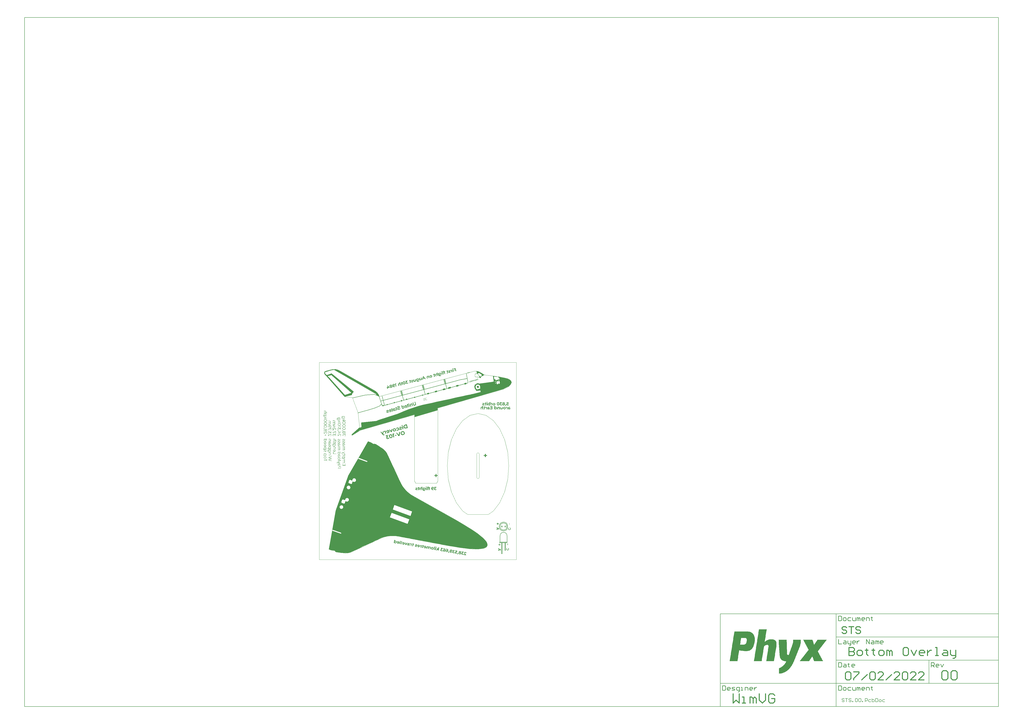
<source format=gbo>
G04*
G04 #@! TF.GenerationSoftware,Altium Limited,Altium Designer,22.2.0 (33)*
G04*
G04 Layer_Color=32896*
%FSLAX25Y25*%
%MOIN*%
G70*
G04*
G04 #@! TF.SameCoordinates,AE1C0F29-CF17-4AF8-ABE1-3241E8FB01DF*
G04*
G04*
G04 #@! TF.FilePolarity,Positive*
G04*
G01*
G75*
%ADD10C,0.01575*%
%ADD11C,0.00787*%
%ADD12C,0.00591*%
%ADD21C,0.00394*%
%ADD22C,0.00984*%
G36*
X206714Y304777D02*
X206795Y304764D01*
X206859Y304742D01*
X206908Y304725D01*
X206940Y304713D01*
X206951Y304707D01*
X207033Y304654D01*
X207099Y304588D01*
X207154Y304524D01*
X207195Y304461D01*
X207225Y304401D01*
X207242Y304356D01*
X207251Y304339D01*
X207254Y304325D01*
X207257Y304316D01*
X207258Y304312D01*
X207274Y304213D01*
X207273Y304120D01*
X207264Y304040D01*
X207245Y303962D01*
X207222Y303902D01*
X207205Y303854D01*
X207188Y303825D01*
X207181Y303813D01*
X207118Y303734D01*
X207048Y303667D01*
X206972Y303618D01*
X206900Y303575D01*
X206830Y303542D01*
X206804Y303531D01*
X206777Y303524D01*
X206755Y303513D01*
X206727Y303506D01*
X206615Y303487D01*
X206510Y303480D01*
X206414Y303489D01*
X206333Y303503D01*
X206270Y303520D01*
X206220Y303542D01*
X206188Y303553D01*
X206176Y303560D01*
X206093Y303617D01*
X206028Y303683D01*
X205971Y303751D01*
X205929Y303819D01*
X205899Y303879D01*
X205882Y303929D01*
X205872Y303946D01*
X205869Y303960D01*
X205866Y303969D01*
X205865Y303973D01*
X205851Y304067D01*
X205851Y304160D01*
X205860Y304241D01*
X205881Y304310D01*
X205905Y304369D01*
X205923Y304413D01*
X205940Y304442D01*
X205947Y304453D01*
X206010Y304533D01*
X206081Y304595D01*
X206156Y304649D01*
X206233Y304688D01*
X206299Y304720D01*
X206329Y304732D01*
X206357Y304739D01*
X206374Y304749D01*
X206406Y304757D01*
X206519Y304776D01*
X206619Y304782D01*
X206714Y304777D01*
D02*
G37*
G36*
X206257Y298702D02*
X205134Y298414D01*
X204667Y300233D01*
X204638Y300328D01*
X204605Y300417D01*
X204574Y300502D01*
X204535Y300575D01*
X204494Y300642D01*
X204453Y300705D01*
X204415Y300759D01*
X204375Y300802D01*
X204339Y300847D01*
X204306Y300877D01*
X204274Y300908D01*
X204244Y300930D01*
X204220Y300948D01*
X204207Y300959D01*
X204196Y300966D01*
X204190Y300970D01*
X204123Y301001D01*
X204056Y301033D01*
X203989Y301050D01*
X203916Y301065D01*
X203845Y301076D01*
X203780Y301084D01*
X203648Y301084D01*
X203590Y301079D01*
X203538Y301076D01*
X203491Y301068D01*
X203448Y301062D01*
X203415Y301059D01*
X203300Y301029D01*
X203219Y301004D01*
X203179Y300988D01*
X203147Y300980D01*
X203130Y300971D01*
X203121Y300969D01*
X202855Y302004D01*
X203016Y302041D01*
X203172Y302061D01*
X203311Y302072D01*
X203374Y302074D01*
X203432Y302074D01*
X203486Y302073D01*
X203536Y302071D01*
X203581Y302068D01*
X203615Y302067D01*
X203640Y302064D01*
X203665Y302061D01*
X203676Y302059D01*
X203680Y302060D01*
X203815Y302031D01*
X203937Y301994D01*
X204052Y301945D01*
X204143Y301895D01*
X204218Y301851D01*
X204276Y301812D01*
X204299Y301799D01*
X204312Y301787D01*
X204319Y301779D01*
X204325Y301776D01*
X204194Y302284D01*
X205266Y302560D01*
X206257Y298702D01*
D02*
G37*
G36*
X212923Y300414D02*
X211759Y300115D01*
X211290Y301943D01*
X208962Y301345D01*
X208723Y302275D01*
X211051Y302873D01*
X210710Y304202D01*
X208075Y303525D01*
X207835Y304460D01*
X211633Y305435D01*
X212923Y300414D01*
D02*
G37*
G36*
X208415Y299256D02*
X207292Y298968D01*
X206301Y302825D01*
X207424Y303114D01*
X208415Y299256D01*
D02*
G37*
G36*
X187568Y299861D02*
X187650Y299847D01*
X187714Y299825D01*
X187762Y299808D01*
X187794Y299797D01*
X187806Y299790D01*
X187888Y299738D01*
X187954Y299672D01*
X188009Y299608D01*
X188050Y299545D01*
X188080Y299484D01*
X188096Y299440D01*
X188105Y299422D01*
X188109Y299409D01*
X188111Y299399D01*
X188112Y299395D01*
X188128Y299296D01*
X188128Y299203D01*
X188119Y299123D01*
X188100Y299045D01*
X188076Y298985D01*
X188059Y298937D01*
X188042Y298908D01*
X188035Y298897D01*
X187973Y298817D01*
X187902Y298750D01*
X187827Y298701D01*
X187755Y298658D01*
X187685Y298626D01*
X187659Y298614D01*
X187631Y298607D01*
X187609Y298597D01*
X187582Y298590D01*
X187470Y298570D01*
X187364Y298563D01*
X187269Y298573D01*
X187187Y298586D01*
X187124Y298604D01*
X187075Y298625D01*
X187042Y298637D01*
X187031Y298643D01*
X186948Y298700D01*
X186882Y298766D01*
X186826Y298835D01*
X186784Y298902D01*
X186753Y298963D01*
X186736Y299012D01*
X186727Y299029D01*
X186723Y299043D01*
X186721Y299052D01*
X186720Y299057D01*
X186705Y299151D01*
X186706Y299244D01*
X186714Y299324D01*
X186736Y299393D01*
X186760Y299453D01*
X186778Y299497D01*
X186795Y299525D01*
X186802Y299537D01*
X186864Y299616D01*
X186936Y299679D01*
X187010Y299732D01*
X187088Y299771D01*
X187153Y299803D01*
X187184Y299816D01*
X187212Y299823D01*
X187229Y299832D01*
X187261Y299840D01*
X187373Y299859D01*
X187474Y299866D01*
X187568Y299861D01*
D02*
G37*
G36*
X201423Y301534D02*
X201477Y301533D01*
X201531Y301532D01*
X201570Y301532D01*
X201605Y301527D01*
X201629Y301528D01*
X201645Y301522D01*
X201650Y301523D01*
X201808Y301496D01*
X201950Y301459D01*
X202014Y301436D01*
X202074Y301413D01*
X202129Y301388D01*
X202180Y301362D01*
X202225Y301339D01*
X202265Y301315D01*
X202299Y301295D01*
X202328Y301278D01*
X202351Y301264D01*
X202369Y301254D01*
X202376Y301246D01*
X202381Y301242D01*
X202432Y301197D01*
X202478Y301150D01*
X202561Y301054D01*
X202626Y300954D01*
X202675Y300859D01*
X202696Y300816D01*
X202716Y300777D01*
X202731Y300736D01*
X202738Y300709D01*
X202750Y300683D01*
X202754Y300664D01*
X202758Y300651D01*
X202759Y300646D01*
X202775Y300567D01*
X202790Y300488D01*
X202794Y300416D01*
X202797Y300348D01*
X202798Y300285D01*
X202789Y300224D01*
X202784Y300169D01*
X202773Y300117D01*
X202765Y300071D01*
X202752Y300029D01*
X202740Y299997D01*
X202732Y299970D01*
X202720Y299943D01*
X202714Y299926D01*
X202711Y299921D01*
X202708Y299915D01*
X202642Y299810D01*
X202568Y299718D01*
X202491Y299635D01*
X202421Y299568D01*
X202357Y299512D01*
X202328Y299490D01*
X202303Y299474D01*
X202283Y299459D01*
X202270Y299451D01*
X202262Y299444D01*
X202257Y299443D01*
X202142Y299379D01*
X202022Y299314D01*
X201896Y299252D01*
X201778Y299198D01*
X201726Y299174D01*
X201673Y299151D01*
X201630Y299130D01*
X201589Y299115D01*
X201559Y299102D01*
X201537Y299092D01*
X201520Y299082D01*
X201515Y299081D01*
X201444Y299053D01*
X201378Y299027D01*
X201317Y298996D01*
X201265Y298973D01*
X201212Y298950D01*
X201164Y298928D01*
X201126Y298903D01*
X201087Y298884D01*
X201053Y298865D01*
X201027Y298853D01*
X201002Y298837D01*
X200985Y298828D01*
X200967Y298819D01*
X200959Y298812D01*
X200951Y298805D01*
X200894Y298761D01*
X200858Y298712D01*
X200832Y298662D01*
X200818Y298619D01*
X200814Y298579D01*
X200816Y298550D01*
X200817Y298531D01*
X200819Y298522D01*
X200845Y298460D01*
X200880Y298415D01*
X200925Y298373D01*
X200981Y298348D01*
X201045Y298326D01*
X201112Y298314D01*
X201182Y298307D01*
X201251Y298305D01*
X201391Y298312D01*
X201452Y298318D01*
X201508Y298328D01*
X201554Y298339D01*
X201588Y298343D01*
X201620Y298351D01*
X201751Y298390D01*
X201877Y298432D01*
X201992Y298481D01*
X202097Y298528D01*
X202145Y298550D01*
X202188Y298571D01*
X202223Y298589D01*
X202252Y298607D01*
X202279Y298618D01*
X202296Y298627D01*
X202309Y298636D01*
X202313Y298637D01*
X202431Y298711D01*
X202543Y298788D01*
X202636Y298861D01*
X202717Y298926D01*
X202749Y298954D01*
X202781Y298982D01*
X202804Y299007D01*
X202828Y299028D01*
X202843Y299046D01*
X202855Y299054D01*
X202862Y299066D01*
X202867Y299067D01*
X203444Y298361D01*
X203350Y298268D01*
X203246Y298178D01*
X203140Y298097D01*
X203032Y298025D01*
X202986Y297994D01*
X202940Y297963D01*
X202898Y297937D01*
X202864Y297919D01*
X202834Y297901D01*
X202809Y297885D01*
X202796Y297877D01*
X202792Y297876D01*
X202627Y297794D01*
X202465Y297723D01*
X202310Y297659D01*
X202239Y297631D01*
X202172Y297609D01*
X202109Y297588D01*
X202055Y297569D01*
X202000Y297555D01*
X201960Y297540D01*
X201877Y297519D01*
X201675Y297472D01*
X201576Y297456D01*
X201482Y297442D01*
X201392Y297433D01*
X201311Y297422D01*
X201230Y297416D01*
X201156Y297417D01*
X201093Y297415D01*
X201035Y297415D01*
X200987Y297412D01*
X200942Y297415D01*
X200907Y297416D01*
X200882Y297420D01*
X200867Y297421D01*
X200863Y297420D01*
X200777Y297431D01*
X200700Y297446D01*
X200627Y297462D01*
X200554Y297482D01*
X200490Y297500D01*
X200431Y297523D01*
X200371Y297547D01*
X200321Y297569D01*
X200276Y297591D01*
X200236Y297615D01*
X200202Y297636D01*
X200178Y297654D01*
X200154Y297667D01*
X200137Y297677D01*
X200130Y297686D01*
X200125Y297689D01*
X200074Y297734D01*
X200023Y297780D01*
X199944Y297877D01*
X199876Y297972D01*
X199827Y298067D01*
X199787Y298149D01*
X199773Y298185D01*
X199764Y298217D01*
X199754Y298238D01*
X199748Y298261D01*
X199746Y298270D01*
X199744Y298275D01*
X199729Y298354D01*
X199715Y298429D01*
X199707Y298495D01*
X199709Y298564D01*
X199708Y298627D01*
X199712Y298687D01*
X199722Y298743D01*
X199729Y298794D01*
X199742Y298836D01*
X199751Y298877D01*
X199767Y298911D01*
X199775Y298937D01*
X199783Y298964D01*
X199793Y298981D01*
X199796Y298987D01*
X199800Y298992D01*
X199865Y299097D01*
X199935Y299188D01*
X200008Y299266D01*
X200078Y299333D01*
X200144Y299383D01*
X200167Y299404D01*
X200193Y299420D01*
X200213Y299436D01*
X200226Y299444D01*
X200234Y299451D01*
X200238Y299452D01*
X200349Y299514D01*
X200469Y299580D01*
X200589Y299644D01*
X200707Y299699D01*
X200760Y299722D01*
X200811Y299750D01*
X200856Y299767D01*
X200895Y299786D01*
X200925Y299799D01*
X200947Y299810D01*
X200964Y299819D01*
X200969Y299820D01*
X201043Y299854D01*
X201110Y299881D01*
X201170Y299911D01*
X201232Y299937D01*
X201284Y299964D01*
X201332Y299987D01*
X201374Y300012D01*
X201408Y300031D01*
X201443Y300049D01*
X201472Y300067D01*
X201494Y300077D01*
X201516Y300087D01*
X201527Y300100D01*
X201541Y300104D01*
X201544Y300110D01*
X201549Y300111D01*
X201605Y300159D01*
X201641Y300208D01*
X201667Y300258D01*
X201678Y300310D01*
X201683Y300350D01*
X201679Y300383D01*
X201679Y300403D01*
X201677Y300412D01*
X201652Y300469D01*
X201621Y300515D01*
X201583Y300549D01*
X201535Y300581D01*
X201496Y300600D01*
X201463Y300616D01*
X201441Y300625D01*
X201431Y300627D01*
X201349Y300641D01*
X201255Y300646D01*
X201163Y300642D01*
X201074Y300628D01*
X200994Y300618D01*
X200957Y300608D01*
X200928Y300606D01*
X200869Y300590D01*
X200756Y300556D01*
X200652Y300520D01*
X200551Y300479D01*
X200450Y300434D01*
X200360Y300386D01*
X200274Y300340D01*
X200194Y300290D01*
X200122Y300247D01*
X200056Y300201D01*
X199999Y300157D01*
X199950Y300120D01*
X199905Y300084D01*
X199873Y300056D01*
X199849Y300036D01*
X199833Y300022D01*
X199830Y300016D01*
X199254Y300718D01*
X199345Y300800D01*
X199442Y300878D01*
X199546Y300949D01*
X199642Y301013D01*
X199689Y301040D01*
X199731Y301065D01*
X199770Y301085D01*
X199800Y301102D01*
X199825Y301118D01*
X199847Y301129D01*
X199859Y301137D01*
X199864Y301138D01*
X200007Y301209D01*
X200148Y301270D01*
X200281Y301319D01*
X200344Y301340D01*
X200397Y301363D01*
X200452Y301377D01*
X200501Y301395D01*
X200547Y301406D01*
X200582Y301420D01*
X200651Y301438D01*
X200849Y301484D01*
X200948Y301500D01*
X201037Y301513D01*
X201128Y301521D01*
X201209Y301528D01*
X201286Y301533D01*
X201354Y301535D01*
X201423Y301534D01*
D02*
G37*
G36*
X198247Y300664D02*
X198843Y300817D01*
X199064Y299956D01*
X198468Y299803D01*
X198875Y298218D01*
X198902Y298093D01*
X198918Y297975D01*
X198928Y297860D01*
X198931Y297754D01*
X198927Y297655D01*
X198917Y297560D01*
X198904Y297478D01*
X198885Y297400D01*
X198865Y297326D01*
X198846Y297268D01*
X198825Y297214D01*
X198807Y297170D01*
X198792Y297137D01*
X198773Y297112D01*
X198768Y297096D01*
X198764Y297091D01*
X198706Y297012D01*
X198638Y296936D01*
X198567Y296869D01*
X198491Y296806D01*
X198412Y296751D01*
X198327Y296700D01*
X198246Y296655D01*
X198169Y296615D01*
X198091Y296576D01*
X198020Y296548D01*
X197953Y296521D01*
X197900Y296502D01*
X197849Y296489D01*
X197818Y296477D01*
X197786Y296468D01*
X197689Y296448D01*
X197591Y296428D01*
X197507Y296416D01*
X197425Y296410D01*
X197359Y296402D01*
X197311Y296400D01*
X197291Y296400D01*
X197277Y296396D01*
X197272Y296400D01*
X197267Y296398D01*
X197174Y296399D01*
X197088Y296411D01*
X197012Y296421D01*
X196946Y296433D01*
X196888Y296448D01*
X196846Y296461D01*
X196824Y296470D01*
X196813Y296472D01*
X196913Y297338D01*
X196998Y297311D01*
X197086Y297294D01*
X197165Y297290D01*
X197243Y297291D01*
X197305Y297297D01*
X197356Y297305D01*
X197376Y297305D01*
X197403Y297312D01*
X197485Y297338D01*
X197549Y297374D01*
X197608Y297409D01*
X197652Y297449D01*
X197682Y297482D01*
X197708Y297513D01*
X197723Y297531D01*
X197727Y297537D01*
X197754Y297603D01*
X197771Y297670D01*
X197772Y297739D01*
X197775Y297803D01*
X197770Y297861D01*
X197764Y297903D01*
X197760Y297922D01*
X197756Y297935D01*
X197755Y297940D01*
X197754Y297944D01*
X197350Y299516D01*
X196388Y299269D01*
X196167Y300130D01*
X197129Y300377D01*
X196888Y301316D01*
X198006Y301604D01*
X198247Y300664D01*
D02*
G37*
G36*
X236393Y298384D02*
X236454Y298177D01*
X236443Y298066D01*
X236332Y297952D01*
X236129Y297837D01*
X235573Y297637D01*
X233383Y297030D01*
X232074Y296705D01*
X231645Y296662D01*
X231535Y296683D01*
X231415Y296766D01*
X231323Y297150D01*
X231332Y297155D01*
X231675Y297314D01*
X235643Y298378D01*
X236139Y298477D01*
X236357Y298484D01*
X236393Y298384D01*
D02*
G37*
G36*
X185104Y297343D02*
X185177Y297342D01*
X185247Y297336D01*
X185308Y297327D01*
X185363Y297322D01*
X185409Y297314D01*
X185445Y297308D01*
X185476Y297302D01*
X185491Y297301D01*
X185496Y297297D01*
X185677Y297241D01*
X185763Y297209D01*
X185842Y297171D01*
X185920Y297132D01*
X185989Y297091D01*
X186058Y297051D01*
X186117Y297012D01*
X186171Y296972D01*
X186219Y296936D01*
X186262Y296903D01*
X186299Y296873D01*
X186324Y296850D01*
X186344Y296831D01*
X186357Y296820D01*
X186362Y296816D01*
X186429Y296745D01*
X186487Y296672D01*
X186545Y296599D01*
X186594Y296524D01*
X186682Y296371D01*
X186720Y296298D01*
X186753Y296228D01*
X186779Y296162D01*
X186805Y296100D01*
X186824Y296046D01*
X186841Y295997D01*
X186855Y295961D01*
X186864Y295929D01*
X186868Y295911D01*
X186870Y295906D01*
X186891Y295804D01*
X186912Y295702D01*
X186922Y295607D01*
X186927Y295511D01*
X186931Y295419D01*
X186928Y295335D01*
X186924Y295256D01*
X186919Y295181D01*
X186912Y295111D01*
X186904Y295051D01*
X186894Y294994D01*
X186886Y294948D01*
X186876Y294912D01*
X186868Y294885D01*
X186867Y294870D01*
X186864Y294865D01*
X186797Y294686D01*
X186758Y294608D01*
X186720Y294530D01*
X186676Y294455D01*
X186630Y294385D01*
X186587Y294325D01*
X186544Y294265D01*
X186504Y294211D01*
X186462Y294166D01*
X186428Y294127D01*
X186398Y294091D01*
X186371Y294064D01*
X186351Y294044D01*
X186339Y294036D01*
X186335Y294031D01*
X186264Y293968D01*
X186186Y293909D01*
X186107Y293855D01*
X186030Y293811D01*
X185877Y293723D01*
X185803Y293689D01*
X185733Y293656D01*
X185667Y293629D01*
X185608Y293609D01*
X185555Y293591D01*
X185510Y293574D01*
X185470Y293559D01*
X185420Y293546D01*
X185276Y293514D01*
X185134Y293497D01*
X185005Y293489D01*
X184879Y293485D01*
X184764Y293495D01*
X184652Y293511D01*
X184549Y293533D01*
X184455Y293557D01*
X184371Y293580D01*
X184295Y293609D01*
X184229Y293636D01*
X184174Y293661D01*
X184135Y293680D01*
X184100Y293701D01*
X184083Y293711D01*
X184077Y293714D01*
X184120Y293549D01*
X184149Y293455D01*
X184181Y293370D01*
X184217Y293286D01*
X184249Y293216D01*
X184291Y293149D01*
X184330Y293091D01*
X184369Y293037D01*
X184409Y292994D01*
X184448Y292955D01*
X184482Y292920D01*
X184513Y292894D01*
X184543Y292872D01*
X184562Y292852D01*
X184580Y292842D01*
X184591Y292835D01*
X184597Y292832D01*
X184664Y292800D01*
X184734Y292775D01*
X184811Y292760D01*
X184883Y292744D01*
X184962Y292740D01*
X185042Y292736D01*
X185187Y292740D01*
X185254Y292747D01*
X185320Y292754D01*
X185376Y292764D01*
X185423Y292771D01*
X185466Y292777D01*
X185521Y292791D01*
X185662Y292832D01*
X185791Y292880D01*
X185915Y292931D01*
X186023Y292984D01*
X186071Y293006D01*
X186114Y293031D01*
X186148Y293050D01*
X186182Y293068D01*
X186207Y293085D01*
X186224Y293094D01*
X186237Y293102D01*
X186241Y293103D01*
X186363Y293183D01*
X186468Y293268D01*
X186560Y293346D01*
X186634Y293419D01*
X186670Y293452D01*
X186696Y293483D01*
X186718Y293509D01*
X186737Y293533D01*
X186756Y293553D01*
X186767Y293565D01*
X186770Y293576D01*
X186774Y293577D01*
X187425Y292889D01*
X187320Y292765D01*
X187198Y292650D01*
X187078Y292546D01*
X186959Y292457D01*
X186906Y292419D01*
X186856Y292382D01*
X186810Y292355D01*
X186772Y292331D01*
X186743Y292309D01*
X186718Y292293D01*
X186701Y292283D01*
X186697Y292282D01*
X186516Y292187D01*
X186336Y292107D01*
X186165Y292033D01*
X186084Y292003D01*
X186008Y291978D01*
X185936Y291955D01*
X185868Y291933D01*
X185814Y291914D01*
X185764Y291901D01*
X185724Y291886D01*
X185669Y291872D01*
X185475Y291827D01*
X185287Y291798D01*
X185112Y291778D01*
X184947Y291774D01*
X184795Y291775D01*
X184651Y291786D01*
X184515Y291800D01*
X184397Y291824D01*
X184289Y291845D01*
X184195Y291869D01*
X184114Y291898D01*
X184045Y291919D01*
X183995Y291945D01*
X183957Y291960D01*
X183929Y291972D01*
X183923Y291975D01*
X183800Y292056D01*
X183685Y292144D01*
X183580Y292249D01*
X183484Y292356D01*
X183395Y292475D01*
X183320Y292592D01*
X183251Y292711D01*
X183186Y292831D01*
X183132Y292944D01*
X183086Y293050D01*
X183051Y293148D01*
X183019Y293233D01*
X182996Y293305D01*
X182983Y293336D01*
X182977Y293359D01*
X182973Y293377D01*
X182969Y293391D01*
X182967Y293400D01*
X182965Y293404D01*
X182140Y296621D01*
X183198Y296892D01*
X183325Y296397D01*
X183387Y296516D01*
X183461Y296628D01*
X183538Y296726D01*
X183627Y296817D01*
X183719Y296899D01*
X183813Y296967D01*
X183909Y297031D01*
X184002Y297089D01*
X184092Y297137D01*
X184179Y297179D01*
X184259Y297209D01*
X184326Y297236D01*
X184379Y297254D01*
X184424Y297271D01*
X184461Y297280D01*
X184558Y297300D01*
X184655Y297320D01*
X184846Y297340D01*
X184938Y297344D01*
X185020Y297346D01*
X185104Y297343D01*
D02*
G37*
G36*
X182090Y292496D02*
X180968Y292208D01*
X180478Y294114D01*
X180449Y294209D01*
X180422Y294295D01*
X180387Y294373D01*
X180355Y294443D01*
X180313Y294511D01*
X180279Y294566D01*
X180241Y294619D01*
X180205Y294664D01*
X180171Y294704D01*
X180137Y294739D01*
X180106Y294765D01*
X180080Y294788D01*
X180061Y294807D01*
X180044Y294817D01*
X180037Y294826D01*
X180031Y294829D01*
X179969Y294862D01*
X179908Y294890D01*
X179845Y294908D01*
X179781Y294926D01*
X179715Y294938D01*
X179655Y294942D01*
X179537Y294946D01*
X179484Y294942D01*
X179436Y294940D01*
X179393Y294934D01*
X179356Y294929D01*
X179327Y294927D01*
X179286Y294916D01*
X179218Y294894D01*
X179155Y294873D01*
X179043Y294814D01*
X178956Y294753D01*
X178885Y294691D01*
X178831Y294633D01*
X178795Y294585D01*
X178774Y294550D01*
X178766Y294543D01*
X178767Y294539D01*
X178743Y294483D01*
X178722Y294429D01*
X178705Y294308D01*
X178697Y294184D01*
X178698Y294067D01*
X178707Y294015D01*
X178710Y293962D01*
X178716Y293920D01*
X178727Y293879D01*
X178729Y293850D01*
X178736Y293823D01*
X178740Y293809D01*
X178741Y293804D01*
X179263Y291770D01*
X178141Y291482D01*
X177574Y293690D01*
X177539Y293847D01*
X177516Y293992D01*
X177505Y294131D01*
X177499Y294267D01*
X177502Y294389D01*
X177516Y294505D01*
X177529Y294606D01*
X177548Y294704D01*
X177575Y294789D01*
X177594Y294867D01*
X177617Y294932D01*
X177643Y294982D01*
X177661Y295026D01*
X177676Y295059D01*
X177687Y295077D01*
X177690Y295082D01*
X177757Y295183D01*
X177828Y295269D01*
X177909Y295353D01*
X177993Y295424D01*
X178079Y295490D01*
X178165Y295551D01*
X178255Y295603D01*
X178336Y295649D01*
X178418Y295689D01*
X178492Y295723D01*
X178563Y295751D01*
X178621Y295776D01*
X178671Y295788D01*
X178707Y295802D01*
X178739Y295811D01*
X178877Y295841D01*
X179009Y295861D01*
X179128Y295872D01*
X179235Y295875D01*
X179283Y295877D01*
X179328Y295874D01*
X179362Y295873D01*
X179397Y295872D01*
X179422Y295869D01*
X179441Y295869D01*
X179452Y295867D01*
X179456Y295868D01*
X179584Y295847D01*
X179699Y295818D01*
X179805Y295786D01*
X179896Y295752D01*
X179974Y295718D01*
X180030Y295688D01*
X180052Y295679D01*
X180069Y295669D01*
X180075Y295666D01*
X180081Y295662D01*
X179602Y297527D01*
X180724Y297815D01*
X182090Y292496D01*
D02*
G37*
G36*
X191787Y300622D02*
X191883Y300612D01*
X191974Y300597D01*
X192060Y300585D01*
X192134Y300564D01*
X192203Y300543D01*
X192257Y300523D01*
X192307Y300501D01*
X192344Y300487D01*
X192372Y300474D01*
X192389Y300464D01*
X192395Y300461D01*
X192483Y300405D01*
X192563Y300338D01*
X192635Y300268D01*
X192703Y300193D01*
X192762Y300115D01*
X192817Y300036D01*
X192867Y299956D01*
X192905Y299883D01*
X192943Y299810D01*
X192971Y299739D01*
X192997Y299677D01*
X193020Y299625D01*
X193032Y299579D01*
X193046Y299543D01*
X193051Y299525D01*
X193053Y299516D01*
X193097Y299342D01*
X193693Y299495D01*
X193914Y298634D01*
X193319Y298481D01*
X194066Y295571D01*
X192948Y295284D01*
X192201Y298194D01*
X191239Y297946D01*
X191018Y298808D01*
X192007Y299062D01*
X191965Y299227D01*
X191934Y299326D01*
X191895Y299404D01*
X191852Y299476D01*
X191803Y299532D01*
X191749Y299572D01*
X191696Y299607D01*
X191641Y299632D01*
X191582Y299651D01*
X191531Y299662D01*
X191480Y299669D01*
X191437Y299667D01*
X191393Y299666D01*
X191360Y299662D01*
X191336Y299661D01*
X191313Y299655D01*
X191218Y299626D01*
X191134Y299590D01*
X191067Y299548D01*
X191004Y299507D01*
X190956Y299466D01*
X190919Y299437D01*
X190901Y299413D01*
X190893Y299406D01*
X190392Y300141D01*
X190442Y300193D01*
X190499Y300237D01*
X190552Y300280D01*
X190605Y300318D01*
X190657Y300346D01*
X190694Y300371D01*
X190720Y300387D01*
X190729Y300389D01*
X190811Y300430D01*
X190890Y300465D01*
X190965Y300494D01*
X191036Y300522D01*
X191101Y300538D01*
X191150Y300556D01*
X191191Y300566D01*
X191321Y300595D01*
X191448Y300613D01*
X191567Y300624D01*
X191678Y300628D01*
X191787Y300622D01*
D02*
G37*
G36*
X191427Y294894D02*
X190305Y294605D01*
X188939Y299924D01*
X190061Y300213D01*
X191427Y294894D01*
D02*
G37*
G36*
X189269Y294340D02*
X188147Y294051D01*
X187156Y297909D01*
X188278Y298197D01*
X189269Y294340D01*
D02*
G37*
G36*
X167283Y288693D02*
X166161Y288405D01*
X165671Y290311D01*
X165642Y290406D01*
X165615Y290492D01*
X165580Y290571D01*
X165548Y290641D01*
X165506Y290708D01*
X165472Y290763D01*
X165434Y290817D01*
X165398Y290861D01*
X165364Y290901D01*
X165330Y290936D01*
X165299Y290963D01*
X165274Y290985D01*
X165254Y291005D01*
X165237Y291015D01*
X165230Y291023D01*
X165224Y291026D01*
X165162Y291059D01*
X165101Y291088D01*
X165038Y291106D01*
X164974Y291123D01*
X164908Y291136D01*
X164848Y291140D01*
X164730Y291144D01*
X164677Y291140D01*
X164629Y291137D01*
X164587Y291131D01*
X164549Y291126D01*
X164520Y291124D01*
X164479Y291113D01*
X164411Y291091D01*
X164348Y291070D01*
X164236Y291012D01*
X164150Y290951D01*
X164078Y290888D01*
X164024Y290830D01*
X163988Y290782D01*
X163967Y290748D01*
X163959Y290741D01*
X163961Y290736D01*
X163936Y290681D01*
X163915Y290627D01*
X163898Y290505D01*
X163891Y290381D01*
X163891Y290264D01*
X163900Y290212D01*
X163903Y290160D01*
X163909Y290117D01*
X163920Y290076D01*
X163923Y290048D01*
X163929Y290020D01*
X163933Y290006D01*
X163934Y290002D01*
X164457Y287967D01*
X163334Y287679D01*
X162767Y289887D01*
X162732Y290044D01*
X162709Y290190D01*
X162698Y290329D01*
X162692Y290464D01*
X162695Y290587D01*
X162709Y290703D01*
X162722Y290804D01*
X162741Y290901D01*
X162768Y290986D01*
X162787Y291065D01*
X162810Y291129D01*
X162836Y291180D01*
X162854Y291223D01*
X162870Y291257D01*
X162880Y291274D01*
X162883Y291280D01*
X162950Y291380D01*
X163021Y291467D01*
X163102Y291551D01*
X163186Y291621D01*
X163272Y291687D01*
X163359Y291749D01*
X163448Y291801D01*
X163529Y291846D01*
X163611Y291887D01*
X163686Y291920D01*
X163757Y291949D01*
X163814Y291973D01*
X163864Y291986D01*
X163900Y292000D01*
X163932Y292008D01*
X164075Y292040D01*
X164216Y292062D01*
X164346Y292070D01*
X164404Y292071D01*
X164457Y292075D01*
X164506Y292073D01*
X164555Y292071D01*
X164594Y292071D01*
X164624Y292069D01*
X164654Y292067D01*
X164675Y292062D01*
X164685Y292060D01*
X164690Y292061D01*
X164823Y292037D01*
X164944Y292004D01*
X165056Y291965D01*
X165149Y291925D01*
X165228Y291887D01*
X165285Y291853D01*
X165308Y291839D01*
X165326Y291829D01*
X165331Y291826D01*
X165337Y291822D01*
X165221Y292276D01*
X166293Y292551D01*
X167283Y288693D01*
D02*
G37*
G36*
X176027Y294958D02*
X176623Y295111D01*
X176844Y294250D01*
X176249Y294097D01*
X176656Y292512D01*
X176683Y292387D01*
X176699Y292269D01*
X176708Y292154D01*
X176711Y292047D01*
X176707Y291949D01*
X176698Y291853D01*
X176684Y291772D01*
X176665Y291694D01*
X176645Y291620D01*
X176626Y291562D01*
X176606Y291508D01*
X176588Y291464D01*
X176572Y291430D01*
X176554Y291406D01*
X176548Y291390D01*
X176545Y291384D01*
X176487Y291306D01*
X176418Y291230D01*
X176348Y291163D01*
X176271Y291099D01*
X176192Y291045D01*
X176108Y290994D01*
X176027Y290949D01*
X175949Y290909D01*
X175871Y290870D01*
X175800Y290842D01*
X175734Y290815D01*
X175680Y290796D01*
X175630Y290783D01*
X175599Y290770D01*
X175567Y290762D01*
X175469Y290742D01*
X175372Y290722D01*
X175287Y290710D01*
X175206Y290704D01*
X175139Y290696D01*
X175091Y290694D01*
X175072Y290694D01*
X175058Y290690D01*
X175052Y290693D01*
X175048Y290692D01*
X174954Y290693D01*
X174868Y290705D01*
X174793Y290715D01*
X174726Y290727D01*
X174669Y290741D01*
X174626Y290755D01*
X174604Y290764D01*
X174594Y290766D01*
X174694Y291632D01*
X174779Y291605D01*
X174866Y291588D01*
X174945Y291584D01*
X175023Y291585D01*
X175085Y291591D01*
X175137Y291599D01*
X175156Y291599D01*
X175184Y291606D01*
X175265Y291632D01*
X175329Y291668D01*
X175389Y291703D01*
X175432Y291743D01*
X175463Y291776D01*
X175489Y291807D01*
X175504Y291825D01*
X175507Y291831D01*
X175534Y291897D01*
X175551Y291964D01*
X175553Y292033D01*
X175556Y292097D01*
X175551Y292155D01*
X175545Y292197D01*
X175540Y292215D01*
X175537Y292229D01*
X175536Y292234D01*
X175534Y292238D01*
X175131Y293810D01*
X174169Y293563D01*
X173948Y294424D01*
X174910Y294671D01*
X174668Y295610D01*
X175786Y295897D01*
X176027Y294958D01*
D02*
G37*
G36*
X276206Y291986D02*
X281686Y291197D01*
X281735Y290565D01*
X277389Y291192D01*
X277452Y290827D01*
X276788Y290906D01*
X277468Y286141D01*
X279293Y286738D01*
X279855Y284639D01*
X285098Y286067D01*
X286484Y285994D01*
X285624Y289375D01*
X284008Y289752D01*
X283740Y290874D01*
X285498Y290586D01*
X290122Y289690D01*
X290123Y289690D01*
X290123Y289690D01*
X293931Y288966D01*
X299156Y287751D01*
X300391Y287326D01*
X300782Y287166D01*
X301554Y286815D01*
X302310Y286432D01*
X303050Y286020D01*
X303412Y285800D01*
X303601Y285682D01*
X303968Y285430D01*
X304323Y285162D01*
X304666Y284878D01*
X304831Y284729D01*
X304831Y284729D01*
X304831Y284729D01*
X304989Y284588D01*
X305281Y284283D01*
X305551Y283957D01*
X305795Y283612D01*
X305905Y283432D01*
D01*
X306010Y283256D01*
X306181Y282884D01*
X306312Y282495D01*
X306399Y282095D01*
X306421Y281891D01*
X306421Y281891D01*
X306421Y281891D01*
X306494Y281238D01*
X306410Y280532D01*
X306356Y280206D01*
X306178Y279566D01*
X305933Y278950D01*
X305622Y278364D01*
X305436Y278089D01*
X305436Y278089D01*
X305436Y278088D01*
X305341Y277942D01*
X305143Y277657D01*
X304937Y277378D01*
X304721Y277105D01*
X304609Y276972D01*
X304609Y276972D01*
X304609Y276972D01*
X304498Y276840D01*
X304270Y276581D01*
X304035Y276327D01*
X303796Y276079D01*
X303674Y275957D01*
X303674Y275957D01*
X303674Y275957D01*
X303558Y275842D01*
X303323Y275616D01*
X303083Y275393D01*
X302841Y275174D01*
X302719Y275066D01*
X301309Y273922D01*
X292663Y269709D01*
X239401Y254451D01*
D01*
X181346Y237819D01*
X181337Y237813D01*
X181327Y237809D01*
X181325Y237803D01*
X181320Y237799D01*
X181319Y237788D01*
X181315Y237778D01*
Y233829D01*
X142345Y222485D01*
X142030Y222721D01*
X142030Y226398D01*
X142030Y226398D01*
X142027Y226404D01*
X142028Y226410D01*
X142028Y226410D01*
X142022Y226418D01*
X142017Y226428D01*
X142012Y226431D01*
X142008Y226435D01*
X141997Y226437D01*
X141987Y226441D01*
X141982Y226438D01*
X141976Y226439D01*
X141975Y226439D01*
X141636Y226342D01*
X50143Y200184D01*
X50141Y200183D01*
X50138Y200183D01*
X49551Y199934D01*
X49547Y199930D01*
X49543Y199929D01*
X46826Y198077D01*
X44087Y196356D01*
X39326Y193474D01*
X36296Y191675D01*
X36036Y191527D01*
X35777Y191509D01*
X35180Y192370D01*
X35162Y192630D01*
X47703Y203970D01*
X47708Y203980D01*
X47715Y203988D01*
X47781Y204187D01*
X51996Y205009D01*
X51497Y212954D01*
X77535Y215765D01*
X80200Y216915D01*
X88579Y219654D01*
X102924Y224297D01*
X111290Y226941D01*
X112469Y227414D01*
X115663Y228804D01*
X118710Y230081D01*
X122668Y231703D01*
X125762Y233028D01*
X129290Y234459D01*
X132370Y235609D01*
X136377Y237205D01*
X141447Y238855D01*
X147392Y240658D01*
X156301Y242937D01*
X160979Y244052D01*
X165463Y245041D01*
X172045Y246479D01*
X180291Y248311D01*
X185393Y249512D01*
X191299Y250724D01*
X198322Y252226D01*
X204181Y253482D01*
X210734Y254951D01*
X216742Y256285D01*
X220259Y257094D01*
X223701Y257834D01*
X227887Y258749D01*
X232473Y259734D01*
X238155Y260888D01*
X238162Y260890D01*
X238155Y260927D01*
X240900Y261456D01*
X254207Y264701D01*
X253834Y267539D01*
X247086Y266729D01*
X246975Y267572D01*
X246189Y267464D01*
X245981Y269096D01*
X245305Y269007D01*
X245084Y270646D01*
X244142Y270520D01*
X243485Y275498D01*
X244438Y275627D01*
X244216Y277312D01*
X246003Y277538D01*
X245887Y278357D01*
X247353Y278543D01*
X247233Y279418D01*
X250676Y279847D01*
X250796Y278972D01*
X252307Y279159D01*
X274479Y282219D01*
X275477Y282348D01*
X276443Y282650D01*
X275309Y292013D01*
X275304Y292086D01*
X276206Y291986D01*
D02*
G37*
G36*
X169864Y293419D02*
X169948Y293416D01*
X170027Y293412D01*
X170092Y293405D01*
X170153Y293396D01*
X170204Y293389D01*
X170245Y293380D01*
X170276Y293374D01*
X170296Y293374D01*
X170301Y293371D01*
X170402Y293342D01*
X170498Y293309D01*
X170590Y293274D01*
X170679Y293233D01*
X170763Y293191D01*
X170838Y293147D01*
X170911Y293107D01*
X170976Y293065D01*
X171036Y293022D01*
X171085Y292981D01*
X171133Y292949D01*
X171171Y292915D01*
X171201Y292893D01*
X171221Y292869D01*
X171234Y292858D01*
X171240Y292854D01*
X171308Y292779D01*
X171372Y292703D01*
X171431Y292625D01*
X171485Y292546D01*
X171535Y292466D01*
X171580Y292385D01*
X171614Y292311D01*
X171652Y292238D01*
X171680Y292167D01*
X171706Y292105D01*
X171726Y292046D01*
X171743Y291997D01*
X171758Y291957D01*
X171765Y291930D01*
X171771Y291907D01*
X171773Y291902D01*
X171795Y291796D01*
X171813Y291688D01*
X171830Y291585D01*
X171835Y291489D01*
X171835Y291391D01*
X171835Y291298D01*
X171832Y291214D01*
X171823Y291134D01*
X171817Y291064D01*
X171809Y290999D01*
X171799Y290942D01*
X171788Y290891D01*
X171778Y290854D01*
X171775Y290828D01*
X171770Y290808D01*
X171767Y290802D01*
X171733Y290705D01*
X171698Y290614D01*
X171652Y290528D01*
X171610Y290444D01*
X171562Y290364D01*
X171512Y290292D01*
X171467Y290222D01*
X171419Y290161D01*
X171374Y290106D01*
X171329Y290055D01*
X171291Y290011D01*
X171257Y289973D01*
X171230Y289946D01*
X171210Y289927D01*
X171194Y289913D01*
X171191Y289907D01*
X171111Y289838D01*
X171024Y289776D01*
X170941Y289721D01*
X170853Y289664D01*
X170682Y289571D01*
X170598Y289535D01*
X170519Y289500D01*
X170443Y289471D01*
X170377Y289444D01*
X170314Y289423D01*
X170260Y289404D01*
X170220Y289389D01*
X170161Y289374D01*
X170045Y289349D01*
X169939Y289327D01*
X169830Y289313D01*
X169724Y289306D01*
X169623Y289299D01*
X169527Y289294D01*
X169439Y289296D01*
X169353Y289303D01*
X169279Y289309D01*
X169209Y289315D01*
X169149Y289319D01*
X169099Y289326D01*
X169062Y289336D01*
X169031Y289342D01*
X169011Y289342D01*
X169006Y289346D01*
X168906Y289374D01*
X168810Y289403D01*
X168717Y289443D01*
X168630Y289479D01*
X168546Y289521D01*
X168471Y289565D01*
X168402Y289606D01*
X168337Y289648D01*
X168277Y289691D01*
X168224Y289726D01*
X168180Y289764D01*
X168143Y289793D01*
X168112Y289820D01*
X168093Y289839D01*
X168080Y289850D01*
X168074Y289854D01*
X168002Y289928D01*
X167938Y290004D01*
X167878Y290087D01*
X167823Y290165D01*
X167773Y290245D01*
X167733Y290328D01*
X167693Y290405D01*
X167655Y290479D01*
X167628Y290545D01*
X167601Y290611D01*
X167581Y290670D01*
X167564Y290719D01*
X167549Y290759D01*
X167542Y290787D01*
X167536Y290809D01*
X167535Y290814D01*
X167512Y290920D01*
X167494Y291028D01*
X167483Y291128D01*
X167472Y291228D01*
X167473Y291321D01*
X167473Y291414D01*
X167476Y291497D01*
X167486Y291573D01*
X167496Y291649D01*
X167505Y291710D01*
X167515Y291766D01*
X167526Y291818D01*
X167532Y291853D01*
X167538Y291884D01*
X167544Y291900D01*
X167547Y291906D01*
X167581Y292003D01*
X167616Y292095D01*
X167657Y292183D01*
X167699Y292267D01*
X167746Y292348D01*
X167795Y292424D01*
X167842Y292490D01*
X167888Y292555D01*
X167933Y292611D01*
X167978Y292661D01*
X168016Y292705D01*
X168050Y292743D01*
X168078Y292770D01*
X168097Y292790D01*
X168113Y292804D01*
X168116Y292809D01*
X168196Y292879D01*
X168277Y292943D01*
X168365Y293000D01*
X168450Y293051D01*
X168621Y293144D01*
X168703Y293185D01*
X168782Y293220D01*
X168858Y293249D01*
X168924Y293276D01*
X168987Y293297D01*
X169041Y293315D01*
X169081Y293331D01*
X169141Y293346D01*
X169256Y293371D01*
X169363Y293393D01*
X169472Y293407D01*
X169577Y293414D01*
X169678Y293420D01*
X169776Y293421D01*
X169864Y293419D01*
D02*
G37*
G36*
X247800Y300284D02*
X248744Y300137D01*
X250287Y299715D01*
X251566Y299211D01*
X252627Y298671D01*
X254274Y297702D01*
X255339Y297069D01*
X255340Y297069D01*
X255340Y297068D01*
X260364Y294167D01*
X260349Y293862D01*
X260340Y293825D01*
X260338Y293825D01*
X259979Y293786D01*
X259672Y293699D01*
X259320Y293401D01*
X259230Y293012D01*
X259180Y292770D01*
X259189Y292459D01*
X258802Y292401D01*
X258430Y292335D01*
X258009Y292242D01*
X257591Y292124D01*
X257041Y291930D01*
X255952Y291255D01*
X255248Y290587D01*
X255131Y290473D01*
X254774Y289930D01*
X254644Y289497D01*
X254616Y289121D01*
X254718Y288563D01*
X254629Y288454D01*
X254487Y288335D01*
X253602Y288879D01*
X252420Y289469D01*
X250452Y289764D01*
X246318Y290158D01*
X245629Y290257D01*
X245039Y290650D01*
X244743Y290946D01*
X244546Y291577D01*
X244428Y294292D01*
X244448Y294882D01*
X244546Y295178D01*
X244743Y295473D01*
X245137Y295768D01*
X245629Y295965D01*
X247794Y296457D01*
X247945Y297195D01*
X247042Y300099D01*
X247242Y300343D01*
X247800Y300284D01*
D02*
G37*
G36*
X147862Y287779D02*
X147936Y287778D01*
X148006Y287772D01*
X148066Y287763D01*
X148122Y287757D01*
X148168Y287750D01*
X148203Y287744D01*
X148234Y287738D01*
X148249Y287737D01*
X148255Y287733D01*
X148435Y287677D01*
X148521Y287645D01*
X148600Y287607D01*
X148678Y287568D01*
X148747Y287527D01*
X148816Y287487D01*
X148875Y287448D01*
X148929Y287408D01*
X148978Y287372D01*
X149020Y287339D01*
X149057Y287309D01*
X149083Y287286D01*
X149102Y287267D01*
X149115Y287256D01*
X149121Y287252D01*
X149188Y287182D01*
X149245Y287108D01*
X149303Y287035D01*
X149352Y286960D01*
X149440Y286807D01*
X149478Y286734D01*
X149511Y286664D01*
X149538Y286598D01*
X149563Y286536D01*
X149582Y286482D01*
X149600Y286433D01*
X149614Y286397D01*
X149622Y286365D01*
X149627Y286347D01*
X149628Y286342D01*
X149649Y286240D01*
X149670Y286138D01*
X149680Y286043D01*
X149685Y285947D01*
X149689Y285855D01*
X149687Y285771D01*
X149682Y285692D01*
X149677Y285618D01*
X149671Y285548D01*
X149662Y285487D01*
X149652Y285430D01*
X149644Y285384D01*
X149634Y285348D01*
X149626Y285321D01*
X149625Y285306D01*
X149622Y285301D01*
X149555Y285122D01*
X149517Y285044D01*
X149478Y284966D01*
X149434Y284891D01*
X149389Y284821D01*
X149345Y284761D01*
X149302Y284701D01*
X149262Y284647D01*
X149220Y284602D01*
X149186Y284564D01*
X149156Y284527D01*
X149129Y284500D01*
X149110Y284481D01*
X149097Y284472D01*
X149094Y284467D01*
X149022Y284404D01*
X148944Y284345D01*
X148865Y284291D01*
X148789Y284247D01*
X148636Y284158D01*
X148561Y284125D01*
X148492Y284092D01*
X148425Y284065D01*
X148367Y284046D01*
X148313Y284027D01*
X148268Y284011D01*
X148228Y283995D01*
X148178Y283982D01*
X148035Y283950D01*
X147892Y283933D01*
X147763Y283925D01*
X147637Y283922D01*
X147522Y283931D01*
X147411Y283946D01*
X147307Y283969D01*
X147213Y283993D01*
X147129Y284016D01*
X147053Y284045D01*
X146988Y284072D01*
X146932Y284097D01*
X146893Y284116D01*
X146859Y284137D01*
X146841Y284147D01*
X146836Y284151D01*
X146878Y283985D01*
X146907Y283891D01*
X146939Y283806D01*
X146975Y283722D01*
X147008Y283652D01*
X147049Y283585D01*
X147089Y283527D01*
X147127Y283473D01*
X147167Y283430D01*
X147206Y283391D01*
X147240Y283356D01*
X147271Y283330D01*
X147301Y283308D01*
X147321Y283289D01*
X147338Y283278D01*
X147350Y283272D01*
X147355Y283268D01*
X147422Y283237D01*
X147492Y283210D01*
X147569Y283196D01*
X147642Y283180D01*
X147721Y283176D01*
X147800Y283172D01*
X147945Y283176D01*
X148012Y283183D01*
X148079Y283190D01*
X148135Y283200D01*
X148182Y283207D01*
X148224Y283213D01*
X148279Y283227D01*
X148420Y283268D01*
X148549Y283316D01*
X148673Y283367D01*
X148781Y283419D01*
X148829Y283442D01*
X148872Y283467D01*
X148906Y283486D01*
X148940Y283504D01*
X148966Y283521D01*
X148983Y283530D01*
X148995Y283538D01*
X149000Y283539D01*
X149121Y283619D01*
X149226Y283705D01*
X149318Y283782D01*
X149392Y283855D01*
X149428Y283888D01*
X149454Y283919D01*
X149477Y283945D01*
X149495Y283969D01*
X149514Y283989D01*
X149526Y284001D01*
X149528Y284012D01*
X149532Y284013D01*
X150183Y283325D01*
X150078Y283201D01*
X149956Y283086D01*
X149836Y282982D01*
X149717Y282893D01*
X149664Y282855D01*
X149615Y282818D01*
X149568Y282791D01*
X149530Y282767D01*
X149502Y282745D01*
X149477Y282729D01*
X149459Y282719D01*
X149455Y282718D01*
X149274Y282623D01*
X149094Y282543D01*
X148923Y282469D01*
X148843Y282439D01*
X148766Y282415D01*
X148694Y282391D01*
X148626Y282369D01*
X148573Y282350D01*
X148522Y282337D01*
X148482Y282322D01*
X148427Y282308D01*
X148234Y282263D01*
X148046Y282234D01*
X147870Y282214D01*
X147705Y282210D01*
X147554Y282210D01*
X147409Y282222D01*
X147274Y282236D01*
X147155Y282260D01*
X147047Y282281D01*
X146953Y282305D01*
X146872Y282333D01*
X146804Y282355D01*
X146753Y282381D01*
X146715Y282396D01*
X146687Y282408D01*
X146682Y282412D01*
X146558Y282492D01*
X146443Y282580D01*
X146338Y282685D01*
X146242Y282792D01*
X146153Y282911D01*
X146079Y283028D01*
X146009Y283147D01*
X145944Y283267D01*
X145891Y283380D01*
X145844Y283486D01*
X145809Y283584D01*
X145778Y283669D01*
X145754Y283741D01*
X145741Y283772D01*
X145736Y283795D01*
X145731Y283813D01*
X145727Y283827D01*
X145725Y283836D01*
X145724Y283840D01*
X144898Y287057D01*
X145956Y287328D01*
X146083Y286834D01*
X146145Y286952D01*
X146219Y287064D01*
X146297Y287162D01*
X146386Y287253D01*
X146477Y287335D01*
X146572Y287403D01*
X146668Y287467D01*
X146760Y287525D01*
X146851Y287573D01*
X146937Y287615D01*
X147018Y287645D01*
X147084Y287672D01*
X147138Y287690D01*
X147182Y287707D01*
X147219Y287716D01*
X147316Y287736D01*
X147414Y287756D01*
X147604Y287776D01*
X147696Y287780D01*
X147778Y287782D01*
X147862Y287779D01*
D02*
G37*
G36*
X160874Y287048D02*
X159687Y286743D01*
X158968Y287701D01*
X156636Y287102D01*
X156462Y285914D01*
X155244Y285602D01*
X156199Y291199D01*
X157349Y291494D01*
X160874Y287048D01*
D02*
G37*
G36*
X247479Y286616D02*
X247032Y286496D01*
X246921Y286911D01*
X247367Y287031D01*
X247479Y286616D01*
D02*
G37*
G36*
X154387Y287169D02*
X154422Y287012D01*
X154446Y286862D01*
X154459Y286719D01*
X154463Y286588D01*
X154457Y286459D01*
X154447Y286345D01*
X154435Y286239D01*
X154412Y286140D01*
X154391Y286052D01*
X154370Y285978D01*
X154343Y285912D01*
X154323Y285858D01*
X154305Y285815D01*
X154289Y285781D01*
X154279Y285764D01*
X154275Y285758D01*
X154208Y285658D01*
X154133Y285570D01*
X154052Y285486D01*
X153964Y285410D01*
X153874Y285343D01*
X153783Y285280D01*
X153694Y285228D01*
X153603Y285180D01*
X153521Y285140D01*
X153442Y285105D01*
X153367Y285076D01*
X153304Y285055D01*
X153254Y285037D01*
X153214Y285022D01*
X153182Y285014D01*
X153048Y284984D01*
X152921Y284966D01*
X152805Y284961D01*
X152699Y284958D01*
X152654Y284961D01*
X152610Y284960D01*
X152575Y284965D01*
X152545Y284967D01*
X152521Y284966D01*
X152500Y284970D01*
X152490Y284973D01*
X152485Y284971D01*
X152356Y284997D01*
X152240Y285031D01*
X152132Y285071D01*
X152038Y285115D01*
X151964Y285155D01*
X151907Y285189D01*
X151884Y285203D01*
X151866Y285213D01*
X151860Y285216D01*
X151855Y285220D01*
X151972Y284762D01*
X150910Y284489D01*
X149919Y288346D01*
X151037Y288633D01*
X151527Y286723D01*
X151556Y286632D01*
X151582Y286546D01*
X151617Y286468D01*
X151651Y286393D01*
X151687Y286329D01*
X151726Y286271D01*
X151765Y286217D01*
X151801Y286173D01*
X151835Y286133D01*
X151869Y286097D01*
X151895Y286070D01*
X151925Y286048D01*
X151945Y286029D01*
X151962Y286019D01*
X151969Y286011D01*
X151975Y286007D01*
X152032Y285973D01*
X152093Y285945D01*
X152157Y285927D01*
X152215Y285908D01*
X152276Y285899D01*
X152337Y285890D01*
X152446Y285884D01*
X152542Y285889D01*
X152580Y285894D01*
X152618Y285899D01*
X152647Y285902D01*
X152683Y285911D01*
X152755Y285934D01*
X152818Y285956D01*
X152879Y285986D01*
X152929Y286018D01*
X153023Y286091D01*
X153099Y286174D01*
X153155Y286262D01*
X153198Y286361D01*
X153232Y286457D01*
X153250Y286555D01*
X153260Y286650D01*
X153262Y286738D01*
X153259Y286826D01*
X153251Y286897D01*
X153244Y286959D01*
X153237Y287005D01*
X153233Y287024D01*
X153229Y287038D01*
X153228Y287042D01*
X153227Y287047D01*
X152709Y289063D01*
X153827Y289350D01*
X154387Y287169D01*
D02*
G37*
G36*
X250269Y285328D02*
X249278Y285063D01*
X249208Y285046D01*
X249143Y285036D01*
X249114Y285032D01*
X249085Y285030D01*
X249059Y285027D01*
X249035Y285026D01*
X249012Y285026D01*
X248992Y285026D01*
X248975Y285025D01*
X248960Y285025D01*
X248948Y285025D01*
X248940Y285027D01*
X248935Y285027D01*
X248933Y285027D01*
X248874Y285034D01*
X248820Y285046D01*
X248772Y285059D01*
X248729Y285072D01*
X248710Y285078D01*
X248693Y285085D01*
X248678Y285091D01*
X248666Y285095D01*
X248655Y285100D01*
X248649Y285103D01*
X248645Y285104D01*
X248642Y285105D01*
X248594Y285130D01*
X248549Y285158D01*
X248510Y285187D01*
X248476Y285213D01*
X248447Y285236D01*
X248435Y285246D01*
X248425Y285255D01*
X248418Y285262D01*
X248412Y285268D01*
X248408Y285271D01*
X248407Y285272D01*
X248371Y285312D01*
X248336Y285351D01*
X248305Y285388D01*
X248279Y285422D01*
X248267Y285438D01*
X248257Y285453D01*
X248248Y285465D01*
X248240Y285476D01*
X248233Y285486D01*
X248230Y285492D01*
X248227Y285495D01*
X248227Y285497D01*
X248197Y285544D01*
X248172Y285590D01*
X248149Y285633D01*
X248129Y285671D01*
X248120Y285689D01*
X248113Y285704D01*
X248107Y285719D01*
X248102Y285731D01*
X248098Y285739D01*
X248094Y285748D01*
X248093Y285751D01*
X248092Y285753D01*
X248073Y285803D01*
X248055Y285849D01*
X248040Y285892D01*
X248028Y285930D01*
X248024Y285946D01*
X248018Y285961D01*
X248014Y285975D01*
X248011Y285986D01*
X248009Y285995D01*
X248007Y286002D01*
X248006Y286005D01*
X248005Y286007D01*
X247994Y286047D01*
X247987Y286090D01*
X247978Y286130D01*
X247972Y286166D01*
X247968Y286196D01*
X247966Y286209D01*
X247963Y286220D01*
X247963Y286229D01*
X247962Y286237D01*
X247962Y286240D01*
X247961Y286242D01*
X247956Y286289D01*
X247953Y286336D01*
X247950Y286380D01*
X247949Y286420D01*
X247949Y286436D01*
X247950Y286454D01*
X247950Y286467D01*
X247949Y286478D01*
X247950Y286488D01*
X247950Y286495D01*
X247951Y286499D01*
X247950Y286501D01*
X247954Y286551D01*
X247958Y286597D01*
X247966Y286641D01*
X247972Y286680D01*
X247980Y286712D01*
X247984Y286726D01*
X247986Y286738D01*
X247988Y286748D01*
X247990Y286754D01*
X247992Y286759D01*
X247992Y286761D01*
X248007Y286808D01*
X248025Y286854D01*
X248044Y286895D01*
X248065Y286931D01*
X248081Y286960D01*
X248096Y286984D01*
X248101Y286992D01*
X248105Y286998D01*
X248108Y287001D01*
X248110Y287003D01*
X248142Y287044D01*
X248177Y287082D01*
X248213Y287116D01*
X248246Y287147D01*
X248262Y287159D01*
X248277Y287171D01*
X248290Y287181D01*
X248301Y287190D01*
X248310Y287196D01*
X248316Y287202D01*
X248321Y287205D01*
X248323Y287206D01*
X248374Y287238D01*
X248427Y287265D01*
X248481Y287291D01*
X248532Y287311D01*
X248556Y287321D01*
X248577Y287326D01*
X248596Y287333D01*
X248613Y287340D01*
X249655Y287619D01*
X250269Y285328D01*
D02*
G37*
G36*
X247987Y284717D02*
X247541Y284597D01*
X247086Y286296D01*
X247532Y286415D01*
X247987Y284717D01*
D02*
G37*
G36*
X246298Y286092D02*
X246315Y286091D01*
X246328Y286091D01*
X246340Y286090D01*
X246348Y286088D01*
X246354Y286088D01*
X246355Y286089D01*
X246409Y286080D01*
X246457Y286069D01*
X246499Y286053D01*
X246536Y286041D01*
X246564Y286028D01*
X246587Y286017D01*
X246594Y286013D01*
X246601Y286009D01*
X246603Y286008D01*
X246605Y286007D01*
X246642Y285983D01*
X246673Y285957D01*
X246701Y285931D01*
X246723Y285906D01*
X246741Y285887D01*
X246753Y285869D01*
X246759Y285863D01*
X246762Y285858D01*
X246765Y285855D01*
X246765Y285854D01*
X246785Y285820D01*
X246802Y285786D01*
X246818Y285755D01*
X246829Y285728D01*
X246837Y285703D01*
X246844Y285684D01*
X246846Y285677D01*
X246848Y285672D01*
X246848Y285670D01*
X246849Y285669D01*
X246854Y285640D01*
X246860Y285611D01*
X246865Y285560D01*
X246865Y285536D01*
X246864Y285513D01*
X246862Y285491D01*
X246860Y285472D01*
X246856Y285456D01*
X246853Y285440D01*
X246849Y285426D01*
X246847Y285416D01*
X246843Y285407D01*
X246841Y285401D01*
X246838Y285397D01*
X246839Y285395D01*
X246818Y285353D01*
X246792Y285316D01*
X246768Y285281D01*
X246742Y285252D01*
X246720Y285229D01*
X246711Y285219D01*
X246702Y285211D01*
X246694Y285203D01*
X246690Y285198D01*
X246687Y285196D01*
X246685Y285195D01*
X246646Y285164D01*
X246605Y285136D01*
X246567Y285111D01*
X246529Y285088D01*
X246513Y285078D01*
X246498Y285070D01*
X246485Y285063D01*
X246474Y285056D01*
X246465Y285052D01*
X246457Y285048D01*
X246454Y285045D01*
X246452Y285044D01*
X246404Y285020D01*
X246361Y284999D01*
X246319Y284979D01*
X246285Y284960D01*
X246268Y284952D01*
X246254Y284946D01*
X246243Y284939D01*
X246231Y284934D01*
X246225Y284931D01*
X246218Y284927D01*
X246215Y284924D01*
X246213Y284924D01*
X246174Y284904D01*
X246138Y284883D01*
X246107Y284863D01*
X246082Y284845D01*
X246061Y284830D01*
X246047Y284821D01*
X246038Y284813D01*
X246035Y284810D01*
X246023Y284799D01*
X246013Y284787D01*
X245998Y284766D01*
X245988Y284745D01*
X245984Y284725D01*
X245981Y284707D01*
X245983Y284694D01*
X245983Y284685D01*
X245984Y284682D01*
X245991Y284663D01*
X246001Y284647D01*
X246005Y284638D01*
X246010Y284634D01*
X246013Y284631D01*
X246013Y284629D01*
X246022Y284620D01*
X246031Y284611D01*
X246050Y284597D01*
X246059Y284592D01*
X246066Y284588D01*
X246070Y284586D01*
X246073Y284585D01*
X246087Y284579D01*
X246104Y284574D01*
X246135Y284567D01*
X246149Y284565D01*
X246161Y284565D01*
X246168Y284565D01*
X246170Y284564D01*
X246193Y284564D01*
X246219Y284565D01*
X246243Y284568D01*
X246266Y284572D01*
X246286Y284578D01*
X246302Y284580D01*
X246355Y284594D01*
X246389Y284607D01*
X246419Y284619D01*
X246448Y284631D01*
X246473Y284643D01*
X246494Y284656D01*
X246514Y284667D01*
X246531Y284679D01*
X246545Y284690D01*
X246558Y284700D01*
X246568Y284710D01*
X246576Y284717D01*
X246582Y284723D01*
X246586Y284728D01*
X246587Y284732D01*
X246589Y284732D01*
X246599Y284750D01*
X246608Y284768D01*
X246619Y284803D01*
X246625Y284836D01*
X246626Y284867D01*
X246627Y284893D01*
X246623Y284915D01*
X246623Y284922D01*
X246621Y284928D01*
X246620Y284931D01*
X246620Y284933D01*
X247079Y285056D01*
X247092Y284993D01*
X247096Y284936D01*
X247097Y284908D01*
X247097Y284883D01*
X247095Y284860D01*
X247093Y284839D01*
X247091Y284820D01*
X247088Y284802D01*
X247087Y284787D01*
X247084Y284775D01*
X247081Y284764D01*
X247080Y284756D01*
X247077Y284752D01*
X247078Y284750D01*
X247059Y284702D01*
X247036Y284658D01*
X247013Y284620D01*
X246990Y284585D01*
X246969Y284557D01*
X246959Y284547D01*
X246952Y284538D01*
X246944Y284530D01*
X246940Y284525D01*
X246938Y284521D01*
X246936Y284520D01*
X246898Y284485D01*
X246858Y284454D01*
X246818Y284424D01*
X246781Y284401D01*
X246765Y284391D01*
X246749Y284381D01*
X246736Y284374D01*
X246724Y284367D01*
X246714Y284363D01*
X246708Y284359D01*
X246703Y284356D01*
X246701Y284355D01*
X246649Y284332D01*
X246598Y284311D01*
X246550Y284292D01*
X246507Y284277D01*
X246488Y284270D01*
X246457Y284262D01*
X246443Y284256D01*
X246419Y284250D01*
X246379Y284241D01*
X246340Y284232D01*
X246302Y284226D01*
X246264Y284221D01*
X246233Y284217D01*
X246220Y284215D01*
X246208Y284214D01*
X246198Y284213D01*
X246191Y284211D01*
X246187Y284212D01*
X246186Y284212D01*
X246136Y284208D01*
X246087Y284208D01*
X246041Y284210D01*
X246002Y284215D01*
X245984Y284218D01*
X245967Y284219D01*
X245953Y284223D01*
X245941Y284223D01*
X245931Y284226D01*
X245925Y284228D01*
X245921Y284229D01*
X245919Y284229D01*
X245870Y284244D01*
X245826Y284262D01*
X245784Y284283D01*
X245748Y284304D01*
X245718Y284324D01*
X245697Y284339D01*
X245688Y284346D01*
X245683Y284350D01*
X245679Y284353D01*
X245678Y284354D01*
X245658Y284374D01*
X245640Y284393D01*
X245607Y284437D01*
X245579Y284484D01*
X245558Y284530D01*
X245549Y284550D01*
X245539Y284570D01*
X245533Y284587D01*
X245529Y284603D01*
X245523Y284616D01*
X245521Y284625D01*
X245519Y284632D01*
X245519Y284634D01*
X245511Y284662D01*
X245507Y284691D01*
X245503Y284743D01*
X245504Y284788D01*
X245505Y284809D01*
X245508Y284827D01*
X245513Y284845D01*
X245516Y284861D01*
X245520Y284874D01*
X245523Y284884D01*
X245526Y284894D01*
X245528Y284900D01*
X245530Y284903D01*
X245531Y284905D01*
X245552Y284946D01*
X245577Y284985D01*
X245603Y285020D01*
X245628Y285050D01*
X245652Y285073D01*
X245662Y285083D01*
X245671Y285091D01*
X245677Y285098D01*
X245683Y285104D01*
X245686Y285106D01*
X245688Y285107D01*
X245726Y285138D01*
X245767Y285168D01*
X245808Y285194D01*
X245843Y285216D01*
X245860Y285225D01*
X245874Y285234D01*
X245889Y285242D01*
X245901Y285247D01*
X245909Y285251D01*
X245916Y285255D01*
X245920Y285258D01*
X245922Y285258D01*
X245970Y285283D01*
X246015Y285304D01*
X246055Y285326D01*
X246092Y285343D01*
X246108Y285352D01*
X246121Y285359D01*
X246135Y285364D01*
X246145Y285371D01*
X246153Y285375D01*
X246160Y285377D01*
X246163Y285379D01*
X246165Y285380D01*
X246204Y285402D01*
X246240Y285423D01*
X246270Y285442D01*
X246296Y285458D01*
X246317Y285473D01*
X246331Y285485D01*
X246340Y285491D01*
X246342Y285493D01*
X246343Y285494D01*
X246356Y285505D01*
X246364Y285514D01*
X246379Y285537D01*
X246389Y285557D01*
X246393Y285577D01*
X246396Y285593D01*
X246394Y285605D01*
X246394Y285613D01*
X246393Y285616D01*
X246386Y285637D01*
X246379Y285654D01*
X246376Y285661D01*
X246374Y285666D01*
X246372Y285669D01*
X246371Y285671D01*
X246365Y285680D01*
X246357Y285689D01*
X246340Y285702D01*
X246331Y285707D01*
X246326Y285712D01*
X246322Y285712D01*
X246320Y285714D01*
X246305Y285719D01*
X246291Y285725D01*
X246259Y285729D01*
X246248Y285730D01*
X246236Y285731D01*
X246229Y285732D01*
X246227Y285732D01*
X246202Y285731D01*
X246178Y285730D01*
X246153Y285727D01*
X246128Y285722D01*
X246106Y285718D01*
X246043Y285701D01*
X246016Y285690D01*
X245991Y285682D01*
X245971Y285673D01*
X245956Y285665D01*
X245945Y285658D01*
X245937Y285654D01*
X245935Y285652D01*
X245918Y285640D01*
X245903Y285626D01*
X245889Y285613D01*
X245879Y285601D01*
X245871Y285591D01*
X245866Y285582D01*
X245863Y285578D01*
X245862Y285576D01*
X245847Y285545D01*
X245839Y285519D01*
X245837Y285507D01*
X245835Y285499D01*
X245835Y285493D01*
X245835Y285491D01*
X245832Y285460D01*
X245832Y285445D01*
X245834Y285433D01*
X245833Y285421D01*
X245835Y285414D01*
X245835Y285408D01*
X245835Y285407D01*
X245398Y285289D01*
X245388Y285354D01*
X245385Y285386D01*
X245385Y285414D01*
X245385Y285442D01*
X245386Y285467D01*
X245387Y285490D01*
X245391Y285512D01*
X245393Y285531D01*
X245396Y285549D01*
X245399Y285565D01*
X245402Y285577D01*
X245405Y285587D01*
X245407Y285593D01*
X245407Y285597D01*
X245409Y285599D01*
X245428Y285646D01*
X245450Y285690D01*
X245473Y285726D01*
X245496Y285758D01*
X245515Y285784D01*
X245533Y285804D01*
X245539Y285809D01*
X245543Y285814D01*
X245546Y285819D01*
X245548Y285819D01*
X245582Y285851D01*
X245620Y285880D01*
X245655Y285905D01*
X245688Y285927D01*
X245718Y285942D01*
X245731Y285950D01*
X245741Y285956D01*
X245751Y285961D01*
X245758Y285962D01*
X245761Y285965D01*
X245763Y285966D01*
X245808Y285985D01*
X245853Y286003D01*
X245896Y286018D01*
X245932Y286032D01*
X245965Y286040D01*
X245977Y286046D01*
X246010Y286054D01*
X246081Y286072D01*
X246115Y286077D01*
X246148Y286082D01*
X246177Y286086D01*
X246207Y286088D01*
X246233Y286090D01*
X246256Y286092D01*
X246279Y286093D01*
X246298Y286092D01*
D02*
G37*
G36*
X244459Y285594D02*
X244481Y285594D01*
X244501Y285592D01*
X244516Y285590D01*
X244529Y285590D01*
X244539Y285589D01*
X244545Y285587D01*
X244547Y285587D01*
X244609Y285574D01*
X244667Y285555D01*
X244718Y285533D01*
X244742Y285522D01*
X244763Y285513D01*
X244783Y285502D01*
X244800Y285493D01*
X244814Y285483D01*
X244828Y285476D01*
X244837Y285469D01*
X244844Y285463D01*
X244849Y285461D01*
X244851Y285459D01*
X244899Y285420D01*
X244940Y285378D01*
X244981Y285334D01*
X245013Y285292D01*
X245027Y285273D01*
X245039Y285255D01*
X245049Y285239D01*
X245058Y285227D01*
X245065Y285215D01*
X245071Y285206D01*
X245075Y285201D01*
X245075Y285199D01*
X245109Y285137D01*
X245137Y285074D01*
X245163Y285012D01*
X245173Y284982D01*
X245184Y284955D01*
X245192Y284931D01*
X245200Y284907D01*
X245206Y284886D01*
X245213Y284869D01*
X245217Y284853D01*
X245220Y284842D01*
X245222Y284835D01*
X245222Y284833D01*
X245234Y284782D01*
X245244Y284732D01*
X245251Y284683D01*
X245256Y284637D01*
X245259Y284617D01*
X245260Y284599D01*
X245261Y284582D01*
X245263Y284569D01*
X245264Y284556D01*
X245264Y284549D01*
X245264Y284543D01*
X245265Y284541D01*
X245265Y284483D01*
X245259Y284427D01*
X245252Y284376D01*
X245244Y284331D01*
X245240Y284309D01*
X245236Y284291D01*
X245232Y284275D01*
X245228Y284262D01*
X245226Y284250D01*
X245222Y284242D01*
X245221Y284238D01*
X245220Y284236D01*
X245197Y284182D01*
X245169Y284131D01*
X245138Y284085D01*
X245109Y284046D01*
X245080Y284012D01*
X245069Y283999D01*
X245057Y283986D01*
X245048Y283978D01*
X245042Y283971D01*
X245038Y283968D01*
X245036Y283966D01*
X245010Y283944D01*
X244982Y283923D01*
X244922Y283885D01*
X244859Y283853D01*
X244829Y283839D01*
X244800Y283827D01*
X244773Y283816D01*
X244747Y283806D01*
X244723Y283797D01*
X244704Y283792D01*
X244687Y283786D01*
X244664Y283779D01*
X244607Y283766D01*
X244554Y283755D01*
X244506Y283750D01*
X244484Y283748D01*
X244464Y283747D01*
X244446Y283744D01*
X244431Y283743D01*
X244416Y283743D01*
X244404Y283744D01*
X244395Y283743D01*
X244388Y283743D01*
X244384Y283744D01*
X244382Y283743D01*
X244336Y283746D01*
X244293Y283752D01*
X244255Y283758D01*
X244221Y283765D01*
X244195Y283772D01*
X244173Y283778D01*
X244166Y283780D01*
X244160Y283782D01*
X244158Y283783D01*
X244156Y283783D01*
X244120Y283798D01*
X244086Y283813D01*
X244057Y283830D01*
X244030Y283845D01*
X244010Y283858D01*
X243994Y283869D01*
X243983Y283876D01*
X243980Y283879D01*
X243953Y283902D01*
X243927Y283923D01*
X243904Y283945D01*
X243885Y283965D01*
X243870Y283979D01*
X243859Y283993D01*
X243851Y284001D01*
X243848Y284004D01*
X243829Y284027D01*
X243811Y284050D01*
X243796Y284071D01*
X243784Y284090D01*
X243774Y284106D01*
X243767Y284119D01*
X243761Y284125D01*
X243760Y284129D01*
X243749Y284150D01*
X243738Y284170D01*
X243731Y284189D01*
X243723Y284204D01*
X243718Y284217D01*
X243714Y284226D01*
X243712Y284233D01*
X243711Y284234D01*
X244165Y284356D01*
X244168Y284344D01*
X244173Y284332D01*
X244185Y284307D01*
X244192Y284296D01*
X244198Y284288D01*
X244202Y284281D01*
X244202Y284279D01*
X244215Y284262D01*
X244226Y284246D01*
X244239Y284233D01*
X244252Y284219D01*
X244263Y284209D01*
X244272Y284202D01*
X244277Y284196D01*
X244280Y284195D01*
X244298Y284181D01*
X244319Y284169D01*
X244338Y284159D01*
X244355Y284151D01*
X244370Y284145D01*
X244383Y284141D01*
X244393Y284138D01*
X244395Y284137D01*
X244421Y284133D01*
X244446Y284130D01*
X244472Y284131D01*
X244494Y284132D01*
X244516Y284135D01*
X244532Y284138D01*
X244546Y284142D01*
X244591Y284156D01*
X244628Y284173D01*
X244659Y284193D01*
X244684Y284211D01*
X244704Y284227D01*
X244717Y284242D01*
X244724Y284251D01*
X244727Y284254D01*
X244746Y284284D01*
X244758Y284314D01*
X244769Y284343D01*
X244779Y284370D01*
X244784Y284394D01*
X244787Y284412D01*
X244789Y284423D01*
X244791Y284426D01*
X244790Y284427D01*
X244792Y284462D01*
X244794Y284498D01*
X244793Y284530D01*
X244791Y284558D01*
X244788Y284583D01*
X244785Y284601D01*
X244783Y284608D01*
X244783Y284614D01*
X244783Y284616D01*
X244782Y284618D01*
X244775Y284653D01*
X244768Y284685D01*
X244760Y284714D01*
X244756Y284737D01*
X244750Y284758D01*
X244747Y284772D01*
X244744Y284781D01*
X244743Y284784D01*
X244726Y284844D01*
X244715Y284871D01*
X244705Y284894D01*
X244697Y284915D01*
X244689Y284932D01*
X244684Y284942D01*
X244684Y284944D01*
X244683Y284945D01*
X244668Y284975D01*
X244651Y285003D01*
X244635Y285027D01*
X244620Y285047D01*
X244606Y285064D01*
X244597Y285079D01*
X244589Y285086D01*
X244586Y285089D01*
X244564Y285111D01*
X244540Y285129D01*
X244515Y285145D01*
X244493Y285156D01*
X244475Y285167D01*
X244458Y285173D01*
X244449Y285178D01*
X244445Y285179D01*
X244415Y285188D01*
X244382Y285192D01*
X244351Y285193D01*
X244321Y285193D01*
X244296Y285190D01*
X244276Y285187D01*
X244235Y285176D01*
X244211Y285167D01*
X244187Y285159D01*
X244169Y285149D01*
X244153Y285139D01*
X244140Y285129D01*
X244131Y285123D01*
X244125Y285118D01*
X244123Y285116D01*
X244109Y285100D01*
X244096Y285086D01*
X244085Y285069D01*
X244075Y285056D01*
X244069Y285043D01*
X244064Y285034D01*
X244062Y285028D01*
X244061Y285025D01*
X244048Y284988D01*
X244043Y284972D01*
X244040Y284956D01*
X244038Y284942D01*
X244037Y284932D01*
X244035Y284924D01*
X244036Y284923D01*
X244034Y284886D01*
X244033Y284869D01*
X244033Y284856D01*
X244034Y284845D01*
X244034Y284836D01*
X244034Y284830D01*
X244035Y284828D01*
X243581Y284706D01*
X243575Y284744D01*
X243571Y284779D01*
X243569Y284814D01*
X243568Y284846D01*
X243568Y284876D01*
X243569Y284905D01*
X243571Y284932D01*
X243574Y284957D01*
X243576Y284978D01*
X243580Y284998D01*
X243583Y285016D01*
X243587Y285030D01*
X243589Y285042D01*
X243591Y285050D01*
X243591Y285054D01*
X243593Y285056D01*
X243612Y285110D01*
X243635Y285160D01*
X243657Y285202D01*
X243680Y285238D01*
X243700Y285268D01*
X243710Y285280D01*
X243717Y285289D01*
X243724Y285299D01*
X243728Y285304D01*
X243731Y285308D01*
X243733Y285309D01*
X243768Y285344D01*
X243803Y285376D01*
X243839Y285405D01*
X243872Y285427D01*
X243899Y285445D01*
X243912Y285453D01*
X243922Y285459D01*
X243930Y285463D01*
X243937Y285467D01*
X243940Y285470D01*
X243942Y285470D01*
X243985Y285491D01*
X244025Y285509D01*
X244061Y285525D01*
X244093Y285537D01*
X244121Y285546D01*
X244131Y285551D01*
X244157Y285558D01*
X244236Y285575D01*
X244273Y285582D01*
X244310Y285588D01*
X244343Y285591D01*
X244376Y285592D01*
X244406Y285594D01*
X244434Y285595D01*
X244459Y285594D01*
D02*
G37*
G36*
X238070Y282060D02*
X237624Y281940D01*
X237387Y282823D01*
X237371Y282875D01*
X237362Y282897D01*
X237352Y282919D01*
X237346Y282936D01*
X237338Y282949D01*
X237334Y282957D01*
X237333Y282961D01*
X237319Y282985D01*
X237304Y283008D01*
X237288Y283026D01*
X237274Y283043D01*
X237259Y283056D01*
X237249Y283066D01*
X237241Y283074D01*
X237239Y283075D01*
X237216Y283091D01*
X237189Y283105D01*
X237166Y283116D01*
X237143Y283124D01*
X237122Y283132D01*
X237104Y283135D01*
X237094Y283138D01*
X237090Y283139D01*
X237055Y283142D01*
X237017Y283142D01*
X236979Y283139D01*
X236944Y283134D01*
X236913Y283129D01*
X236901Y283126D01*
X236888Y283124D01*
X236779Y283095D01*
X236759Y283088D01*
X236752Y283084D01*
X236747Y283083D01*
X236744Y283080D01*
X236742Y283079D01*
X236621Y283531D01*
X236636Y283537D01*
X236648Y283542D01*
X236658Y283547D01*
X236662Y283548D01*
X236677Y283554D01*
X236705Y283561D01*
X236743Y283569D01*
X236777Y283575D01*
X236808Y283579D01*
X236834Y283581D01*
X236857Y283579D01*
X236874Y283580D01*
X236883Y283579D01*
X236887Y283578D01*
X236916Y283575D01*
X236945Y283567D01*
X236969Y283560D01*
X236990Y283553D01*
X237009Y283546D01*
X237022Y283541D01*
X237032Y283536D01*
X237035Y283535D01*
X237059Y283522D01*
X237081Y283507D01*
X237102Y283494D01*
X237119Y283480D01*
X237133Y283469D01*
X237145Y283459D01*
X237153Y283453D01*
X237155Y283450D01*
X237195Y283414D01*
X237213Y283396D01*
X237229Y283379D01*
X237242Y283366D01*
X237252Y283355D01*
X237259Y283350D01*
X237262Y283347D01*
X237267Y283348D01*
X237189Y283642D01*
X237616Y283756D01*
X238070Y282060D01*
D02*
G37*
G36*
X144436Y284613D02*
X144472Y284457D01*
X144495Y284306D01*
X144508Y284163D01*
X144512Y284032D01*
X144506Y283904D01*
X144497Y283789D01*
X144485Y283683D01*
X144461Y283585D01*
X144440Y283496D01*
X144420Y283423D01*
X144393Y283357D01*
X144372Y283303D01*
X144354Y283259D01*
X144338Y283226D01*
X144328Y283209D01*
X144325Y283203D01*
X144258Y283103D01*
X144183Y283015D01*
X144102Y282931D01*
X144014Y282854D01*
X143924Y282787D01*
X143832Y282725D01*
X143743Y282673D01*
X143653Y282625D01*
X143570Y282584D01*
X143491Y282549D01*
X143416Y282520D01*
X143353Y282499D01*
X143304Y282482D01*
X143264Y282466D01*
X143232Y282458D01*
X143098Y282429D01*
X142970Y282411D01*
X142854Y282405D01*
X142748Y282402D01*
X142703Y282405D01*
X142659Y282404D01*
X142624Y282410D01*
X142594Y282412D01*
X142570Y282410D01*
X142549Y282415D01*
X142539Y282417D01*
X142534Y282416D01*
X142406Y282441D01*
X142290Y282475D01*
X142182Y282516D01*
X142087Y282560D01*
X142014Y282600D01*
X141956Y282634D01*
X141933Y282647D01*
X141916Y282657D01*
X141910Y282661D01*
X141904Y282664D01*
X142022Y282206D01*
X140959Y281933D01*
X139968Y285791D01*
X141086Y286078D01*
X141577Y284167D01*
X141605Y284077D01*
X141632Y283991D01*
X141667Y283912D01*
X141700Y283838D01*
X141736Y283774D01*
X141776Y283715D01*
X141814Y283662D01*
X141850Y283617D01*
X141885Y283577D01*
X141918Y283542D01*
X141945Y283515D01*
X141974Y283493D01*
X141994Y283474D01*
X142011Y283463D01*
X142018Y283455D01*
X142024Y283452D01*
X142082Y283418D01*
X142143Y283390D01*
X142206Y283372D01*
X142264Y283353D01*
X142325Y283344D01*
X142386Y283335D01*
X142495Y283329D01*
X142592Y283334D01*
X142629Y283339D01*
X142667Y283344D01*
X142696Y283346D01*
X142733Y283356D01*
X142805Y283379D01*
X142868Y283400D01*
X142928Y283430D01*
X142979Y283463D01*
X143072Y283536D01*
X143149Y283619D01*
X143204Y283706D01*
X143247Y283805D01*
X143281Y283902D01*
X143300Y283999D01*
X143309Y284095D01*
X143311Y284183D01*
X143308Y284270D01*
X143300Y284341D01*
X143294Y284403D01*
X143287Y284450D01*
X143282Y284469D01*
X143278Y284482D01*
X143277Y284487D01*
X143276Y284491D01*
X142758Y286507D01*
X143876Y286794D01*
X144436Y284613D01*
D02*
G37*
G36*
X241172Y282891D02*
X240702Y282765D01*
X239635Y284299D01*
X240110Y284426D01*
X240806Y283271D01*
X240813Y283273D01*
X240829Y284619D01*
X241326Y284752D01*
X241172Y282891D01*
D02*
G37*
G36*
X242610Y285104D02*
X242627Y285103D01*
X242644Y285104D01*
X242655Y285103D01*
X242665Y285102D01*
X242671Y285101D01*
X242672Y285102D01*
X242735Y285094D01*
X242795Y285082D01*
X242849Y285068D01*
X242874Y285060D01*
X242897Y285051D01*
X242918Y285043D01*
X242937Y285037D01*
X242952Y285030D01*
X242967Y285022D01*
X242978Y285018D01*
X242986Y285014D01*
X242990Y285012D01*
X242993Y285010D01*
X243047Y284978D01*
X243098Y284942D01*
X243142Y284905D01*
X243181Y284869D01*
X243199Y284851D01*
X243213Y284836D01*
X243226Y284821D01*
X243237Y284808D01*
X243248Y284798D01*
X243253Y284790D01*
X243256Y284785D01*
X243259Y284784D01*
X243299Y284725D01*
X243335Y284663D01*
X243365Y284599D01*
X243378Y284569D01*
X243390Y284540D01*
X243401Y284513D01*
X243410Y284487D01*
X243418Y284465D01*
X243423Y284446D01*
X243429Y284430D01*
X243432Y284418D01*
X243434Y284411D01*
X243435Y284407D01*
X243454Y284324D01*
X243461Y284282D01*
X243467Y284244D01*
X243472Y284208D01*
X243473Y284174D01*
X243476Y284141D01*
X243477Y284111D01*
X243476Y284085D01*
X243477Y284061D01*
X243475Y284039D01*
X243474Y284022D01*
X243474Y284009D01*
X243473Y283997D01*
X243471Y283991D01*
X243472Y283989D01*
X243460Y283922D01*
X243443Y283859D01*
X243433Y283830D01*
X243422Y283803D01*
X243414Y283776D01*
X243403Y283754D01*
X243393Y283733D01*
X243385Y283714D01*
X243376Y283698D01*
X243369Y283683D01*
X243364Y283672D01*
X243359Y283665D01*
X243356Y283661D01*
X243355Y283659D01*
X243320Y283608D01*
X243281Y283561D01*
X243241Y283521D01*
X243205Y283487D01*
X243188Y283472D01*
X243173Y283459D01*
X243159Y283448D01*
X243146Y283439D01*
X243137Y283431D01*
X243129Y283425D01*
X243125Y283422D01*
X243123Y283421D01*
X243068Y283387D01*
X243013Y283360D01*
X242961Y283336D01*
X242935Y283326D01*
X242911Y283317D01*
X242889Y283308D01*
X242870Y283302D01*
X242851Y283296D01*
X242838Y283290D01*
X242808Y283282D01*
X242744Y283267D01*
X242681Y283257D01*
X242624Y283250D01*
X242596Y283248D01*
X242572Y283247D01*
X242548Y283244D01*
X242528Y283245D01*
X242511Y283244D01*
X242494Y283245D01*
X242482Y283244D01*
X242473Y283245D01*
X242467Y283245D01*
X242465Y283245D01*
X242403Y283253D01*
X242344Y283263D01*
X242288Y283279D01*
X242264Y283285D01*
X242241Y283294D01*
X242220Y283302D01*
X242201Y283310D01*
X242184Y283317D01*
X242171Y283323D01*
X242161Y283327D01*
X242152Y283331D01*
X242148Y283333D01*
X242145Y283334D01*
X242091Y283367D01*
X242041Y283402D01*
X241996Y283441D01*
X241956Y283478D01*
X241938Y283496D01*
X241925Y283511D01*
X241911Y283526D01*
X241899Y283538D01*
X241890Y283549D01*
X241884Y283557D01*
X241879Y283561D01*
X241879Y283563D01*
X241837Y283621D01*
X241801Y283685D01*
X241771Y283748D01*
X241757Y283779D01*
X241745Y283809D01*
X241734Y283837D01*
X241725Y283862D01*
X241717Y283885D01*
X241712Y283904D01*
X241706Y283920D01*
X241703Y283932D01*
X241700Y283941D01*
X241700Y283942D01*
X241681Y284026D01*
X241674Y284066D01*
X241668Y284103D01*
X241664Y284140D01*
X241663Y284173D01*
X241661Y284207D01*
X241659Y284235D01*
X241659Y284263D01*
X241661Y284286D01*
X241661Y284307D01*
X241664Y284325D01*
X241664Y284338D01*
X241664Y284349D01*
X241667Y284355D01*
X241666Y284357D01*
X241678Y284424D01*
X241695Y284488D01*
X241704Y284516D01*
X241714Y284543D01*
X241724Y284569D01*
X241735Y284592D01*
X241744Y284614D01*
X241753Y284631D01*
X241761Y284648D01*
X241769Y284662D01*
X241774Y284672D01*
X241779Y284680D01*
X241782Y284684D01*
X241783Y284686D01*
X241819Y284737D01*
X241857Y284783D01*
X241897Y284824D01*
X241933Y284860D01*
X241950Y284874D01*
X241965Y284888D01*
X241979Y284899D01*
X241991Y284908D01*
X242001Y284916D01*
X242008Y284922D01*
X242013Y284925D01*
X242015Y284926D01*
X242070Y284959D01*
X242124Y284989D01*
X242176Y285012D01*
X242201Y285024D01*
X242226Y285033D01*
X242248Y285041D01*
X242267Y285048D01*
X242286Y285055D01*
X242299Y285060D01*
X242329Y285068D01*
X242393Y285083D01*
X242456Y285093D01*
X242513Y285099D01*
X242541Y285100D01*
X242565Y285103D01*
X242589Y285104D01*
X242610Y285104D01*
D02*
G37*
G36*
X238972Y284131D02*
X238987Y284131D01*
X239002Y284131D01*
X239012Y284130D01*
X239021Y284129D01*
X239025Y284128D01*
X239027Y284129D01*
X239080Y284122D01*
X239128Y284112D01*
X239172Y284102D01*
X239211Y284089D01*
X239242Y284079D01*
X239255Y284073D01*
X239265Y284070D01*
X239274Y284065D01*
X239280Y284063D01*
X239283Y284062D01*
X239285Y284060D01*
X239324Y284039D01*
X239362Y284017D01*
X239395Y283994D01*
X239423Y283973D01*
X239445Y283954D01*
X239463Y283938D01*
X239470Y283933D01*
X239475Y283928D01*
X239477Y283927D01*
X239477Y283925D01*
X239506Y283895D01*
X239531Y283864D01*
X239554Y283835D01*
X239575Y283808D01*
X239590Y283786D01*
X239602Y283769D01*
X239606Y283762D01*
X239609Y283759D01*
X239611Y283756D01*
X239612Y283754D01*
X239630Y283721D01*
X239648Y283690D01*
X239663Y283662D01*
X239673Y283637D01*
X239685Y283615D01*
X239691Y283598D01*
X239693Y283593D01*
X239696Y283588D01*
X239696Y283586D01*
X239697Y283585D01*
X239706Y283555D01*
X239715Y283529D01*
X239723Y283507D01*
X239728Y283488D01*
X239734Y283474D01*
X239737Y283462D01*
X239739Y283455D01*
X239740Y283453D01*
X239752Y283405D01*
X239761Y283359D01*
X239771Y283314D01*
X239777Y283273D01*
X239782Y283231D01*
X239786Y283194D01*
X239790Y283159D01*
X239791Y283127D01*
X239793Y283098D01*
X239795Y283072D01*
X239795Y283049D01*
X239794Y283031D01*
X239793Y283015D01*
X239793Y283006D01*
X239792Y282998D01*
X239792Y282996D01*
X239789Y282959D01*
X239783Y282926D01*
X239777Y282892D01*
X239770Y282860D01*
X239761Y282831D01*
X239754Y282803D01*
X239745Y282778D01*
X239736Y282755D01*
X239727Y282733D01*
X239719Y282714D01*
X239712Y282699D01*
X239706Y282685D01*
X239700Y282674D01*
X239696Y282667D01*
X239693Y282662D01*
X239692Y282660D01*
X239658Y282611D01*
X239621Y282568D01*
X239582Y282529D01*
X239546Y282497D01*
X239529Y282483D01*
X239513Y282469D01*
X239499Y282459D01*
X239488Y282451D01*
X239478Y282445D01*
X239471Y282439D01*
X239466Y282436D01*
X239464Y282435D01*
X239410Y282404D01*
X239353Y282377D01*
X239299Y282353D01*
X239274Y282345D01*
X239250Y282334D01*
X239228Y282327D01*
X239207Y282319D01*
X239188Y282314D01*
X239172Y282308D01*
X239142Y282300D01*
X239101Y282291D01*
X239060Y282282D01*
X239022Y282277D01*
X238987Y282273D01*
X238956Y282269D01*
X238945Y282270D01*
X238934Y282269D01*
X238925Y282268D01*
X238919Y282267D01*
X238915Y282267D01*
X238914Y282267D01*
X238868Y282268D01*
X238826Y282270D01*
X238785Y282276D01*
X238750Y282281D01*
X238720Y282288D01*
X238706Y282290D01*
X238696Y282293D01*
X238687Y282297D01*
X238681Y282297D01*
X238677Y282300D01*
X238675Y282299D01*
X238631Y282316D01*
X238589Y282334D01*
X238549Y282354D01*
X238514Y282373D01*
X238487Y282390D01*
X238464Y282405D01*
X238457Y282410D01*
X238450Y282414D01*
X238446Y282417D01*
X238445Y282418D01*
X238406Y282451D01*
X238368Y282488D01*
X238336Y282525D01*
X238307Y282562D01*
X238294Y282577D01*
X238283Y282594D01*
X238272Y282608D01*
X238265Y282619D01*
X238259Y282630D01*
X238253Y282636D01*
X238250Y282641D01*
X238250Y282643D01*
X238710Y282766D01*
X238731Y282736D01*
X238755Y282712D01*
X238779Y282692D01*
X238802Y282678D01*
X238824Y282667D01*
X238840Y282660D01*
X238853Y282656D01*
X238855Y282654D01*
X238857Y282655D01*
X238893Y282647D01*
X238927Y282646D01*
X238959Y282645D01*
X238987Y282646D01*
X239013Y282650D01*
X239031Y282652D01*
X239047Y282657D01*
X239094Y282671D01*
X239134Y282688D01*
X239170Y282705D01*
X239197Y282721D01*
X239219Y282737D01*
X239235Y282749D01*
X239239Y282754D01*
X239244Y282757D01*
X239245Y282759D01*
X239247Y282759D01*
X239269Y282784D01*
X239288Y282810D01*
X239304Y282835D01*
X239315Y282857D01*
X239323Y282876D01*
X239331Y282891D01*
X239334Y282899D01*
X239335Y282904D01*
X239342Y282932D01*
X239346Y282959D01*
X239351Y282985D01*
X239352Y283008D01*
X239352Y283027D01*
X239352Y283042D01*
X239352Y283051D01*
X239351Y283055D01*
X239348Y283080D01*
X239345Y283106D01*
X239343Y283126D01*
X239340Y283144D01*
X239338Y283159D01*
X239337Y283170D01*
X239335Y283177D01*
X239335Y283179D01*
X238169Y282866D01*
X238148Y282945D01*
X238134Y282998D01*
X238123Y283050D01*
X238114Y283098D01*
X238107Y283146D01*
X238102Y283187D01*
X238099Y283228D01*
X238096Y283267D01*
X238094Y283300D01*
X238095Y283331D01*
X238095Y283359D01*
X238097Y283382D01*
X238097Y283401D01*
X238099Y283417D01*
X238100Y283428D01*
X238099Y283436D01*
X238101Y283438D01*
X238106Y283475D01*
X238113Y283511D01*
X238123Y283545D01*
X238131Y283576D01*
X238140Y283607D01*
X238152Y283634D01*
X238161Y283661D01*
X238170Y283684D01*
X238182Y283704D01*
X238190Y283723D01*
X238199Y283739D01*
X238207Y283752D01*
X238211Y283763D01*
X238217Y283770D01*
X238219Y283775D01*
X238221Y283777D01*
X238257Y283824D01*
X238293Y283866D01*
X238330Y283903D01*
X238366Y283933D01*
X238381Y283946D01*
X238395Y283956D01*
X238408Y283965D01*
X238419Y283973D01*
X238428Y283980D01*
X238435Y283983D01*
X238440Y283986D01*
X238441Y283987D01*
X238489Y284013D01*
X238536Y284035D01*
X238578Y284054D01*
X238618Y284068D01*
X238633Y284074D01*
X238648Y284080D01*
X238662Y284084D01*
X238674Y284089D01*
X238695Y284095D01*
X238763Y284111D01*
X238825Y284122D01*
X238855Y284124D01*
X238882Y284128D01*
X238908Y284129D01*
X238931Y284131D01*
X238953Y284132D01*
X238972Y284131D01*
D02*
G37*
G36*
X236396Y281538D02*
X236411Y281510D01*
X236425Y281483D01*
X236439Y281462D01*
X236449Y281445D01*
X236460Y281431D01*
X236467Y281419D01*
X236473Y281413D01*
X236475Y281412D01*
X236488Y281397D01*
X236503Y281384D01*
X236517Y281372D01*
X236529Y281364D01*
X236540Y281358D01*
X236549Y281354D01*
X236553Y281352D01*
X236555Y281350D01*
X236572Y281345D01*
X236588Y281340D01*
X236617Y281337D01*
X236629Y281336D01*
X236638Y281337D01*
X236646Y281337D01*
X236647Y281337D01*
X236685Y281344D01*
X236703Y281347D01*
X236721Y281351D01*
X236735Y281353D01*
X236778Y281365D01*
X236793Y281371D01*
X236807Y281375D01*
X236821Y281380D01*
X236832Y281385D01*
X236839Y281389D01*
X236842Y281390D01*
X236939Y281031D01*
X236902Y281019D01*
X236869Y281011D01*
X236857Y281005D01*
X236838Y281000D01*
X236799Y280988D01*
X236738Y280972D01*
X236685Y280959D01*
X236638Y280949D01*
X236597Y280942D01*
X236561Y280937D01*
X236546Y280935D01*
X236533Y280934D01*
X236522Y280933D01*
X236511Y280932D01*
X236504Y280931D01*
X236498Y280930D01*
X236496Y280931D01*
X236494Y280931D01*
X236458Y280932D01*
X236424Y280939D01*
X236394Y280947D01*
X236365Y280958D01*
X236343Y280969D01*
X236325Y280978D01*
X236314Y280984D01*
X236310Y280987D01*
X236277Y281010D01*
X236245Y281039D01*
X236214Y281069D01*
X236187Y281099D01*
X236163Y281127D01*
X236155Y281137D01*
X236146Y281148D01*
X236138Y281156D01*
X236132Y281164D01*
X236130Y281167D01*
X236129Y281169D01*
X236111Y281194D01*
X236091Y281219D01*
X236052Y281274D01*
X236010Y281331D01*
X235973Y281385D01*
X235956Y281408D01*
X235940Y281432D01*
X235927Y281453D01*
X235914Y281471D01*
X235903Y281485D01*
X235896Y281496D01*
X235891Y281504D01*
X235890Y281506D01*
X234859Y283019D01*
X235332Y283146D01*
X236015Y281988D01*
X236020Y281989D01*
X236049Y283338D01*
X236546Y283472D01*
X236396Y281538D01*
D02*
G37*
G36*
X138177Y285292D02*
X138231Y285291D01*
X138285Y285290D01*
X138324Y285290D01*
X138360Y285285D01*
X138384Y285286D01*
X138400Y285280D01*
X138404Y285282D01*
X138563Y285254D01*
X138704Y285217D01*
X138769Y285194D01*
X138828Y285171D01*
X138884Y285146D01*
X138934Y285120D01*
X138979Y285097D01*
X139020Y285073D01*
X139054Y285053D01*
X139083Y285036D01*
X139106Y285022D01*
X139123Y285012D01*
X139130Y285004D01*
X139136Y285001D01*
X139187Y284955D01*
X139233Y284908D01*
X139316Y284812D01*
X139381Y284712D01*
X139430Y284617D01*
X139451Y284574D01*
X139470Y284535D01*
X139486Y284495D01*
X139493Y284467D01*
X139504Y284441D01*
X139509Y284422D01*
X139513Y284409D01*
X139514Y284404D01*
X139529Y284325D01*
X139544Y284246D01*
X139548Y284174D01*
X139551Y284106D01*
X139553Y284043D01*
X139544Y283982D01*
X139539Y283927D01*
X139527Y283875D01*
X139520Y283829D01*
X139506Y283787D01*
X139495Y283755D01*
X139487Y283728D01*
X139475Y283701D01*
X139469Y283685D01*
X139465Y283679D01*
X139462Y283673D01*
X139396Y283568D01*
X139322Y283476D01*
X139246Y283393D01*
X139175Y283326D01*
X139111Y283271D01*
X139083Y283248D01*
X139058Y283232D01*
X139037Y283217D01*
X139024Y283209D01*
X139017Y283202D01*
X139012Y283201D01*
X138897Y283137D01*
X138777Y283072D01*
X138651Y283011D01*
X138533Y282956D01*
X138480Y282933D01*
X138428Y282909D01*
X138384Y282888D01*
X138344Y282873D01*
X138313Y282860D01*
X138292Y282850D01*
X138274Y282841D01*
X138270Y282839D01*
X138199Y282811D01*
X138132Y282785D01*
X138072Y282754D01*
X138019Y282731D01*
X137967Y282708D01*
X137918Y282686D01*
X137881Y282662D01*
X137842Y282642D01*
X137808Y282623D01*
X137781Y282611D01*
X137756Y282595D01*
X137739Y282586D01*
X137722Y282577D01*
X137714Y282570D01*
X137706Y282563D01*
X137649Y282519D01*
X137612Y282470D01*
X137586Y282420D01*
X137573Y282377D01*
X137569Y282337D01*
X137571Y282308D01*
X137571Y282289D01*
X137574Y282280D01*
X137599Y282218D01*
X137635Y282173D01*
X137680Y282131D01*
X137735Y282106D01*
X137800Y282084D01*
X137866Y282072D01*
X137936Y282065D01*
X138005Y282063D01*
X138145Y282070D01*
X138207Y282076D01*
X138263Y282086D01*
X138309Y282098D01*
X138342Y282101D01*
X138374Y282109D01*
X138506Y282148D01*
X138632Y282190D01*
X138746Y282239D01*
X138851Y282286D01*
X138900Y282308D01*
X138943Y282329D01*
X138977Y282347D01*
X139007Y282365D01*
X139033Y282376D01*
X139050Y282386D01*
X139063Y282394D01*
X139068Y282395D01*
X139185Y282469D01*
X139297Y282547D01*
X139391Y282620D01*
X139472Y282684D01*
X139504Y282712D01*
X139536Y282740D01*
X139559Y282765D01*
X139583Y282786D01*
X139597Y282804D01*
X139610Y282812D01*
X139617Y282824D01*
X139621Y282825D01*
X140198Y282119D01*
X140105Y282026D01*
X140001Y281936D01*
X139895Y281855D01*
X139786Y281783D01*
X139741Y281752D01*
X139695Y281721D01*
X139653Y281695D01*
X139618Y281677D01*
X139589Y281659D01*
X139563Y281643D01*
X139551Y281635D01*
X139546Y281634D01*
X139382Y281553D01*
X139219Y281482D01*
X139065Y281417D01*
X138994Y281389D01*
X138926Y281367D01*
X138863Y281346D01*
X138809Y281327D01*
X138754Y281313D01*
X138714Y281298D01*
X138632Y281277D01*
X138429Y281230D01*
X138331Y281214D01*
X138237Y281200D01*
X138146Y281191D01*
X138066Y281180D01*
X137984Y281174D01*
X137911Y281175D01*
X137848Y281173D01*
X137789Y281173D01*
X137741Y281170D01*
X137697Y281173D01*
X137662Y281174D01*
X137637Y281178D01*
X137622Y281179D01*
X137617Y281178D01*
X137531Y281190D01*
X137454Y281204D01*
X137382Y281220D01*
X137308Y281240D01*
X137245Y281258D01*
X137185Y281281D01*
X137126Y281305D01*
X137076Y281327D01*
X137031Y281349D01*
X136991Y281373D01*
X136956Y281394D01*
X136932Y281412D01*
X136909Y281425D01*
X136892Y281436D01*
X136885Y281444D01*
X136879Y281447D01*
X136828Y281493D01*
X136777Y281538D01*
X136699Y281635D01*
X136631Y281730D01*
X136582Y281825D01*
X136541Y281907D01*
X136527Y281943D01*
X136519Y281975D01*
X136508Y281996D01*
X136503Y282019D01*
X136500Y282029D01*
X136499Y282033D01*
X136484Y282112D01*
X136469Y282187D01*
X136462Y282253D01*
X136464Y282322D01*
X136462Y282385D01*
X136467Y282445D01*
X136477Y282501D01*
X136483Y282552D01*
X136497Y282594D01*
X136505Y282635D01*
X136521Y282669D01*
X136529Y282695D01*
X136537Y282722D01*
X136547Y282739D01*
X136551Y282745D01*
X136554Y282751D01*
X136620Y282855D01*
X136689Y282946D01*
X136762Y283024D01*
X136833Y283091D01*
X136898Y283142D01*
X136922Y283162D01*
X136947Y283179D01*
X136968Y283194D01*
X136980Y283202D01*
X136988Y283209D01*
X136993Y283210D01*
X137104Y283273D01*
X137224Y283338D01*
X137344Y283403D01*
X137462Y283457D01*
X137514Y283481D01*
X137566Y283508D01*
X137610Y283525D01*
X137649Y283544D01*
X137680Y283557D01*
X137702Y283568D01*
X137719Y283577D01*
X137724Y283578D01*
X137798Y283612D01*
X137864Y283639D01*
X137925Y283669D01*
X137987Y283695D01*
X138038Y283722D01*
X138086Y283745D01*
X138128Y283770D01*
X138163Y283789D01*
X138197Y283807D01*
X138227Y283825D01*
X138249Y283835D01*
X138270Y283846D01*
X138282Y283858D01*
X138295Y283862D01*
X138299Y283868D01*
X138303Y283869D01*
X138359Y283917D01*
X138396Y283966D01*
X138422Y284016D01*
X138433Y284068D01*
X138437Y284108D01*
X138434Y284141D01*
X138433Y284161D01*
X138431Y284170D01*
X138407Y284227D01*
X138375Y284273D01*
X138337Y284307D01*
X138290Y284339D01*
X138251Y284358D01*
X138217Y284374D01*
X138196Y284383D01*
X138185Y284385D01*
X138104Y284399D01*
X138010Y284404D01*
X137918Y284400D01*
X137829Y284386D01*
X137748Y284376D01*
X137712Y284366D01*
X137683Y284364D01*
X137623Y284349D01*
X137510Y284314D01*
X137407Y284278D01*
X137305Y284238D01*
X137205Y284192D01*
X137114Y284144D01*
X137028Y284098D01*
X136949Y284048D01*
X136876Y284005D01*
X136810Y283959D01*
X136753Y283915D01*
X136704Y283878D01*
X136660Y283842D01*
X136628Y283814D01*
X136604Y283794D01*
X136588Y283780D01*
X136584Y283774D01*
X136008Y284476D01*
X136100Y284558D01*
X136197Y284636D01*
X136301Y284707D01*
X136397Y284771D01*
X136443Y284798D01*
X136486Y284823D01*
X136525Y284843D01*
X136554Y284860D01*
X136580Y284876D01*
X136601Y284887D01*
X136614Y284895D01*
X136618Y284896D01*
X136761Y284967D01*
X136902Y285028D01*
X137036Y285077D01*
X137099Y285098D01*
X137152Y285121D01*
X137206Y285135D01*
X137256Y285153D01*
X137302Y285164D01*
X137337Y285178D01*
X137406Y285196D01*
X137604Y285242D01*
X137703Y285258D01*
X137792Y285271D01*
X137882Y285279D01*
X137964Y285286D01*
X138041Y285291D01*
X138108Y285294D01*
X138177Y285292D01*
D02*
G37*
G36*
X135002Y284422D02*
X135597Y284575D01*
X135818Y283714D01*
X135223Y283561D01*
X135630Y281976D01*
X135657Y281851D01*
X135673Y281733D01*
X135683Y281618D01*
X135686Y281512D01*
X135682Y281413D01*
X135672Y281318D01*
X135659Y281236D01*
X135640Y281158D01*
X135619Y281084D01*
X135600Y281026D01*
X135580Y280972D01*
X135562Y280928D01*
X135546Y280895D01*
X135528Y280871D01*
X135522Y280854D01*
X135519Y280849D01*
X135461Y280770D01*
X135392Y280694D01*
X135322Y280627D01*
X135245Y280563D01*
X135167Y280509D01*
X135082Y280458D01*
X135001Y280413D01*
X134923Y280373D01*
X134845Y280334D01*
X134774Y280306D01*
X134708Y280279D01*
X134654Y280260D01*
X134604Y280247D01*
X134573Y280235D01*
X134541Y280226D01*
X134443Y280206D01*
X134346Y280186D01*
X134261Y280174D01*
X134180Y280168D01*
X134113Y280160D01*
X134065Y280158D01*
X134046Y280158D01*
X134032Y280154D01*
X134026Y280158D01*
X134022Y280156D01*
X133929Y280157D01*
X133843Y280169D01*
X133767Y280179D01*
X133700Y280191D01*
X133643Y280206D01*
X133600Y280219D01*
X133578Y280228D01*
X133568Y280230D01*
X133668Y281096D01*
X133753Y281069D01*
X133840Y281052D01*
X133920Y281048D01*
X133997Y281049D01*
X134059Y281055D01*
X134111Y281063D01*
X134131Y281064D01*
X134158Y281071D01*
X134239Y281096D01*
X134303Y281132D01*
X134363Y281167D01*
X134406Y281207D01*
X134437Y281240D01*
X134463Y281271D01*
X134478Y281289D01*
X134481Y281295D01*
X134508Y281361D01*
X134525Y281429D01*
X134527Y281497D01*
X134530Y281562D01*
X134525Y281619D01*
X134519Y281661D01*
X134514Y281680D01*
X134511Y281693D01*
X134510Y281698D01*
X134508Y281703D01*
X134105Y283274D01*
X133143Y283027D01*
X132922Y283888D01*
X133884Y284135D01*
X133642Y285074D01*
X134760Y285362D01*
X135002Y284422D01*
D02*
G37*
G36*
X118721Y276222D02*
X117599Y275934D01*
X117109Y277840D01*
X117080Y277935D01*
X117053Y278021D01*
X117018Y278100D01*
X116985Y278169D01*
X116944Y278237D01*
X116910Y278292D01*
X116872Y278345D01*
X116836Y278390D01*
X116801Y278430D01*
X116768Y278465D01*
X116737Y278491D01*
X116711Y278514D01*
X116692Y278534D01*
X116674Y278544D01*
X116668Y278552D01*
X116662Y278555D01*
X116600Y278588D01*
X116539Y278616D01*
X116475Y278634D01*
X116412Y278652D01*
X116346Y278664D01*
X116286Y278669D01*
X116168Y278673D01*
X116115Y278669D01*
X116067Y278666D01*
X116024Y278660D01*
X115987Y278655D01*
X115958Y278653D01*
X115917Y278642D01*
X115849Y278620D01*
X115786Y278599D01*
X115674Y278541D01*
X115587Y278480D01*
X115515Y278417D01*
X115462Y278359D01*
X115426Y278311D01*
X115405Y278276D01*
X115397Y278270D01*
X115398Y278265D01*
X115373Y278210D01*
X115353Y278156D01*
X115336Y278034D01*
X115328Y277910D01*
X115329Y277793D01*
X115337Y277741D01*
X115341Y277689D01*
X115347Y277646D01*
X115358Y277605D01*
X115360Y277576D01*
X115367Y277549D01*
X115371Y277535D01*
X115372Y277531D01*
X115894Y275496D01*
X114772Y275208D01*
X114205Y277416D01*
X114169Y277573D01*
X114147Y277719D01*
X114136Y277858D01*
X114130Y277993D01*
X114133Y278116D01*
X114147Y278232D01*
X114160Y278333D01*
X114179Y278430D01*
X114206Y278515D01*
X114225Y278593D01*
X114247Y278658D01*
X114274Y278709D01*
X114292Y278752D01*
X114307Y278786D01*
X114318Y278803D01*
X114321Y278809D01*
X114388Y278909D01*
X114459Y278995D01*
X114540Y279080D01*
X114624Y279150D01*
X114710Y279216D01*
X114796Y279277D01*
X114885Y279330D01*
X114967Y279375D01*
X115049Y279416D01*
X115123Y279449D01*
X115194Y279477D01*
X115252Y279502D01*
X115302Y279515D01*
X115337Y279529D01*
X115369Y279537D01*
X115508Y279568D01*
X115640Y279587D01*
X115759Y279598D01*
X115866Y279601D01*
X115914Y279604D01*
X115959Y279600D01*
X115993Y279599D01*
X116028Y279599D01*
X116053Y279595D01*
X116072Y279595D01*
X116083Y279593D01*
X116087Y279594D01*
X116215Y279573D01*
X116330Y279544D01*
X116435Y279513D01*
X116527Y279478D01*
X116604Y279444D01*
X116661Y279415D01*
X116683Y279405D01*
X116700Y279395D01*
X116706Y279392D01*
X116711Y279388D01*
X116233Y281253D01*
X117355Y281541D01*
X118721Y276222D01*
D02*
G37*
G36*
X130179Y283521D02*
X128044Y282973D01*
X129375Y282069D01*
X129572Y281299D01*
X128954Y281140D01*
X128877Y281116D01*
X128806Y281088D01*
X128736Y281055D01*
X128676Y281025D01*
X128620Y280996D01*
X128520Y280927D01*
X128445Y280858D01*
X128380Y280788D01*
X128330Y280717D01*
X128300Y280645D01*
X128272Y280580D01*
X128260Y280513D01*
X128250Y280457D01*
X128248Y280408D01*
X128250Y280364D01*
X128252Y280335D01*
X128257Y280317D01*
X128259Y280308D01*
X128278Y280254D01*
X128297Y280200D01*
X128353Y280112D01*
X128411Y280039D01*
X128475Y279982D01*
X128539Y279940D01*
X128585Y279913D01*
X128623Y279898D01*
X128630Y279890D01*
X128635Y279891D01*
X128750Y279862D01*
X128875Y279851D01*
X128996Y279852D01*
X129111Y279862D01*
X129164Y279866D01*
X129211Y279873D01*
X129253Y279879D01*
X129290Y279889D01*
X129323Y279892D01*
X129364Y279903D01*
X129510Y279945D01*
X129648Y279995D01*
X129772Y280047D01*
X129829Y280071D01*
X129885Y280100D01*
X129933Y280122D01*
X129977Y280143D01*
X130015Y280163D01*
X130050Y280182D01*
X130075Y280198D01*
X130092Y280207D01*
X130105Y280215D01*
X130109Y280216D01*
X130234Y280302D01*
X130344Y280384D01*
X130444Y280473D01*
X130527Y280548D01*
X130561Y280586D01*
X130592Y280619D01*
X130619Y280645D01*
X130642Y280671D01*
X130660Y280695D01*
X130672Y280708D01*
X130680Y280715D01*
X130683Y280720D01*
X131360Y279947D01*
X131246Y279820D01*
X131120Y279704D01*
X130991Y279598D01*
X130872Y279509D01*
X130814Y279469D01*
X130760Y279431D01*
X130713Y279405D01*
X130675Y279380D01*
X130642Y279357D01*
X130617Y279341D01*
X130600Y279332D01*
X130596Y279330D01*
X130415Y279235D01*
X130235Y279155D01*
X130068Y279083D01*
X129988Y279052D01*
X129911Y279028D01*
X129844Y279006D01*
X129781Y278984D01*
X129722Y278965D01*
X129677Y278953D01*
X129637Y278938D01*
X129586Y278925D01*
X129461Y278898D01*
X129337Y278870D01*
X129220Y278850D01*
X129110Y278841D01*
X129005Y278829D01*
X128904Y278823D01*
X128811Y278823D01*
X128729Y278822D01*
X128650Y278826D01*
X128581Y278828D01*
X128521Y278832D01*
X128471Y278838D01*
X128430Y278843D01*
X128405Y278846D01*
X128386Y278846D01*
X128380Y278849D01*
X128282Y278868D01*
X128193Y278894D01*
X128106Y278925D01*
X128026Y278954D01*
X127949Y278988D01*
X127876Y279023D01*
X127814Y279056D01*
X127757Y279090D01*
X127705Y279120D01*
X127657Y279152D01*
X127621Y279182D01*
X127585Y279207D01*
X127561Y279225D01*
X127541Y279244D01*
X127534Y279252D01*
X127528Y279256D01*
X127470Y279314D01*
X127414Y279378D01*
X127369Y279439D01*
X127322Y279506D01*
X127246Y279632D01*
X127187Y279749D01*
X127164Y279802D01*
X127146Y279851D01*
X127125Y279894D01*
X127114Y279936D01*
X127102Y279966D01*
X127096Y279989D01*
X127092Y280003D01*
X127091Y280008D01*
X127069Y280114D01*
X127053Y280213D01*
X127047Y280314D01*
X127047Y280407D01*
X127052Y280501D01*
X127060Y280586D01*
X127074Y280663D01*
X127089Y280740D01*
X127110Y280809D01*
X127129Y280867D01*
X127145Y280920D01*
X127163Y280964D01*
X127179Y280997D01*
X127191Y281025D01*
X127197Y281041D01*
X127200Y281047D01*
X127251Y281133D01*
X127308Y281216D01*
X127372Y281291D01*
X127441Y281363D01*
X127517Y281431D01*
X127589Y281493D01*
X127663Y281546D01*
X127733Y281598D01*
X127803Y281646D01*
X127867Y281682D01*
X127927Y281717D01*
X127978Y281745D01*
X128022Y281766D01*
X128056Y281784D01*
X128073Y281793D01*
X128082Y281796D01*
X126619Y282797D01*
X126425Y283553D01*
X129939Y284455D01*
X130179Y283521D01*
D02*
G37*
G36*
X124040Y282950D02*
X124138Y282951D01*
X124227Y282945D01*
X124312Y282937D01*
X124394Y282924D01*
X124465Y282913D01*
X124526Y282904D01*
X124577Y282893D01*
X124620Y282879D01*
X124651Y282873D01*
X124672Y282868D01*
X124677Y282865D01*
X124780Y282828D01*
X124884Y282781D01*
X124980Y282733D01*
X125072Y282678D01*
X125155Y282621D01*
X125238Y282564D01*
X125316Y282506D01*
X125386Y282446D01*
X125448Y282394D01*
X125501Y282339D01*
X125552Y282294D01*
X125592Y282250D01*
X125626Y282215D01*
X125646Y282191D01*
X125662Y282170D01*
X125667Y282167D01*
X125746Y282070D01*
X125817Y281966D01*
X125884Y281856D01*
X125946Y281745D01*
X126000Y281632D01*
X126052Y281523D01*
X126099Y281418D01*
X126141Y281312D01*
X126179Y281219D01*
X126212Y281130D01*
X126238Y281049D01*
X126260Y280981D01*
X126280Y280923D01*
X126290Y280881D01*
X126297Y280854D01*
X126299Y280849D01*
X126300Y280845D01*
X126334Y280692D01*
X126361Y280548D01*
X126383Y280407D01*
X126402Y280275D01*
X126411Y280146D01*
X126418Y280025D01*
X126423Y279909D01*
X126420Y279806D01*
X126415Y279712D01*
X126412Y279628D01*
X126407Y279554D01*
X126398Y279493D01*
X126396Y279444D01*
X126391Y279408D01*
X126386Y279387D01*
X126384Y279377D01*
X126356Y279257D01*
X126327Y279142D01*
X126286Y279034D01*
X126249Y278932D01*
X126206Y278833D01*
X126161Y278743D01*
X126118Y278664D01*
X126069Y278588D01*
X126028Y278519D01*
X125989Y278460D01*
X125950Y278406D01*
X125915Y278368D01*
X125890Y278332D01*
X125872Y278308D01*
X125856Y278294D01*
X125853Y278288D01*
X125775Y278210D01*
X125691Y278139D01*
X125605Y278073D01*
X125517Y278016D01*
X125429Y277960D01*
X125344Y277913D01*
X125261Y277873D01*
X125179Y277832D01*
X125103Y277803D01*
X125037Y277776D01*
X124975Y277750D01*
X124921Y277732D01*
X124877Y277715D01*
X124817Y277700D01*
X124701Y277675D01*
X124584Y277655D01*
X124476Y277642D01*
X124365Y277633D01*
X124263Y277631D01*
X124165Y277635D01*
X124071Y277640D01*
X123986Y277648D01*
X123910Y277657D01*
X123839Y277668D01*
X123777Y277682D01*
X123725Y277693D01*
X123684Y277702D01*
X123653Y277709D01*
X123632Y277713D01*
X123626Y277716D01*
X123519Y277752D01*
X123419Y277800D01*
X123324Y277849D01*
X123231Y277903D01*
X123144Y277959D01*
X123061Y278016D01*
X122987Y278075D01*
X122913Y278134D01*
X122851Y278186D01*
X122798Y278241D01*
X122747Y278287D01*
X122707Y278330D01*
X122673Y278365D01*
X122652Y278389D01*
X122637Y278410D01*
X122632Y278413D01*
X122552Y278515D01*
X122481Y278619D01*
X122414Y278729D01*
X122351Y278839D01*
X122294Y278947D01*
X122246Y279061D01*
X122199Y279167D01*
X122152Y279272D01*
X122118Y279366D01*
X122086Y279455D01*
X122060Y279536D01*
X122038Y279604D01*
X122018Y279662D01*
X122007Y279703D01*
X122000Y279731D01*
X121998Y279740D01*
X121964Y279892D01*
X121936Y280037D01*
X121915Y280178D01*
X121896Y280310D01*
X121887Y280439D01*
X121880Y280559D01*
X121876Y280671D01*
X121879Y280774D01*
X121883Y280873D01*
X121886Y280957D01*
X121892Y281027D01*
X121901Y281087D01*
X121903Y281137D01*
X121908Y281172D01*
X121912Y281198D01*
X121915Y281203D01*
X121943Y281323D01*
X121972Y281438D01*
X122012Y281550D01*
X122049Y281653D01*
X122093Y281747D01*
X122138Y281837D01*
X122185Y281922D01*
X122229Y281997D01*
X122271Y282061D01*
X122314Y282121D01*
X122350Y282174D01*
X122382Y282217D01*
X122413Y282249D01*
X122432Y282274D01*
X122447Y282287D01*
X122451Y282293D01*
X122528Y282372D01*
X122613Y282442D01*
X122698Y282508D01*
X122785Y282570D01*
X122870Y282621D01*
X122954Y282671D01*
X123041Y282713D01*
X123119Y282753D01*
X123195Y282782D01*
X123266Y282810D01*
X123327Y282836D01*
X123381Y282854D01*
X123426Y282871D01*
X123485Y282886D01*
X123601Y282911D01*
X123713Y282930D01*
X123827Y282944D01*
X123932Y282952D01*
X124040Y282950D01*
D02*
G37*
G36*
X230277Y278399D02*
X227064Y277538D01*
X226458Y279843D01*
X229657Y280712D01*
X230277Y278399D01*
D02*
G37*
G36*
X120735Y280759D02*
X121331Y280912D01*
X121552Y280050D01*
X120956Y279897D01*
X121363Y278312D01*
X121391Y278187D01*
X121406Y278069D01*
X121416Y277955D01*
X121419Y277848D01*
X121415Y277749D01*
X121406Y277654D01*
X121392Y277572D01*
X121373Y277494D01*
X121353Y277421D01*
X121334Y277362D01*
X121314Y277308D01*
X121296Y277264D01*
X121280Y277231D01*
X121262Y277207D01*
X121256Y277191D01*
X121253Y277185D01*
X121195Y277107D01*
X121126Y277030D01*
X121055Y276963D01*
X120979Y276900D01*
X120900Y276845D01*
X120816Y276794D01*
X120735Y276749D01*
X120657Y276710D01*
X120579Y276670D01*
X120508Y276642D01*
X120442Y276615D01*
X120388Y276597D01*
X120337Y276584D01*
X120307Y276571D01*
X120274Y276563D01*
X120177Y276542D01*
X120080Y276522D01*
X119995Y276510D01*
X119913Y276504D01*
X119847Y276497D01*
X119799Y276494D01*
X119779Y276494D01*
X119766Y276491D01*
X119760Y276494D01*
X119755Y276493D01*
X119662Y276493D01*
X119576Y276505D01*
X119500Y276515D01*
X119434Y276527D01*
X119376Y276542D01*
X119334Y276555D01*
X119312Y276565D01*
X119302Y276567D01*
X119402Y277432D01*
X119487Y277405D01*
X119574Y277389D01*
X119653Y277385D01*
X119731Y277385D01*
X119793Y277391D01*
X119845Y277400D01*
X119864Y277400D01*
X119892Y277407D01*
X119973Y277433D01*
X120037Y277469D01*
X120096Y277503D01*
X120140Y277544D01*
X120170Y277576D01*
X120197Y277607D01*
X120212Y277626D01*
X120215Y277631D01*
X120242Y277697D01*
X120259Y277765D01*
X120261Y277834D01*
X120264Y277898D01*
X120259Y277955D01*
X120253Y277998D01*
X120248Y278016D01*
X120245Y278030D01*
X120243Y278034D01*
X120242Y278039D01*
X119839Y279610D01*
X118877Y279363D01*
X118655Y280224D01*
X119617Y280472D01*
X119376Y281411D01*
X120494Y281698D01*
X120735Y280759D01*
D02*
G37*
G36*
X106789Y278491D02*
X106859Y278485D01*
X106919Y278480D01*
X106969Y278474D01*
X107014Y278471D01*
X107050Y278465D01*
X107080Y278463D01*
X107095Y278462D01*
X107100Y278458D01*
X107277Y278416D01*
X107358Y278388D01*
X107434Y278359D01*
X107511Y278325D01*
X107578Y278293D01*
X107641Y278255D01*
X107703Y278223D01*
X107756Y278187D01*
X107802Y278160D01*
X107839Y278131D01*
X107875Y278105D01*
X107900Y278083D01*
X107919Y278068D01*
X107931Y278057D01*
X107937Y278053D01*
X107997Y277990D01*
X108057Y277928D01*
X108109Y277858D01*
X108156Y277792D01*
X108239Y277657D01*
X108302Y277527D01*
X108327Y277465D01*
X108351Y277412D01*
X108368Y277363D01*
X108385Y277318D01*
X108397Y277287D01*
X108404Y277260D01*
X108409Y277242D01*
X108410Y277237D01*
X108428Y277149D01*
X108445Y277065D01*
X108457Y276902D01*
X108458Y276824D01*
X108457Y276751D01*
X108455Y276682D01*
X108446Y276621D01*
X108438Y276560D01*
X108431Y276510D01*
X108423Y276464D01*
X108413Y276427D01*
X108406Y276396D01*
X108397Y276374D01*
X108396Y276359D01*
X108393Y276354D01*
X108333Y276206D01*
X108261Y276070D01*
X108180Y275947D01*
X108099Y275844D01*
X108027Y275762D01*
X107993Y275724D01*
X107966Y275697D01*
X107942Y275676D01*
X107927Y275658D01*
X107914Y275650D01*
X107911Y275644D01*
X107776Y275541D01*
X107637Y275456D01*
X107500Y275382D01*
X107433Y275355D01*
X107368Y275324D01*
X107310Y275304D01*
X107257Y275280D01*
X107208Y275263D01*
X107167Y275252D01*
X107131Y275238D01*
X107086Y275227D01*
X106938Y275194D01*
X106797Y275172D01*
X106663Y275162D01*
X106535Y275164D01*
X106417Y275167D01*
X106302Y275177D01*
X106200Y275195D01*
X106101Y275218D01*
X106017Y275240D01*
X105938Y275264D01*
X105874Y275287D01*
X105818Y275311D01*
X105775Y275330D01*
X105746Y275347D01*
X105724Y275356D01*
X105718Y275359D01*
X105760Y275233D01*
X105810Y275114D01*
X105862Y275010D01*
X105917Y274907D01*
X105970Y274818D01*
X106028Y274740D01*
X106086Y274667D01*
X106142Y274603D01*
X106190Y274548D01*
X106242Y274497D01*
X106286Y274460D01*
X106324Y274426D01*
X106354Y274404D01*
X106378Y274386D01*
X106396Y274376D01*
X106402Y274372D01*
X106491Y274327D01*
X106584Y274287D01*
X106675Y274257D01*
X106773Y274238D01*
X106865Y274223D01*
X106955Y274212D01*
X107044Y274210D01*
X107132Y274208D01*
X107209Y274213D01*
X107281Y274217D01*
X107346Y274229D01*
X107404Y274234D01*
X107450Y274246D01*
X107483Y274250D01*
X107510Y274257D01*
X107615Y274288D01*
X107714Y274319D01*
X107802Y274356D01*
X107889Y274398D01*
X107967Y274437D01*
X108040Y274476D01*
X108103Y274516D01*
X108160Y274560D01*
X108214Y274598D01*
X108258Y274634D01*
X108299Y274664D01*
X108331Y274692D01*
X108354Y274717D01*
X108369Y274736D01*
X108381Y274744D01*
X108385Y274750D01*
X109034Y274008D01*
X108949Y273923D01*
X108856Y273845D01*
X108762Y273777D01*
X108675Y273716D01*
X108595Y273666D01*
X108561Y273647D01*
X108531Y273630D01*
X108510Y273615D01*
X108493Y273605D01*
X108481Y273597D01*
X108476Y273596D01*
X108346Y273533D01*
X108214Y273475D01*
X108089Y273429D01*
X107974Y273384D01*
X107919Y273370D01*
X107874Y273354D01*
X107833Y273343D01*
X107797Y273329D01*
X107729Y273311D01*
X107586Y273280D01*
X107450Y273255D01*
X107314Y273234D01*
X107184Y273225D01*
X107059Y273218D01*
X106942Y273217D01*
X106834Y273219D01*
X106731Y273221D01*
X106642Y273228D01*
X106555Y273240D01*
X106481Y273245D01*
X106420Y273254D01*
X106373Y273266D01*
X106337Y273272D01*
X106312Y273275D01*
X106306Y273278D01*
X106184Y273315D01*
X106066Y273358D01*
X105957Y273403D01*
X105850Y273459D01*
X105748Y273511D01*
X105655Y273570D01*
X105571Y273632D01*
X105488Y273688D01*
X105420Y273744D01*
X105353Y273795D01*
X105301Y273846D01*
X105256Y273888D01*
X105218Y273922D01*
X105192Y273949D01*
X105176Y273970D01*
X105171Y273973D01*
X105085Y274078D01*
X105004Y274184D01*
X104931Y274297D01*
X104858Y274411D01*
X104799Y274527D01*
X104741Y274639D01*
X104687Y274752D01*
X104645Y274859D01*
X104605Y274961D01*
X104571Y275055D01*
X104539Y275139D01*
X104516Y275211D01*
X104496Y275270D01*
X104484Y275316D01*
X104481Y275329D01*
X104477Y275343D01*
X104476Y275348D01*
X104475Y275352D01*
X104423Y275573D01*
X104393Y275785D01*
X104371Y275985D01*
X104362Y276173D01*
X104365Y276350D01*
X104377Y276514D01*
X104396Y276665D01*
X104420Y276803D01*
X104446Y276927D01*
X104477Y277038D01*
X104506Y277133D01*
X104535Y277209D01*
X104559Y277269D01*
X104576Y277317D01*
X104594Y277341D01*
X104596Y277351D01*
X104681Y277495D01*
X104785Y277625D01*
X104891Y277745D01*
X105009Y277853D01*
X105130Y277953D01*
X105255Y278038D01*
X105377Y278114D01*
X105501Y278184D01*
X105618Y278239D01*
X105722Y278290D01*
X105824Y278331D01*
X105909Y278362D01*
X105981Y278386D01*
X106009Y278393D01*
X106035Y278405D01*
X106177Y278441D01*
X106275Y278457D01*
X106465Y278481D01*
X106551Y278488D01*
X106638Y278491D01*
X106716Y278492D01*
X106789Y278491D01*
D02*
G37*
G36*
X111152Y278635D02*
X110144Y278376D01*
X111194Y274289D01*
X110035Y273992D01*
X108745Y279013D01*
X110912Y279569D01*
X111152Y278635D01*
D02*
G37*
G36*
X217000Y274830D02*
X213262Y273828D01*
X212643Y276142D01*
X216380Y277143D01*
X217000Y274830D01*
D02*
G37*
G36*
X99435Y273223D02*
X99635Y272444D01*
X96932Y271750D01*
X97202Y270696D01*
X96066Y270404D01*
X95796Y271458D01*
X94980Y271249D01*
X94738Y272193D01*
X95553Y272402D01*
X95311Y273346D01*
X96411Y273628D01*
X96653Y272684D01*
X98000Y273030D01*
X95029Y275490D01*
X96248Y275803D01*
X99435Y273223D01*
D02*
G37*
G36*
X101929Y277257D02*
X102003Y277257D01*
X102061Y277257D01*
X102115Y277256D01*
X102160Y277253D01*
X102195Y277252D01*
X102224Y277250D01*
X102241Y277245D01*
X102245Y277246D01*
X102420Y277213D01*
X102498Y277193D01*
X102573Y277169D01*
X102647Y277144D01*
X102713Y277117D01*
X102774Y277089D01*
X102830Y277059D01*
X102881Y277033D01*
X102926Y277010D01*
X102966Y276987D01*
X102996Y276965D01*
X103020Y276947D01*
X103039Y276932D01*
X103050Y276925D01*
X103056Y276922D01*
X103112Y276873D01*
X103166Y276818D01*
X103219Y276763D01*
X103263Y276706D01*
X103337Y276589D01*
X103395Y276477D01*
X103423Y276425D01*
X103440Y276376D01*
X103457Y276331D01*
X103471Y276296D01*
X103483Y276265D01*
X103489Y276242D01*
X103493Y276228D01*
X103494Y276224D01*
X103521Y276099D01*
X103531Y275984D01*
X103534Y275877D01*
X103526Y275778D01*
X103517Y275697D01*
X103515Y275667D01*
X103508Y275636D01*
X103504Y275616D01*
X103498Y275600D01*
X103496Y275589D01*
X103497Y275585D01*
X103456Y275477D01*
X103410Y275372D01*
X103360Y275281D01*
X103307Y275204D01*
X103255Y275137D01*
X103215Y275087D01*
X103200Y275069D01*
X103188Y275056D01*
X103182Y275044D01*
X103177Y275043D01*
X103324Y275003D01*
X103460Y274950D01*
X103577Y274892D01*
X103675Y274834D01*
X103757Y274782D01*
X103791Y274762D01*
X103817Y274739D01*
X103836Y274720D01*
X103854Y274709D01*
X103861Y274701D01*
X103866Y274698D01*
X103917Y274652D01*
X103960Y274600D01*
X104041Y274494D01*
X104104Y274383D01*
X104158Y274284D01*
X104176Y274235D01*
X104197Y274192D01*
X104212Y274152D01*
X104220Y274120D01*
X104233Y274089D01*
X104237Y274070D01*
X104241Y274057D01*
X104242Y274052D01*
X104260Y273964D01*
X104277Y273880D01*
X104283Y273799D01*
X104283Y273721D01*
X104284Y273643D01*
X104277Y273573D01*
X104271Y273503D01*
X104258Y273441D01*
X104249Y273380D01*
X104238Y273328D01*
X104224Y273286D01*
X104215Y273244D01*
X104203Y273217D01*
X104195Y273190D01*
X104193Y273180D01*
X104189Y273174D01*
X104155Y273097D01*
X104111Y273022D01*
X104019Y272886D01*
X103919Y272763D01*
X103820Y272654D01*
X103773Y272608D01*
X103730Y272568D01*
X103690Y272533D01*
X103653Y272504D01*
X103626Y272478D01*
X103605Y272463D01*
X103588Y272453D01*
X103585Y272447D01*
X103418Y272336D01*
X103237Y272241D01*
X103062Y272162D01*
X102974Y272125D01*
X102894Y272094D01*
X102819Y272065D01*
X102746Y272042D01*
X102683Y272021D01*
X102629Y272007D01*
X102584Y271990D01*
X102410Y271946D01*
X102293Y271925D01*
X102181Y271906D01*
X102077Y271889D01*
X101977Y271883D01*
X101881Y271873D01*
X101790Y271869D01*
X101707Y271868D01*
X101635Y271864D01*
X101566Y271866D01*
X101506Y271870D01*
X101457Y271872D01*
X101418Y271871D01*
X101393Y271875D01*
X101372Y271879D01*
X101367Y271878D01*
X101271Y271892D01*
X101178Y271912D01*
X101089Y271934D01*
X101004Y271961D01*
X100930Y271985D01*
X100854Y272015D01*
X100787Y272046D01*
X100726Y272075D01*
X100670Y272104D01*
X100624Y272131D01*
X100583Y272155D01*
X100548Y272180D01*
X100519Y272197D01*
X100500Y272212D01*
X100489Y272219D01*
X100483Y272222D01*
X100419Y272279D01*
X100362Y272333D01*
X100306Y272397D01*
X100257Y272457D01*
X100216Y272520D01*
X100177Y272578D01*
X100112Y272698D01*
X100087Y272756D01*
X100065Y272804D01*
X100049Y272848D01*
X100034Y272888D01*
X100021Y272919D01*
X100014Y272947D01*
X100010Y272960D01*
X100009Y272965D01*
X99990Y273038D01*
X99980Y273114D01*
X99971Y273248D01*
X99972Y273376D01*
X99972Y273434D01*
X99977Y273489D01*
X99985Y273535D01*
X99992Y273581D01*
X100003Y273618D01*
X100008Y273653D01*
X100017Y273675D01*
X100022Y273696D01*
X100024Y273706D01*
X100027Y273712D01*
X100081Y273843D01*
X100144Y273962D01*
X100219Y274069D01*
X100293Y274161D01*
X100360Y274242D01*
X100391Y274274D01*
X100418Y274301D01*
X100437Y274320D01*
X100453Y274334D01*
X100465Y274347D01*
X100469Y274348D01*
X100351Y274391D01*
X100246Y274437D01*
X100154Y274492D01*
X100072Y274544D01*
X100011Y274592D01*
X99962Y274633D01*
X99943Y274647D01*
X99935Y274660D01*
X99925Y274662D01*
X99923Y274667D01*
X99847Y274755D01*
X99783Y274851D01*
X99730Y274944D01*
X99688Y275031D01*
X99658Y275112D01*
X99645Y275142D01*
X99632Y275173D01*
X99626Y275196D01*
X99622Y275215D01*
X99619Y275224D01*
X99618Y275228D01*
X99602Y275312D01*
X99586Y275391D01*
X99577Y275540D01*
X99584Y275683D01*
X99593Y275744D01*
X99597Y275804D01*
X99607Y275860D01*
X99620Y275907D01*
X99633Y275950D01*
X99643Y275987D01*
X99651Y276013D01*
X99660Y276035D01*
X99662Y276045D01*
X99666Y276051D01*
X99696Y276122D01*
X99737Y276191D01*
X99821Y276321D01*
X99913Y276437D01*
X100006Y276534D01*
X100048Y276579D01*
X100088Y276614D01*
X100128Y276648D01*
X100160Y276676D01*
X100188Y276698D01*
X100209Y276713D01*
X100220Y276726D01*
X100225Y276727D01*
X100379Y276830D01*
X100542Y276916D01*
X100704Y276992D01*
X100784Y277022D01*
X100855Y277050D01*
X100926Y277078D01*
X100989Y277099D01*
X101047Y277119D01*
X101097Y277132D01*
X101137Y277147D01*
X101192Y277161D01*
X101401Y277205D01*
X101498Y277225D01*
X101598Y277236D01*
X101689Y277244D01*
X101775Y277252D01*
X101856Y277258D01*
X101929Y277257D01*
D02*
G37*
G36*
X203841Y271292D02*
X199525Y270136D01*
X199208Y271233D01*
X199069Y271196D01*
X198744Y272406D01*
X203210Y273603D01*
X203841Y271292D01*
D02*
G37*
G36*
X194470Y268781D02*
X190350Y267666D01*
X189730Y269979D01*
X193842Y271081D01*
X194470Y268781D01*
D02*
G37*
G36*
X180658Y265195D02*
X176985Y264211D01*
X176389Y266393D01*
X180073Y267380D01*
X180658Y265195D01*
D02*
G37*
G36*
X166878Y261491D02*
X163794Y260665D01*
X163198Y262846D01*
X166303Y263679D01*
X166878Y261491D01*
D02*
G37*
G36*
X155938Y259696D02*
X156463Y259750D01*
X156734Y258739D01*
X155470Y258400D01*
X155188Y259407D01*
X154686Y259272D01*
X154362Y260479D01*
X155626Y260818D01*
X155938Y259696D01*
D02*
G37*
G36*
X7213Y303481D02*
X8614Y303308D01*
X9997Y303023D01*
X11353Y302627D01*
X12672Y302124D01*
X13309Y301819D01*
X14065Y301437D01*
X14067Y301437D01*
X14068Y301435D01*
X14169Y301395D01*
X72821Y267894D01*
X75472Y266310D01*
X76126Y265878D01*
X76853Y265382D01*
X78181Y264228D01*
X79365Y262926D01*
X80390Y261495D01*
X80814Y260725D01*
X81172Y260031D01*
X81516Y259174D01*
X81833Y258205D01*
X81836Y258201D01*
X81837Y258196D01*
X81999Y257932D01*
X81743Y257633D01*
X76885Y259668D01*
X76755Y260039D01*
X77276Y260989D01*
X5404Y302339D01*
X2300Y301953D01*
X2061Y301924D01*
X-1590Y300945D01*
X-6731Y299568D01*
X-9217Y298902D01*
X-9831Y298735D01*
X-9859Y296287D01*
X-7262Y293338D01*
X1121Y296392D01*
X38710Y265474D01*
X36685Y262624D01*
X35901Y261556D01*
X35829Y261559D01*
X35988Y259667D01*
X23996Y256687D01*
X23467Y256722D01*
X22788Y257488D01*
X22787Y257489D01*
X22787Y257489D01*
X22256Y258058D01*
X-7234Y291352D01*
X-7234Y291352D01*
X-7234Y291352D01*
X-8489Y292737D01*
X-10904Y295594D01*
X-11097Y296147D01*
X-11147Y298680D01*
X-11079Y298920D01*
X-10981Y299135D01*
X-10833Y299330D01*
X-10656Y299500D01*
X-10457Y299631D01*
X-10227Y299738D01*
X-8696Y300263D01*
X1444Y302980D01*
X2298Y303174D01*
X2989Y303315D01*
X4391Y303484D01*
X5802Y303539D01*
X7213Y303481D01*
D02*
G37*
G36*
X162283Y255577D02*
X162499Y255634D01*
X162362Y255466D01*
X162477Y255282D01*
X162275Y255360D01*
X162139Y255192D01*
X162147Y255408D01*
X161944Y255486D01*
X162160Y255544D01*
X162168Y255760D01*
X162283Y255577D01*
D02*
G37*
G36*
X161198Y255286D02*
X161413Y255344D01*
X161277Y255175D01*
X161392Y254992D01*
X161190Y255069D01*
X161054Y254901D01*
X161062Y255118D01*
X160859Y255195D01*
X161075Y255253D01*
X161083Y255470D01*
X161198Y255286D01*
D02*
G37*
G36*
X142576Y256059D02*
X143089Y256156D01*
X143352Y255176D01*
X141874Y254780D01*
X141612Y255759D01*
X141355Y255690D01*
X141032Y256896D01*
X142263Y257226D01*
X142576Y256059D01*
D02*
G37*
G36*
X160113Y254995D02*
X160328Y255053D01*
X160192Y254884D01*
X160307Y254701D01*
X160105Y254779D01*
X159968Y254610D01*
X159976Y254827D01*
X159774Y254905D01*
X159990Y254962D01*
X159998Y255179D01*
X160113Y254995D01*
D02*
G37*
G36*
X161953Y254903D02*
X162168Y254960D01*
X162032Y254792D01*
X162147Y254608D01*
X161945Y254686D01*
X161809Y254517D01*
X161816Y254734D01*
X161614Y254812D01*
X161830Y254870D01*
X161838Y255086D01*
X161953Y254903D01*
D02*
G37*
G36*
X159028Y254704D02*
X159243Y254762D01*
X159107Y254594D01*
X159222Y254410D01*
X159020Y254488D01*
X158883Y254319D01*
X158891Y254536D01*
X158689Y254614D01*
X158904Y254671D01*
X158912Y254888D01*
X159028Y254704D01*
D02*
G37*
G36*
X160868Y254612D02*
X161083Y254669D01*
X160947Y254501D01*
X161062Y254317D01*
X160860Y254395D01*
X160723Y254227D01*
X160731Y254443D01*
X160529Y254521D01*
X160745Y254579D01*
X160752Y254795D01*
X160868Y254612D01*
D02*
G37*
G36*
X162568Y254514D02*
X162783Y254572D01*
X162647Y254403D01*
X162762Y254220D01*
X162560Y254298D01*
X162424Y254129D01*
X162432Y254346D01*
X162229Y254423D01*
X162445Y254481D01*
X162453Y254698D01*
X162568Y254514D01*
D02*
G37*
G36*
X157942Y254414D02*
X158158Y254471D01*
X158022Y254303D01*
X158137Y254119D01*
X157934Y254197D01*
X157798Y254029D01*
X157806Y254245D01*
X157604Y254323D01*
X157819Y254381D01*
X157827Y254597D01*
X157942Y254414D01*
D02*
G37*
G36*
X159782Y254321D02*
X159998Y254379D01*
X159862Y254210D01*
X159977Y254027D01*
X159774Y254104D01*
X159638Y253936D01*
X159646Y254152D01*
X159444Y254230D01*
X159659Y254288D01*
X159667Y254505D01*
X159782Y254321D01*
D02*
G37*
G36*
X161483Y254223D02*
X161698Y254281D01*
X161562Y254113D01*
X161677Y253929D01*
X161475Y254007D01*
X161338Y253838D01*
X161346Y254055D01*
X161144Y254133D01*
X161360Y254190D01*
X161367Y254407D01*
X161483Y254223D01*
D02*
G37*
G36*
X156857Y254123D02*
X157073Y254181D01*
X156936Y254012D01*
X157051Y253828D01*
X156849Y253906D01*
X156713Y253738D01*
X156721Y253954D01*
X156518Y254032D01*
X156734Y254090D01*
X156742Y254306D01*
X156857Y254123D01*
D02*
G37*
G36*
X158697Y254030D02*
X158913Y254088D01*
X158776Y253919D01*
X158892Y253736D01*
X158689Y253814D01*
X158553Y253645D01*
X158561Y253862D01*
X158359Y253939D01*
X158574Y253997D01*
X158582Y254214D01*
X158697Y254030D01*
D02*
G37*
G36*
X160398Y253933D02*
X160613Y253990D01*
X160477Y253822D01*
X160592Y253638D01*
X160390Y253716D01*
X160253Y253548D01*
X160261Y253764D01*
X160059Y253842D01*
X160274Y253900D01*
X160282Y254116D01*
X160398Y253933D01*
D02*
G37*
G36*
X162238Y253840D02*
X162453Y253898D01*
X162317Y253729D01*
X162432Y253546D01*
X162230Y253623D01*
X162093Y253455D01*
X162101Y253672D01*
X161899Y253749D01*
X162114Y253807D01*
X162122Y254024D01*
X162238Y253840D01*
D02*
G37*
G36*
X157612Y253739D02*
X157828Y253797D01*
X157691Y253629D01*
X157807Y253445D01*
X157604Y253523D01*
X157468Y253354D01*
X157476Y253571D01*
X157273Y253649D01*
X157489Y253706D01*
X157497Y253923D01*
X157612Y253739D01*
D02*
G37*
G36*
X159312Y253642D02*
X159528Y253700D01*
X159392Y253531D01*
X159507Y253348D01*
X159304Y253425D01*
X159168Y253257D01*
X159176Y253473D01*
X158974Y253551D01*
X159189Y253609D01*
X159197Y253825D01*
X159312Y253642D01*
D02*
G37*
G36*
X161152Y253549D02*
X161368Y253607D01*
X161232Y253438D01*
X161347Y253255D01*
X161144Y253333D01*
X161008Y253164D01*
X161016Y253381D01*
X160814Y253458D01*
X161029Y253516D01*
X161037Y253733D01*
X161152Y253549D01*
D02*
G37*
G36*
X162842Y253449D02*
X163058Y253507D01*
X162922Y253338D01*
X163037Y253154D01*
X162834Y253232D01*
X162698Y253064D01*
X162706Y253280D01*
X162504Y253358D01*
X162719Y253416D01*
X162727Y253632D01*
X162842Y253449D01*
D02*
G37*
G36*
X158227Y253351D02*
X158443Y253409D01*
X158306Y253240D01*
X158422Y253057D01*
X158219Y253134D01*
X158083Y252966D01*
X158091Y253183D01*
X157889Y253260D01*
X158104Y253318D01*
X158112Y253535D01*
X158227Y253351D01*
D02*
G37*
G36*
X160067Y253258D02*
X160283Y253316D01*
X160146Y253148D01*
X160262Y252964D01*
X160059Y253042D01*
X159923Y252873D01*
X159931Y253090D01*
X159729Y253168D01*
X159944Y253225D01*
X159952Y253442D01*
X160067Y253258D01*
D02*
G37*
G36*
X161757Y253158D02*
X161973Y253216D01*
X161836Y253047D01*
X161951Y252864D01*
X161749Y252941D01*
X161613Y252773D01*
X161621Y252990D01*
X161419Y253067D01*
X161634Y253125D01*
X161642Y253342D01*
X161757Y253158D01*
D02*
G37*
G36*
X157142Y253060D02*
X157357Y253118D01*
X157221Y252950D01*
X157336Y252766D01*
X157134Y252844D01*
X156998Y252675D01*
X157006Y252892D01*
X156803Y252970D01*
X157019Y253027D01*
X157027Y253244D01*
X157142Y253060D01*
D02*
G37*
G36*
X158982Y252968D02*
X159198Y253025D01*
X159061Y252857D01*
X159177Y252673D01*
X158974Y252751D01*
X158838Y252583D01*
X158846Y252799D01*
X158643Y252877D01*
X158859Y252935D01*
X158867Y253151D01*
X158982Y252968D01*
D02*
G37*
G36*
X160672Y252867D02*
X160888Y252925D01*
X160751Y252757D01*
X160866Y252573D01*
X160664Y252651D01*
X160528Y252482D01*
X160536Y252699D01*
X160333Y252777D01*
X160549Y252834D01*
X160557Y253051D01*
X160672Y252867D01*
D02*
G37*
G36*
X162512Y252775D02*
X162727Y252832D01*
X162591Y252664D01*
X162706Y252480D01*
X162504Y252558D01*
X162368Y252390D01*
X162376Y252606D01*
X162173Y252684D01*
X162389Y252742D01*
X162397Y252958D01*
X162512Y252775D01*
D02*
G37*
G36*
X157897Y252677D02*
X158112Y252735D01*
X157976Y252566D01*
X158091Y252382D01*
X157889Y252460D01*
X157753Y252292D01*
X157761Y252508D01*
X157558Y252586D01*
X157774Y252644D01*
X157782Y252860D01*
X157897Y252677D01*
D02*
G37*
G36*
X159587Y252576D02*
X159802Y252634D01*
X159666Y252466D01*
X159781Y252282D01*
X159579Y252360D01*
X159443Y252191D01*
X159450Y252408D01*
X159248Y252486D01*
X159464Y252543D01*
X159472Y252760D01*
X159587Y252576D01*
D02*
G37*
G36*
X161427Y252484D02*
X161642Y252542D01*
X161506Y252373D01*
X161621Y252189D01*
X161419Y252267D01*
X161283Y252099D01*
X161291Y252315D01*
X161088Y252393D01*
X161304Y252451D01*
X161312Y252667D01*
X161427Y252484D01*
D02*
G37*
G36*
X163124Y252396D02*
X163340Y252454D01*
X163203Y252286D01*
X163319Y252102D01*
X163116Y252180D01*
X162980Y252011D01*
X162988Y252228D01*
X162786Y252306D01*
X163001Y252363D01*
X163009Y252580D01*
X163124Y252396D01*
D02*
G37*
G36*
X158502Y252286D02*
X158717Y252344D01*
X158581Y252175D01*
X158696Y251991D01*
X158494Y252069D01*
X158357Y251901D01*
X158365Y252117D01*
X158163Y252195D01*
X158379Y252253D01*
X158387Y252469D01*
X158502Y252286D01*
D02*
G37*
G36*
X160342Y252193D02*
X160557Y252251D01*
X160421Y252082D01*
X160536Y251899D01*
X160334Y251976D01*
X160197Y251808D01*
X160205Y252025D01*
X160003Y252102D01*
X160219Y252160D01*
X160227Y252377D01*
X160342Y252193D01*
D02*
G37*
G36*
X162039Y252106D02*
X162255Y252164D01*
X162118Y251995D01*
X162233Y251811D01*
X162031Y251889D01*
X161895Y251721D01*
X161903Y251937D01*
X161700Y252015D01*
X161916Y252073D01*
X161924Y252289D01*
X162039Y252106D01*
D02*
G37*
G36*
X157416Y251995D02*
X157632Y252053D01*
X157496Y251884D01*
X157611Y251701D01*
X157408Y251778D01*
X157272Y251610D01*
X157280Y251826D01*
X157078Y251904D01*
X157293Y251962D01*
X157301Y252179D01*
X157416Y251995D01*
D02*
G37*
G36*
X159257Y251902D02*
X159472Y251960D01*
X159336Y251792D01*
X159451Y251608D01*
X159249Y251686D01*
X159112Y251517D01*
X159120Y251734D01*
X158918Y251812D01*
X159133Y251869D01*
X159141Y252086D01*
X159257Y251902D01*
D02*
G37*
G36*
X160954Y251815D02*
X161169Y251873D01*
X161033Y251704D01*
X161148Y251521D01*
X160946Y251598D01*
X160810Y251430D01*
X160818Y251646D01*
X160615Y251724D01*
X160831Y251782D01*
X160839Y251998D01*
X160954Y251815D01*
D02*
G37*
G36*
X162794Y251722D02*
X163009Y251780D01*
X162873Y251611D01*
X162988Y251428D01*
X162786Y251506D01*
X162650Y251337D01*
X162657Y251554D01*
X162455Y251631D01*
X162671Y251689D01*
X162679Y251906D01*
X162794Y251722D01*
D02*
G37*
G36*
X158171Y251611D02*
X158387Y251669D01*
X158251Y251501D01*
X158366Y251317D01*
X158163Y251395D01*
X158027Y251226D01*
X158035Y251443D01*
X157833Y251521D01*
X158048Y251578D01*
X158056Y251795D01*
X158171Y251611D01*
D02*
G37*
G36*
X159869Y251524D02*
X160084Y251582D01*
X159948Y251413D01*
X160063Y251230D01*
X159861Y251308D01*
X159724Y251139D01*
X159732Y251356D01*
X159530Y251433D01*
X159746Y251491D01*
X159754Y251708D01*
X159869Y251524D01*
D02*
G37*
G36*
X129200Y252475D02*
X129683Y252555D01*
X129944Y251583D01*
X128305Y251144D01*
X128045Y252115D01*
X127938Y252086D01*
X127615Y253290D01*
X128879Y253628D01*
X129200Y252475D01*
D02*
G37*
G36*
X161709Y251431D02*
X161924Y251489D01*
X161788Y251321D01*
X161903Y251137D01*
X161701Y251215D01*
X161564Y251046D01*
X161572Y251263D01*
X161370Y251341D01*
X161586Y251398D01*
X161593Y251615D01*
X161709Y251431D01*
D02*
G37*
G36*
X163399Y251331D02*
X163614Y251389D01*
X163478Y251220D01*
X163593Y251037D01*
X163391Y251115D01*
X163254Y250946D01*
X163262Y251163D01*
X163060Y251240D01*
X163276Y251298D01*
X163284Y251515D01*
X163399Y251331D01*
D02*
G37*
G36*
X158784Y251233D02*
X158999Y251291D01*
X158863Y251123D01*
X158978Y250939D01*
X158776Y251017D01*
X158639Y250848D01*
X158647Y251065D01*
X158445Y251143D01*
X158660Y251200D01*
X158668Y251417D01*
X158784Y251233D01*
D02*
G37*
G36*
X160624Y251141D02*
X160839Y251198D01*
X160703Y251030D01*
X160818Y250846D01*
X160616Y250924D01*
X160479Y250756D01*
X160487Y250972D01*
X160285Y251050D01*
X160500Y251108D01*
X160508Y251324D01*
X160624Y251141D01*
D02*
G37*
G36*
X162314Y251040D02*
X162529Y251098D01*
X162393Y250930D01*
X162508Y250746D01*
X162306Y250824D01*
X162169Y250655D01*
X162177Y250872D01*
X161975Y250950D01*
X162190Y251007D01*
X162198Y251224D01*
X162314Y251040D01*
D02*
G37*
G36*
X157698Y250942D02*
X157914Y251000D01*
X157777Y250832D01*
X157893Y250648D01*
X157690Y250726D01*
X157554Y250557D01*
X157562Y250774D01*
X157360Y250852D01*
X157575Y250909D01*
X157583Y251126D01*
X157698Y250942D01*
D02*
G37*
G36*
X159538Y250850D02*
X159754Y250908D01*
X159618Y250739D01*
X159733Y250555D01*
X159530Y250633D01*
X159394Y250465D01*
X159402Y250681D01*
X159200Y250759D01*
X159415Y250817D01*
X159423Y251033D01*
X159538Y250850D01*
D02*
G37*
G36*
X161228Y250750D02*
X161444Y250807D01*
X161308Y250639D01*
X161423Y250455D01*
X161221Y250533D01*
X161084Y250364D01*
X161092Y250581D01*
X160890Y250659D01*
X161105Y250717D01*
X161113Y250933D01*
X161228Y250750D01*
D02*
G37*
G36*
X158453Y250559D02*
X158669Y250617D01*
X158532Y250448D01*
X158648Y250265D01*
X158445Y250342D01*
X158309Y250174D01*
X158317Y250391D01*
X158115Y250468D01*
X158330Y250526D01*
X158338Y250743D01*
X158453Y250559D01*
D02*
G37*
G36*
X160143Y250459D02*
X160359Y250517D01*
X160222Y250348D01*
X160338Y250164D01*
X160135Y250242D01*
X159999Y250074D01*
X160007Y250290D01*
X159805Y250368D01*
X160020Y250426D01*
X160028Y250642D01*
X160143Y250459D01*
D02*
G37*
G36*
X159058Y250168D02*
X159274Y250226D01*
X159137Y250057D01*
X159253Y249874D01*
X159050Y249951D01*
X158914Y249783D01*
X158922Y249999D01*
X158720Y250077D01*
X158935Y250135D01*
X158943Y250352D01*
X159058Y250168D01*
D02*
G37*
G36*
X157973Y249877D02*
X158188Y249935D01*
X158052Y249766D01*
X158167Y249583D01*
X157965Y249661D01*
X157829Y249492D01*
X157837Y249709D01*
X157634Y249786D01*
X157850Y249844D01*
X157858Y250061D01*
X157973Y249877D01*
D02*
G37*
G36*
X120472Y250136D02*
X120871Y250187D01*
X121130Y249222D01*
X119577Y248806D01*
X119318Y249770D01*
X119126Y249718D01*
X118804Y250917D01*
X120164Y251282D01*
X120472Y250136D01*
D02*
G37*
G36*
X265222Y248022D02*
X265321Y248003D01*
X265411Y247975D01*
X265487Y247942D01*
X265543Y247904D01*
X265586Y247875D01*
X265614Y247856D01*
X265624Y247847D01*
X265690Y247776D01*
X265737Y247696D01*
X265775Y247620D01*
X265799Y247549D01*
X265813Y247483D01*
X265818Y247435D01*
X265822Y247417D01*
Y247402D01*
Y247393D01*
Y247388D01*
X265813Y247289D01*
X265789Y247199D01*
X265761Y247123D01*
X265723Y247052D01*
X265685Y247000D01*
X265657Y246958D01*
X265633Y246934D01*
X265624Y246925D01*
X265543Y246863D01*
X265458Y246816D01*
X265373Y246788D01*
X265293Y246764D01*
X265217Y246750D01*
X265189Y246745D01*
X265160D01*
X265137Y246740D01*
X265108D01*
X264995Y246750D01*
X264891Y246769D01*
X264801Y246802D01*
X264725Y246835D01*
X264668Y246868D01*
X264626Y246901D01*
X264597Y246920D01*
X264588Y246929D01*
X264522Y247005D01*
X264474Y247085D01*
X264437Y247166D01*
X264413Y247242D01*
X264399Y247308D01*
X264394Y247360D01*
X264389Y247379D01*
Y247393D01*
Y247402D01*
Y247407D01*
X264399Y247502D01*
X264422Y247592D01*
X264451Y247667D01*
X264489Y247729D01*
X264526Y247781D01*
X264555Y247819D01*
X264578Y247842D01*
X264588Y247852D01*
X264668Y247913D01*
X264753Y247956D01*
X264839Y247989D01*
X264924Y248008D01*
X264995Y248022D01*
X265028Y248027D01*
X265056D01*
X265075Y248031D01*
X265108D01*
X265222Y248022D01*
D02*
G37*
G36*
X270798Y242204D02*
X269691D01*
Y242663D01*
X269606Y242573D01*
X269516Y242493D01*
X269417Y242422D01*
X269318Y242365D01*
X269214Y242313D01*
X269110Y242275D01*
X269006Y242237D01*
X268906Y242214D01*
X268812Y242190D01*
X268727Y242176D01*
X268646Y242162D01*
X268580Y242157D01*
X268523Y242152D01*
X268481Y242147D01*
X268443D01*
X268339Y242152D01*
X268239Y242157D01*
X268050Y242185D01*
X267960Y242204D01*
X267875Y242228D01*
X267799Y242251D01*
X267729Y242275D01*
X267662Y242294D01*
X267606Y242318D01*
X267554Y242341D01*
X267511Y242360D01*
X267478Y242374D01*
X267449Y242389D01*
X267435Y242393D01*
X267431Y242398D01*
X267345Y242450D01*
X267270Y242502D01*
X267194Y242559D01*
X267128Y242620D01*
X267062Y242677D01*
X267005Y242739D01*
X266953Y242795D01*
X266901Y242852D01*
X266858Y242909D01*
X266820Y242956D01*
X266792Y243004D01*
X266764Y243041D01*
X266745Y243074D01*
X266730Y243098D01*
X266721Y243112D01*
X266716Y243117D01*
X266669Y243207D01*
X266631Y243297D01*
X266593Y243387D01*
X266565Y243481D01*
X266518Y243661D01*
X266504Y243746D01*
X266489Y243831D01*
X266480Y243907D01*
X266470Y243978D01*
X266466Y244039D01*
X266461Y244091D01*
X266456Y244134D01*
Y244167D01*
Y244191D01*
Y244196D01*
X266461Y244309D01*
X266466Y244418D01*
X266480Y244522D01*
X266499Y244621D01*
X266518Y244716D01*
X266537Y244806D01*
X266560Y244886D01*
X266584Y244962D01*
X266612Y245033D01*
X266636Y245089D01*
X266655Y245146D01*
X266674Y245189D01*
X266693Y245222D01*
X266707Y245250D01*
X266712Y245264D01*
X266716Y245269D01*
X266768Y245354D01*
X266820Y245435D01*
X266877Y245506D01*
X266939Y245577D01*
X266995Y245643D01*
X267057Y245700D01*
X267114Y245756D01*
X267170Y245804D01*
X267222Y245846D01*
X267274Y245884D01*
X267317Y245917D01*
X267355Y245941D01*
X267388Y245960D01*
X267412Y245979D01*
X267426Y245983D01*
X267431Y245988D01*
X267516Y246035D01*
X267606Y246073D01*
X267691Y246111D01*
X267781Y246140D01*
X267951Y246187D01*
X268031Y246201D01*
X268107Y246215D01*
X268178Y246225D01*
X268244Y246234D01*
X268301Y246239D01*
X268348Y246244D01*
X268386Y246248D01*
X268443D01*
X268580Y246244D01*
X268712Y246229D01*
X268835Y246206D01*
X268949Y246173D01*
X269058Y246135D01*
X269157Y246097D01*
X269247Y246054D01*
X269327Y246007D01*
X269398Y245965D01*
X269460Y245917D01*
X269516Y245879D01*
X269559Y245842D01*
X269592Y245808D01*
X269621Y245785D01*
X269635Y245771D01*
X269639Y245766D01*
Y247696D01*
X270798D01*
Y242204D01*
D02*
G37*
G36*
X108316Y246879D02*
X108707Y246919D01*
X108912Y246155D01*
X107434Y245759D01*
X107229Y246522D01*
X107048Y246473D01*
X106716Y247667D01*
X108031Y247985D01*
X108316Y246879D01*
D02*
G37*
G36*
X139149Y241174D02*
X138032Y240875D01*
X137381Y243305D01*
X137353Y243392D01*
X137327Y243475D01*
X137292Y243550D01*
X137256Y243616D01*
X137221Y243677D01*
X137182Y243733D01*
X137146Y243779D01*
X137107Y243821D01*
X137073Y243859D01*
X137041Y243888D01*
X137010Y243917D01*
X136985Y243939D01*
X136963Y243952D01*
X136946Y243962D01*
X136940Y243969D01*
X136934Y243972D01*
X136874Y244003D01*
X136815Y244030D01*
X136754Y244046D01*
X136693Y244063D01*
X136633Y244075D01*
X136576Y244079D01*
X136471Y244084D01*
X136378Y244078D01*
X136337Y244072D01*
X136306Y244068D01*
X136278Y244065D01*
X136243Y244056D01*
X136152Y244026D01*
X136071Y243995D01*
X136004Y243963D01*
X135951Y243930D01*
X135912Y243901D01*
X135880Y243878D01*
X135865Y243865D01*
X135858Y243858D01*
X135814Y243809D01*
X135780Y243762D01*
X135751Y243712D01*
X135728Y243673D01*
X135715Y243636D01*
X135704Y243605D01*
X135700Y243585D01*
X135697Y243580D01*
X135683Y243524D01*
X135679Y243471D01*
X135673Y243422D01*
X135676Y243376D01*
X135677Y243339D01*
X135679Y243311D01*
X135680Y243292D01*
X135682Y243284D01*
X135700Y243180D01*
X135712Y243136D01*
X135717Y243100D01*
X135726Y243065D01*
X135732Y243043D01*
X135737Y243025D01*
X135738Y243021D01*
X136428Y240445D01*
X135312Y240146D01*
X134527Y243078D01*
X134497Y243206D01*
X134478Y243328D01*
X134473Y243435D01*
X134466Y243532D01*
X134468Y243576D01*
X134468Y243613D01*
X134473Y243647D01*
X134476Y243672D01*
X134474Y243695D01*
X134479Y243710D01*
X134482Y243720D01*
X134480Y243725D01*
X134498Y243833D01*
X134529Y243931D01*
X134561Y244020D01*
X134592Y244098D01*
X134622Y244163D01*
X134651Y244213D01*
X134667Y244241D01*
X134669Y244251D01*
X134673Y244252D01*
X134732Y244334D01*
X134795Y244412D01*
X134862Y244482D01*
X134923Y244536D01*
X134980Y244584D01*
X135027Y244620D01*
X135042Y244634D01*
X135054Y244641D01*
X135062Y244648D01*
X135066Y244650D01*
X135159Y244707D01*
X135259Y244758D01*
X135351Y244801D01*
X135436Y244833D01*
X135513Y244863D01*
X135544Y244872D01*
X135569Y244883D01*
X135622Y244897D01*
X135733Y244922D01*
X135836Y244940D01*
X135928Y244951D01*
X136006Y244958D01*
X136072Y244957D01*
X136120Y244955D01*
X136138Y244956D01*
X136153Y244955D01*
X136158Y244952D01*
X136163Y244953D01*
X136250Y244943D01*
X136329Y244931D01*
X136399Y244913D01*
X136460Y244896D01*
X136512Y244881D01*
X136553Y244869D01*
X136574Y244860D01*
X136584Y244858D01*
X136647Y244833D01*
X136707Y244802D01*
X136757Y244773D01*
X136802Y244747D01*
X136841Y244725D01*
X136865Y244703D01*
X136883Y244689D01*
X136889Y244686D01*
X136932Y244650D01*
X136974Y244614D01*
X137011Y244582D01*
X137041Y244557D01*
X137066Y244535D01*
X137084Y244521D01*
X137092Y244509D01*
X137097Y244506D01*
X137110Y244510D01*
X136943Y245134D01*
X138011Y245420D01*
X139149Y241174D01*
D02*
G37*
G36*
X132972Y244606D02*
X131856Y244307D01*
X131578Y245345D01*
X132694Y245644D01*
X132972Y244606D01*
D02*
G37*
G36*
X263316Y246097D02*
X263930D01*
Y245208D01*
X263316D01*
Y243571D01*
X263311Y243443D01*
X263297Y243325D01*
X263278Y243212D01*
X263254Y243108D01*
X263226Y243013D01*
X263193Y242923D01*
X263159Y242847D01*
X263122Y242776D01*
X263084Y242710D01*
X263051Y242658D01*
X263018Y242611D01*
X262989Y242573D01*
X262965Y242545D01*
X262942Y242526D01*
X262932Y242512D01*
X262928Y242507D01*
X262852Y242445D01*
X262767Y242389D01*
X262682Y242341D01*
X262592Y242299D01*
X262502Y242266D01*
X262407Y242237D01*
X262317Y242214D01*
X262232Y242195D01*
X262147Y242176D01*
X262071Y242166D01*
X262000Y242157D01*
X261944Y242152D01*
X261892D01*
X261859Y242147D01*
X261825D01*
X261726Y242152D01*
X261627Y242157D01*
X261542Y242166D01*
X261461Y242180D01*
X261395Y242190D01*
X261348Y242199D01*
X261329Y242204D01*
X261315D01*
X261310Y242209D01*
X261305D01*
X261215Y242232D01*
X261135Y242266D01*
X261064Y242294D01*
X261002Y242322D01*
X260950Y242351D01*
X260913Y242374D01*
X260894Y242389D01*
X260884Y242393D01*
X261196Y243207D01*
X261272Y243160D01*
X261352Y243122D01*
X261428Y243098D01*
X261504Y243079D01*
X261565Y243070D01*
X261617Y243065D01*
X261636Y243060D01*
X261665D01*
X261750Y243065D01*
X261821Y243084D01*
X261887Y243103D01*
X261939Y243131D01*
X261977Y243155D01*
X262010Y243179D01*
X262029Y243193D01*
X262034Y243197D01*
X262076Y243254D01*
X262109Y243316D01*
X262128Y243382D01*
X262147Y243443D01*
X262157Y243500D01*
X262161Y243543D01*
Y243562D01*
Y243576D01*
Y243581D01*
Y243585D01*
Y245208D01*
X261168D01*
Y246097D01*
X262161D01*
Y247067D01*
X263316D01*
Y246097D01*
D02*
G37*
G36*
X144336Y244632D02*
X144370Y244472D01*
X144396Y244323D01*
X144409Y244185D01*
X144417Y244121D01*
X144422Y244066D01*
X144428Y244011D01*
X144426Y243964D01*
X144428Y243922D01*
X144432Y243890D01*
X144430Y243861D01*
X144430Y243842D01*
X144430Y243828D01*
X144431Y243824D01*
X144421Y243684D01*
X144403Y243557D01*
X144374Y243436D01*
X144345Y243334D01*
X144329Y243288D01*
X144317Y243247D01*
X144303Y243210D01*
X144287Y243182D01*
X144280Y243157D01*
X144270Y243140D01*
X144268Y243130D01*
X144265Y243124D01*
X144210Y243030D01*
X144154Y242939D01*
X144099Y242863D01*
X144047Y242793D01*
X144001Y242738D01*
X143965Y242695D01*
X143950Y242682D01*
X143939Y242670D01*
X143936Y242664D01*
X143931Y242663D01*
X143857Y242591D01*
X143779Y242528D01*
X143710Y242472D01*
X143643Y242421D01*
X143587Y242382D01*
X143544Y242352D01*
X143527Y242343D01*
X143515Y242335D01*
X143512Y242329D01*
X143508Y242328D01*
X143422Y242277D01*
X143341Y242231D01*
X143266Y242193D01*
X143196Y242155D01*
X143141Y242131D01*
X143095Y242109D01*
X143078Y242105D01*
X143066Y242096D01*
X143057Y242094D01*
X142971Y242062D01*
X142895Y242032D01*
X142821Y242007D01*
X142756Y241985D01*
X142705Y241967D01*
X142630Y241947D01*
X142431Y241898D01*
X142336Y241882D01*
X142243Y241862D01*
X142156Y241853D01*
X142075Y241840D01*
X141998Y241829D01*
X141924Y241824D01*
X141858Y241820D01*
X141799Y241814D01*
X141747Y241814D01*
X141701Y241811D01*
X141669Y241807D01*
X141640Y241809D01*
X141626Y241810D01*
X141621Y241809D01*
X141449Y241819D01*
X141293Y241838D01*
X141218Y241856D01*
X141148Y241870D01*
X141083Y241885D01*
X141022Y241902D01*
X140970Y241921D01*
X140919Y241936D01*
X140877Y241948D01*
X140841Y241962D01*
X140814Y241974D01*
X140793Y241982D01*
X140782Y241989D01*
X140776Y241992D01*
X140638Y242068D01*
X140516Y242153D01*
X140402Y242245D01*
X140308Y242333D01*
X140269Y242374D01*
X140231Y242411D01*
X140201Y242450D01*
X140174Y242480D01*
X140154Y242503D01*
X140139Y242523D01*
X140127Y242534D01*
X140126Y242538D01*
X140026Y242681D01*
X139942Y242838D01*
X139868Y242992D01*
X139838Y243069D01*
X139810Y243137D01*
X139782Y243205D01*
X139760Y243269D01*
X139741Y243325D01*
X139728Y243374D01*
X139713Y243412D01*
X139706Y243438D01*
X139700Y243460D01*
X139699Y243465D01*
X138700Y247192D01*
X139922Y247519D01*
X140932Y243748D01*
X140962Y243653D01*
X140995Y243567D01*
X141032Y243483D01*
X141065Y243412D01*
X141107Y243343D01*
X141146Y243283D01*
X141189Y243228D01*
X141225Y243181D01*
X141265Y243140D01*
X141302Y243108D01*
X141333Y243078D01*
X141359Y243052D01*
X141382Y243035D01*
X141400Y243021D01*
X141411Y243015D01*
X141417Y243011D01*
X141483Y242977D01*
X141556Y242950D01*
X141632Y242928D01*
X141711Y242916D01*
X141793Y242910D01*
X141873Y242908D01*
X142028Y242911D01*
X142102Y242917D01*
X142166Y242925D01*
X142224Y242935D01*
X142278Y242945D01*
X142323Y242953D01*
X142380Y242968D01*
X142458Y242994D01*
X142527Y243017D01*
X142594Y243049D01*
X142648Y243077D01*
X142698Y243100D01*
X142729Y243123D01*
X142755Y243134D01*
X142758Y243140D01*
X142762Y243141D01*
X142821Y243185D01*
X142873Y243237D01*
X142922Y243283D01*
X142961Y243331D01*
X142992Y243372D01*
X143012Y243406D01*
X143029Y243429D01*
X143032Y243435D01*
X143065Y243505D01*
X143094Y243574D01*
X143113Y243645D01*
X143128Y243710D01*
X143141Y243765D01*
X143148Y243810D01*
X143150Y243839D01*
X143153Y243844D01*
X143152Y243848D01*
X143156Y243939D01*
X143150Y244032D01*
X143144Y244124D01*
X143132Y244206D01*
X143116Y244282D01*
X143108Y244312D01*
X143106Y244336D01*
X143101Y244357D01*
X143096Y244375D01*
X143094Y244384D01*
X143092Y244388D01*
X142097Y248102D01*
X143319Y248429D01*
X144336Y244632D01*
D02*
G37*
G36*
X96139Y243616D02*
X96511Y243642D01*
X96708Y242908D01*
X95487Y242581D01*
X95272Y243384D01*
X95055Y243251D01*
X94732Y244456D01*
X95824Y244748D01*
X96139Y243616D01*
D02*
G37*
G36*
X271683Y246244D02*
X271839Y246225D01*
X271976Y246201D01*
X272038Y246187D01*
X272094Y246173D01*
X272146Y246158D01*
X272194Y246144D01*
X272236Y246130D01*
X272269Y246121D01*
X272293Y246111D01*
X272317Y246102D01*
X272326Y246097D01*
X272331D01*
X272454Y246035D01*
X272563Y245969D01*
X272662Y245894D01*
X272738Y245823D01*
X272799Y245761D01*
X272846Y245709D01*
X272865Y245690D01*
X272875Y245676D01*
X272880Y245667D01*
X272884Y245662D01*
Y246187D01*
X273991D01*
Y242204D01*
X272832D01*
Y244082D01*
X272828Y244181D01*
X272818Y244276D01*
X272809Y244366D01*
X272790Y244446D01*
X272766Y244522D01*
X272742Y244593D01*
X272719Y244654D01*
X272690Y244706D01*
X272667Y244758D01*
X272643Y244796D01*
X272619Y244834D01*
X272596Y244862D01*
X272577Y244886D01*
X272567Y244900D01*
X272558Y244910D01*
X272553Y244914D01*
X272496Y244962D01*
X272440Y245009D01*
X272378Y245042D01*
X272312Y245075D01*
X272246Y245104D01*
X272184Y245127D01*
X272057Y245160D01*
X272000Y245170D01*
X271948Y245179D01*
X271900Y245184D01*
X271858Y245189D01*
X271825Y245194D01*
X271707D01*
X271621Y245189D01*
X271579Y245184D01*
X271546D01*
X271527Y245179D01*
X271517D01*
Y246248D01*
X271683Y246244D01*
D02*
G37*
G36*
X265685Y242204D02*
X264526D01*
Y246187D01*
X265685D01*
Y242204D01*
D02*
G37*
G36*
X277066Y246244D02*
X277174Y246239D01*
X277283Y246225D01*
X277387Y246206D01*
X277487Y246187D01*
X277581Y246163D01*
X277666Y246140D01*
X277747Y246116D01*
X277822Y246092D01*
X277884Y246069D01*
X277941Y246045D01*
X277988Y246026D01*
X278026Y246007D01*
X278054Y245993D01*
X278073Y245988D01*
X278078Y245983D01*
X278168Y245931D01*
X278253Y245875D01*
X278333Y245818D01*
X278409Y245756D01*
X278480Y245695D01*
X278541Y245633D01*
X278603Y245577D01*
X278655Y245520D01*
X278702Y245463D01*
X278740Y245411D01*
X278778Y245369D01*
X278806Y245326D01*
X278830Y245298D01*
X278844Y245269D01*
X278854Y245255D01*
X278858Y245250D01*
X278906Y245160D01*
X278948Y245071D01*
X278986Y244981D01*
X279019Y244891D01*
X279047Y244801D01*
X279071Y244711D01*
X279085Y244631D01*
X279104Y244550D01*
X279114Y244475D01*
X279123Y244408D01*
X279128Y244347D01*
X279133Y244295D01*
X279137Y244252D01*
Y244224D01*
Y244200D01*
Y244196D01*
X279133Y244087D01*
X279123Y243978D01*
X279114Y243874D01*
X279095Y243779D01*
X279071Y243685D01*
X279047Y243595D01*
X279024Y243514D01*
X278995Y243439D01*
X278972Y243372D01*
X278948Y243311D01*
X278924Y243259D01*
X278901Y243212D01*
X278882Y243179D01*
X278872Y243155D01*
X278863Y243136D01*
X278858Y243131D01*
X278801Y243046D01*
X278745Y242966D01*
X278678Y242895D01*
X278617Y242824D01*
X278551Y242758D01*
X278485Y242701D01*
X278423Y242644D01*
X278362Y242597D01*
X278305Y242554D01*
X278248Y242516D01*
X278201Y242483D01*
X278158Y242455D01*
X278125Y242436D01*
X278101Y242422D01*
X278082Y242412D01*
X278078Y242407D01*
X277983Y242360D01*
X277884Y242322D01*
X277789Y242289D01*
X277690Y242256D01*
X277501Y242209D01*
X277411Y242195D01*
X277326Y242180D01*
X277245Y242171D01*
X277174Y242162D01*
X277108Y242157D01*
X277051Y242152D01*
X277009Y242147D01*
X276947D01*
X276829Y242152D01*
X276720Y242157D01*
X276611Y242171D01*
X276507Y242190D01*
X276408Y242209D01*
X276313Y242228D01*
X276228Y242251D01*
X276148Y242280D01*
X276077Y242303D01*
X276011Y242327D01*
X275954Y242346D01*
X275907Y242365D01*
X275874Y242384D01*
X275845Y242398D01*
X275826Y242403D01*
X275822Y242407D01*
X275732Y242460D01*
X275647Y242512D01*
X275566Y242573D01*
X275490Y242630D01*
X275419Y242691D01*
X275358Y242753D01*
X275301Y242810D01*
X275249Y242866D01*
X275202Y242923D01*
X275159Y242970D01*
X275126Y243018D01*
X275098Y243056D01*
X275074Y243089D01*
X275060Y243112D01*
X275051Y243127D01*
X275046Y243131D01*
X274994Y243221D01*
X274951Y243311D01*
X274913Y243406D01*
X274880Y243495D01*
X274852Y243585D01*
X274833Y243675D01*
X274814Y243760D01*
X274795Y243841D01*
X274786Y243912D01*
X274776Y243983D01*
X274771Y244044D01*
X274767Y244096D01*
X274762Y244139D01*
Y244167D01*
Y244191D01*
Y244196D01*
X274767Y244304D01*
X274776Y244413D01*
X274791Y244512D01*
X274805Y244612D01*
X274828Y244702D01*
X274852Y244791D01*
X274876Y244872D01*
X274904Y244943D01*
X274932Y245014D01*
X274956Y245071D01*
X274980Y245123D01*
X275003Y245170D01*
X275017Y245203D01*
X275032Y245231D01*
X275041Y245246D01*
X275046Y245250D01*
X275103Y245335D01*
X275159Y245416D01*
X275221Y245492D01*
X275282Y245562D01*
X275349Y245629D01*
X275415Y245690D01*
X275476Y245742D01*
X275538Y245794D01*
X275595Y245837D01*
X275651Y245875D01*
X275699Y245908D01*
X275741Y245936D01*
X275774Y245955D01*
X275798Y245969D01*
X275817Y245979D01*
X275822Y245983D01*
X275916Y246031D01*
X276011Y246073D01*
X276110Y246106D01*
X276205Y246135D01*
X276394Y246182D01*
X276484Y246201D01*
X276569Y246215D01*
X276649Y246225D01*
X276720Y246234D01*
X276786Y246239D01*
X276843Y246244D01*
X276886Y246248D01*
X276947D01*
X277066Y246244D01*
D02*
G37*
G36*
X258884D02*
X258983Y246234D01*
X259073Y246225D01*
X259162Y246210D01*
X259243Y246196D01*
X259319Y246182D01*
X259385Y246168D01*
X259451Y246149D01*
X259503Y246135D01*
X259555Y246121D01*
X259593Y246111D01*
X259626Y246097D01*
X259650Y246092D01*
X259664Y246083D01*
X259669D01*
X259815Y246017D01*
X259943Y245946D01*
X260000Y245908D01*
X260052Y245870D01*
X260099Y245832D01*
X260142Y245794D01*
X260179Y245761D01*
X260213Y245728D01*
X260241Y245700D01*
X260265Y245676D01*
X260284Y245657D01*
X260298Y245643D01*
X260302Y245633D01*
X260307Y245629D01*
X260345Y245572D01*
X260378Y245515D01*
X260435Y245402D01*
X260473Y245288D01*
X260496Y245184D01*
X260506Y245137D01*
X260515Y245094D01*
X260520Y245052D01*
Y245023D01*
X260525Y244995D01*
Y244976D01*
Y244962D01*
Y244957D01*
X260520Y244877D01*
X260515Y244796D01*
X260501Y244725D01*
X260487Y244659D01*
X260473Y244598D01*
X260449Y244541D01*
X260430Y244489D01*
X260406Y244441D01*
X260388Y244399D01*
X260364Y244361D01*
X260345Y244333D01*
X260331Y244309D01*
X260312Y244285D01*
X260302Y244271D01*
X260298Y244266D01*
X260293Y244262D01*
X260203Y244177D01*
X260108Y244106D01*
X260014Y244044D01*
X259929Y243997D01*
X259853Y243959D01*
X259820Y243945D01*
X259792Y243935D01*
X259768Y243926D01*
X259754Y243921D01*
X259744Y243916D01*
X259740D01*
X259612Y243883D01*
X259479Y243850D01*
X259342Y243822D01*
X259215Y243798D01*
X259158Y243789D01*
X259101Y243779D01*
X259054Y243770D01*
X259011Y243765D01*
X258978Y243760D01*
X258954Y243756D01*
X258935Y243751D01*
X258931D01*
X258855Y243741D01*
X258784Y243732D01*
X258718Y243718D01*
X258661Y243708D01*
X258604Y243699D01*
X258552Y243689D01*
X258510Y243675D01*
X258467Y243666D01*
X258429Y243656D01*
X258401Y243652D01*
X258373Y243642D01*
X258354Y243637D01*
X258335Y243633D01*
X258325Y243628D01*
X258316Y243623D01*
X258250Y243595D01*
X258202Y243557D01*
X258165Y243514D01*
X258141Y243477D01*
X258127Y243439D01*
X258122Y243410D01*
X258117Y243391D01*
Y243382D01*
X258127Y243316D01*
X258150Y243264D01*
X258183Y243212D01*
X258231Y243174D01*
X258288Y243136D01*
X258349Y243108D01*
X258415Y243084D01*
X258481Y243065D01*
X258619Y243037D01*
X258680Y243027D01*
X258737Y243022D01*
X258784D01*
X258817Y243018D01*
X258850D01*
X258987Y243022D01*
X259120Y243032D01*
X259243Y243051D01*
X259356Y243070D01*
X259408Y243079D01*
X259456Y243089D01*
X259494Y243098D01*
X259527Y243108D01*
X259555Y243112D01*
X259574Y243117D01*
X259588Y243122D01*
X259593D01*
X259725Y243164D01*
X259853Y243212D01*
X259962Y243259D01*
X260056Y243302D01*
X260094Y243320D01*
X260132Y243339D01*
X260161Y243358D01*
X260189Y243372D01*
X260208Y243387D01*
X260222Y243391D01*
X260231Y243401D01*
X260236D01*
X260619Y242573D01*
X260506Y242507D01*
X260383Y242445D01*
X260260Y242393D01*
X260137Y242351D01*
X260085Y242332D01*
X260033Y242313D01*
X259986Y242299D01*
X259948Y242289D01*
X259915Y242280D01*
X259886Y242270D01*
X259872Y242266D01*
X259867D01*
X259688Y242228D01*
X259513Y242199D01*
X259347Y242176D01*
X259271Y242166D01*
X259200Y242162D01*
X259134Y242157D01*
X259077Y242152D01*
X259021D01*
X258978Y242147D01*
X258893D01*
X258685Y242152D01*
X258586Y242162D01*
X258491Y242171D01*
X258401Y242185D01*
X258321Y242195D01*
X258240Y242209D01*
X258169Y242228D01*
X258108Y242242D01*
X258051Y242256D01*
X258004Y242266D01*
X257961Y242280D01*
X257928Y242289D01*
X257904Y242299D01*
X257890Y242303D01*
X257885D01*
X257805Y242337D01*
X257734Y242370D01*
X257668Y242403D01*
X257602Y242441D01*
X257545Y242474D01*
X257493Y242512D01*
X257441Y242549D01*
X257398Y242583D01*
X257360Y242616D01*
X257327Y242649D01*
X257299Y242677D01*
X257280Y242701D01*
X257261Y242720D01*
X257247Y242734D01*
X257242Y242743D01*
X257237Y242748D01*
X257200Y242805D01*
X257162Y242862D01*
X257110Y242975D01*
X257067Y243084D01*
X257044Y243188D01*
X257025Y243278D01*
X257020Y243316D01*
Y243349D01*
X257015Y243372D01*
Y243396D01*
Y243406D01*
Y243410D01*
X257020Y243491D01*
X257025Y243566D01*
X257034Y243633D01*
X257053Y243699D01*
X257067Y243760D01*
X257086Y243817D01*
X257110Y243869D01*
X257129Y243916D01*
X257152Y243954D01*
X257171Y243992D01*
X257195Y244020D01*
X257209Y244044D01*
X257223Y244068D01*
X257237Y244082D01*
X257242Y244087D01*
X257247Y244091D01*
X257337Y244177D01*
X257427Y244248D01*
X257517Y244304D01*
X257602Y244352D01*
X257677Y244385D01*
X257706Y244399D01*
X257734Y244408D01*
X257758Y244418D01*
X257772Y244423D01*
X257781Y244427D01*
X257786D01*
X257909Y244460D01*
X258042Y244493D01*
X258174Y244527D01*
X258302Y244550D01*
X258358Y244560D01*
X258415Y244574D01*
X258463Y244579D01*
X258505Y244588D01*
X258538Y244593D01*
X258562Y244598D01*
X258581Y244602D01*
X258586D01*
X258666Y244616D01*
X258737Y244626D01*
X258803Y244640D01*
X258869Y244650D01*
X258926Y244664D01*
X258978Y244673D01*
X259025Y244687D01*
X259063Y244697D01*
X259101Y244706D01*
X259134Y244716D01*
X259158Y244721D01*
X259181Y244725D01*
X259196Y244735D01*
X259210D01*
X259215Y244739D01*
X259219D01*
X259285Y244773D01*
X259333Y244810D01*
X259371Y244853D01*
X259394Y244900D01*
X259408Y244938D01*
X259413Y244971D01*
X259418Y244990D01*
Y245000D01*
X259408Y245061D01*
X259390Y245113D01*
X259361Y245156D01*
X259323Y245198D01*
X259290Y245227D01*
X259262Y245250D01*
X259243Y245264D01*
X259233Y245269D01*
X259158Y245302D01*
X259068Y245331D01*
X258978Y245350D01*
X258888Y245359D01*
X258808Y245369D01*
X258770D01*
X258742Y245373D01*
X258680D01*
X258562Y245369D01*
X258453Y245359D01*
X258344Y245345D01*
X258236Y245326D01*
X258136Y245302D01*
X258042Y245279D01*
X257952Y245250D01*
X257871Y245227D01*
X257796Y245198D01*
X257729Y245170D01*
X257673Y245146D01*
X257621Y245123D01*
X257583Y245104D01*
X257554Y245089D01*
X257535Y245080D01*
X257531Y245075D01*
X257148Y245898D01*
X257256Y245955D01*
X257370Y246007D01*
X257488Y246050D01*
X257597Y246088D01*
X257649Y246102D01*
X257696Y246116D01*
X257739Y246125D01*
X257772Y246135D01*
X257800Y246144D01*
X257824Y246149D01*
X257838Y246154D01*
X257843D01*
X257999Y246187D01*
X258150Y246210D01*
X258292Y246225D01*
X258358Y246229D01*
X258415Y246239D01*
X258472D01*
X258524Y246244D01*
X258571D01*
X258609Y246248D01*
X258680D01*
X258884Y246244D01*
D02*
G37*
G36*
X301662Y244470D02*
X300219D01*
X300105Y244460D01*
X300001Y244456D01*
X299911Y244441D01*
X299826Y244432D01*
X299746Y244418D01*
X299680Y244399D01*
X299618Y244385D01*
X299566Y244371D01*
X299519Y244352D01*
X299481Y244337D01*
X299453Y244328D01*
X299429Y244314D01*
X299415Y244309D01*
X299405Y244300D01*
X299401D01*
X299353Y244266D01*
X299311Y244229D01*
X299278Y244191D01*
X299245Y244148D01*
X299216Y244106D01*
X299197Y244063D01*
X299164Y243983D01*
X299145Y243907D01*
X299141Y243879D01*
X299136Y243850D01*
X299131Y243827D01*
Y243808D01*
Y243798D01*
Y243793D01*
X299136Y243737D01*
X299141Y243680D01*
X299174Y243581D01*
X299212Y243495D01*
X299259Y243425D01*
X299311Y243372D01*
X299349Y243330D01*
X299382Y243306D01*
X299387Y243297D01*
X299391D01*
X299495Y243240D01*
X299609Y243197D01*
X299727Y243164D01*
X299840Y243145D01*
X299893Y243136D01*
X299945Y243131D01*
X299987Y243127D01*
X300025D01*
X300058Y243122D01*
X300101D01*
X300252Y243127D01*
X300394Y243141D01*
X300531Y243160D01*
X300593Y243169D01*
X300649Y243183D01*
X300701Y243193D01*
X300749Y243202D01*
X300791Y243212D01*
X300829Y243221D01*
X300857Y243231D01*
X300876Y243235D01*
X300891Y243240D01*
X300895D01*
X301032Y243292D01*
X301165Y243344D01*
X301278Y243406D01*
X301378Y243458D01*
X301425Y243486D01*
X301463Y243510D01*
X301496Y243529D01*
X301524Y243548D01*
X301548Y243566D01*
X301562Y243576D01*
X301572Y243581D01*
X301576Y243585D01*
X302049Y242668D01*
X301903Y242573D01*
X301751Y242493D01*
X301605Y242422D01*
X301463Y242365D01*
X301397Y242341D01*
X301340Y242318D01*
X301283Y242303D01*
X301241Y242289D01*
X301203Y242275D01*
X301174Y242266D01*
X301155Y242261D01*
X301151D01*
X300952Y242214D01*
X300758Y242180D01*
X300578Y242152D01*
X300493Y242143D01*
X300413Y242138D01*
X300342Y242133D01*
X300276Y242128D01*
X300214Y242124D01*
X300167D01*
X300124Y242119D01*
X300072D01*
X299940Y242124D01*
X299817Y242128D01*
X299699Y242138D01*
X299585Y242157D01*
X299476Y242171D01*
X299382Y242190D01*
X299287Y242214D01*
X299207Y242232D01*
X299131Y242256D01*
X299065Y242275D01*
X299008Y242294D01*
X298961Y242313D01*
X298923Y242327D01*
X298899Y242337D01*
X298880Y242341D01*
X298876Y242346D01*
X298786Y242393D01*
X298705Y242441D01*
X298630Y242488D01*
X298559Y242540D01*
X298493Y242592D01*
X298431Y242644D01*
X298379Y242696D01*
X298332Y242743D01*
X298289Y242791D01*
X298251Y242833D01*
X298223Y242871D01*
X298195Y242899D01*
X298176Y242928D01*
X298161Y242947D01*
X298157Y242961D01*
X298152Y242966D01*
X298109Y243041D01*
X298072Y243117D01*
X298043Y243193D01*
X298015Y243268D01*
X297972Y243410D01*
X297944Y243548D01*
X297934Y243604D01*
X297930Y243661D01*
X297920Y243708D01*
Y243751D01*
X297915Y243784D01*
Y243812D01*
Y243827D01*
Y243831D01*
X297920Y243964D01*
X297939Y244091D01*
X297963Y244210D01*
X297996Y244323D01*
X298038Y244427D01*
X298081Y244522D01*
X298128Y244612D01*
X298176Y244692D01*
X298228Y244763D01*
X298275Y244825D01*
X298318Y244877D01*
X298360Y244919D01*
X298393Y244957D01*
X298417Y244981D01*
X298436Y244995D01*
X298441Y245000D01*
X298545Y245075D01*
X298658Y245146D01*
X298781Y245203D01*
X298914Y245255D01*
X299046Y245298D01*
X299183Y245331D01*
X299316Y245359D01*
X299443Y245383D01*
X299566Y245402D01*
X299685Y245416D01*
X299788Y245425D01*
X299878Y245435D01*
X299954D01*
X299982Y245440D01*
X300479D01*
X300399Y246423D01*
X298232D01*
Y247388D01*
X301397D01*
X301662Y244470D01*
D02*
G37*
G36*
X293550Y247464D02*
X293649Y247459D01*
X293748Y247445D01*
X293838Y247431D01*
X293923Y247417D01*
X294004Y247402D01*
X294075Y247383D01*
X294146Y247365D01*
X294202Y247350D01*
X294254Y247336D01*
X294297Y247322D01*
X294330Y247312D01*
X294358Y247303D01*
X294373Y247294D01*
X294377D01*
X294538Y247218D01*
X294609Y247180D01*
X294675Y247137D01*
X294742Y247095D01*
X294798Y247052D01*
X294850Y247010D01*
X294898Y246967D01*
X294940Y246929D01*
X294978Y246896D01*
X295011Y246863D01*
X295035Y246835D01*
X295054Y246811D01*
X295068Y246792D01*
X295077Y246783D01*
X295082Y246778D01*
X295125Y246717D01*
X295163Y246650D01*
X295200Y246584D01*
X295229Y246518D01*
X295271Y246386D01*
X295300Y246263D01*
X295314Y246206D01*
X295319Y246154D01*
X295323Y246106D01*
X295328Y246069D01*
X295333Y246035D01*
Y246012D01*
Y245998D01*
Y245993D01*
X295328Y245865D01*
X295309Y245752D01*
X295286Y245648D01*
X295252Y245553D01*
X295224Y245477D01*
X295215Y245449D01*
X295200Y245421D01*
X295191Y245402D01*
X295181Y245387D01*
X295177Y245378D01*
Y245373D01*
X295111Y245279D01*
X295040Y245189D01*
X294969Y245113D01*
X294898Y245052D01*
X294831Y245000D01*
X294779Y244962D01*
X294760Y244948D01*
X294746Y244938D01*
X294737Y244929D01*
X294732D01*
X294865Y244853D01*
X294983Y244768D01*
X295082Y244683D01*
X295163Y244602D01*
X295229Y244531D01*
X295257Y244503D01*
X295276Y244475D01*
X295290Y244451D01*
X295304Y244437D01*
X295309Y244427D01*
X295314Y244423D01*
X295352Y244366D01*
X295380Y244304D01*
X295432Y244181D01*
X295465Y244058D01*
X295494Y243950D01*
X295498Y243898D01*
X295508Y243850D01*
X295513Y243808D01*
Y243775D01*
X295517Y243741D01*
Y243723D01*
Y243708D01*
Y243704D01*
X295513Y243614D01*
X295508Y243529D01*
X295494Y243448D01*
X295475Y243372D01*
X295456Y243297D01*
X295432Y243231D01*
X295409Y243164D01*
X295380Y243108D01*
X295356Y243051D01*
X295333Y243004D01*
X295309Y242966D01*
X295290Y242928D01*
X295271Y242904D01*
X295257Y242881D01*
X295252Y242871D01*
X295248Y242866D01*
X295196Y242800D01*
X295134Y242739D01*
X295011Y242630D01*
X294883Y242535D01*
X294760Y242455D01*
X294704Y242422D01*
X294652Y242393D01*
X294604Y242370D01*
X294562Y242351D01*
X294529Y242332D01*
X294505Y242322D01*
X294486Y242318D01*
X294481Y242313D01*
X294292Y242247D01*
X294094Y242199D01*
X293904Y242166D01*
X293810Y242152D01*
X293725Y242143D01*
X293644Y242133D01*
X293569Y242128D01*
X293502Y242124D01*
X293446D01*
X293398Y242119D01*
X293218D01*
X293100Y242128D01*
X292987Y242138D01*
X292883Y242147D01*
X292783Y242166D01*
X292689Y242180D01*
X292599Y242199D01*
X292518Y242218D01*
X292448Y242232D01*
X292381Y242251D01*
X292325Y242270D01*
X292277Y242284D01*
X292239Y242294D01*
X292216Y242303D01*
X292197Y242313D01*
X292192D01*
X292102Y242351D01*
X292017Y242393D01*
X291937Y242436D01*
X291861Y242483D01*
X291795Y242526D01*
X291729Y242573D01*
X291672Y242620D01*
X291620Y242663D01*
X291572Y242705D01*
X291535Y242743D01*
X291501Y242776D01*
X291473Y242810D01*
X291449Y242833D01*
X291435Y242852D01*
X291426Y242862D01*
X291421Y242866D01*
X291374Y242937D01*
X291331Y243004D01*
X291293Y243079D01*
X291260Y243150D01*
X291237Y243221D01*
X291213Y243287D01*
X291180Y243420D01*
X291170Y243481D01*
X291161Y243533D01*
X291156Y243581D01*
X291151Y243623D01*
X291147Y243656D01*
Y243685D01*
Y243699D01*
Y243704D01*
Y243779D01*
X291156Y243855D01*
X291180Y243987D01*
X291213Y244110D01*
X291227Y244167D01*
X291246Y244219D01*
X291265Y244262D01*
X291284Y244304D01*
X291303Y244337D01*
X291317Y244371D01*
X291331Y244389D01*
X291341Y244408D01*
X291346Y244418D01*
X291350Y244423D01*
X291435Y244536D01*
X291525Y244635D01*
X291624Y244721D01*
X291719Y244791D01*
X291804Y244853D01*
X291842Y244877D01*
X291875Y244896D01*
X291899Y244910D01*
X291918Y244919D01*
X291932Y244929D01*
X291937D01*
X291833Y245000D01*
X291743Y245071D01*
X291667Y245146D01*
X291601Y245217D01*
X291554Y245279D01*
X291516Y245331D01*
X291501Y245350D01*
X291497Y245364D01*
X291487Y245369D01*
Y245373D01*
X291435Y245477D01*
X291398Y245586D01*
X291369Y245690D01*
X291350Y245785D01*
X291341Y245870D01*
X291336Y245903D01*
X291331Y245936D01*
Y245960D01*
Y245979D01*
Y245988D01*
Y245993D01*
X291336Y246078D01*
X291341Y246158D01*
X291369Y246305D01*
X291412Y246442D01*
X291435Y246499D01*
X291454Y246556D01*
X291478Y246608D01*
X291501Y246650D01*
X291525Y246688D01*
X291544Y246721D01*
X291558Y246745D01*
X291572Y246764D01*
X291577Y246773D01*
X291582Y246778D01*
X291629Y246839D01*
X291686Y246896D01*
X291799Y247000D01*
X291918Y247090D01*
X292031Y247161D01*
X292083Y247194D01*
X292131Y247218D01*
X292178Y247242D01*
X292216Y247260D01*
X292249Y247275D01*
X292272Y247284D01*
X292287Y247294D01*
X292291D01*
X292466Y247355D01*
X292646Y247398D01*
X292821Y247431D01*
X292906Y247440D01*
X292982Y247450D01*
X293058Y247459D01*
X293124Y247464D01*
X293185Y247469D01*
X293237D01*
X293280Y247473D01*
X293337D01*
X293550Y247464D01*
D02*
G37*
G36*
X290631Y246423D02*
X288427D01*
X289491Y245217D01*
Y244423D01*
X288853D01*
X288772Y244418D01*
X288697Y244408D01*
X288621Y244394D01*
X288555Y244380D01*
X288493Y244366D01*
X288380Y244323D01*
X288290Y244276D01*
X288210Y244224D01*
X288143Y244167D01*
X288096Y244106D01*
X288053Y244049D01*
X288025Y243987D01*
X288001Y243935D01*
X287987Y243888D01*
X287978Y243845D01*
X287973Y243817D01*
Y243798D01*
Y243789D01*
X287978Y243732D01*
X287982Y243675D01*
X288016Y243576D01*
X288053Y243491D01*
X288101Y243420D01*
X288153Y243363D01*
X288191Y243325D01*
X288224Y243302D01*
X288228Y243292D01*
X288233D01*
X288337Y243235D01*
X288455Y243193D01*
X288574Y243164D01*
X288687Y243145D01*
X288739Y243136D01*
X288787Y243131D01*
X288829Y243127D01*
X288867D01*
X288900Y243122D01*
X288943D01*
X289094Y243127D01*
X289241Y243141D01*
X289373Y243160D01*
X289435Y243169D01*
X289496Y243183D01*
X289548Y243193D01*
X289595Y243202D01*
X289638Y243212D01*
X289676Y243221D01*
X289704Y243231D01*
X289723Y243235D01*
X289737Y243240D01*
X289742D01*
X289884Y243292D01*
X290012Y243344D01*
X290130Y243406D01*
X290229Y243458D01*
X290272Y243486D01*
X290310Y243510D01*
X290343Y243529D01*
X290371Y243548D01*
X290395Y243566D01*
X290409Y243576D01*
X290418Y243581D01*
X290423Y243585D01*
X290887Y242668D01*
X290745Y242573D01*
X290593Y242493D01*
X290442Y242422D01*
X290305Y242365D01*
X290239Y242341D01*
X290177Y242318D01*
X290125Y242303D01*
X290083Y242289D01*
X290045Y242275D01*
X290016Y242266D01*
X289997Y242261D01*
X289993D01*
X289794Y242214D01*
X289600Y242180D01*
X289420Y242152D01*
X289335Y242143D01*
X289255Y242138D01*
X289184Y242133D01*
X289118Y242128D01*
X289056Y242124D01*
X289009D01*
X288966Y242119D01*
X288914D01*
X288787Y242124D01*
X288659Y242128D01*
X288541Y242138D01*
X288432Y242157D01*
X288328Y242171D01*
X288228Y242190D01*
X288139Y242214D01*
X288058Y242232D01*
X287982Y242256D01*
X287916Y242275D01*
X287860Y242294D01*
X287812Y242313D01*
X287774Y242327D01*
X287751Y242337D01*
X287732Y242341D01*
X287727Y242346D01*
X287637Y242389D01*
X287557Y242436D01*
X287481Y242488D01*
X287410Y242535D01*
X287344Y242587D01*
X287282Y242639D01*
X287230Y242687D01*
X287183Y242734D01*
X287140Y242776D01*
X287103Y242819D01*
X287074Y242857D01*
X287046Y242890D01*
X287027Y242914D01*
X287013Y242937D01*
X287008Y242947D01*
X287003Y242951D01*
X286961Y243022D01*
X286923Y243098D01*
X286894Y243169D01*
X286866Y243245D01*
X286824Y243387D01*
X286795Y243514D01*
X286786Y243571D01*
X286781Y243623D01*
X286771Y243670D01*
Y243713D01*
X286767Y243746D01*
Y243770D01*
Y243784D01*
Y243789D01*
X286771Y243898D01*
X286781Y243997D01*
X286800Y244096D01*
X286824Y244186D01*
X286852Y244276D01*
X286880Y244356D01*
X286913Y244427D01*
X286947Y244498D01*
X286984Y244560D01*
X287017Y244612D01*
X287046Y244659D01*
X287074Y244697D01*
X287098Y244725D01*
X287117Y244749D01*
X287126Y244763D01*
X287131Y244768D01*
X287202Y244839D01*
X287278Y244905D01*
X287358Y244962D01*
X287443Y245014D01*
X287533Y245061D01*
X287618Y245104D01*
X287703Y245137D01*
X287784Y245170D01*
X287864Y245198D01*
X287935Y245217D01*
X288001Y245236D01*
X288058Y245250D01*
X288105Y245260D01*
X288143Y245269D01*
X288162Y245274D01*
X288172D01*
X287003Y246608D01*
Y247388D01*
X290631Y247388D01*
Y246423D01*
D02*
G37*
G36*
X284109Y247469D02*
X284222Y247459D01*
X284336Y247445D01*
X284440Y247426D01*
X284544Y247398D01*
X284638Y247374D01*
X284723Y247346D01*
X284804Y247317D01*
X284880Y247284D01*
X284946Y247256D01*
X285002Y247232D01*
X285050Y247208D01*
X285088Y247185D01*
X285116Y247171D01*
X285135Y247161D01*
X285140Y247156D01*
X285230Y247095D01*
X285319Y247024D01*
X285400Y246953D01*
X285475Y246877D01*
X285542Y246802D01*
X285608Y246726D01*
X285669Y246650D01*
X285721Y246575D01*
X285769Y246508D01*
X285807Y246442D01*
X285844Y246385D01*
X285873Y246333D01*
X285896Y246291D01*
X285911Y246263D01*
X285920Y246239D01*
X285925Y246234D01*
X285977Y246121D01*
X286019Y246002D01*
X286057Y245879D01*
X286090Y245756D01*
X286114Y245633D01*
X286138Y245515D01*
X286157Y245402D01*
X286171Y245288D01*
X286185Y245189D01*
X286194Y245094D01*
X286199Y245009D01*
X286204Y244938D01*
X286209Y244877D01*
Y244834D01*
Y244806D01*
Y244801D01*
Y244796D01*
X286204Y244640D01*
X286194Y244493D01*
X286180Y244352D01*
X286166Y244219D01*
X286142Y244091D01*
X286119Y243973D01*
X286095Y243860D01*
X286067Y243760D01*
X286038Y243670D01*
X286015Y243590D01*
X285991Y243519D01*
X285967Y243462D01*
X285953Y243415D01*
X285939Y243382D01*
X285930Y243363D01*
X285925Y243354D01*
X285868Y243245D01*
X285811Y243141D01*
X285745Y243046D01*
X285684Y242956D01*
X285617Y242871D01*
X285551Y242795D01*
X285490Y242729D01*
X285423Y242668D01*
X285367Y242611D01*
X285315Y242564D01*
X285263Y242521D01*
X285220Y242493D01*
X285187Y242464D01*
X285163Y242445D01*
X285144Y242436D01*
X285140Y242431D01*
X285045Y242374D01*
X284946Y242327D01*
X284846Y242284D01*
X284747Y242251D01*
X284648Y242218D01*
X284553Y242195D01*
X284463Y242176D01*
X284373Y242157D01*
X284293Y242147D01*
X284222Y242138D01*
X284156Y242128D01*
X284099Y242124D01*
X284052Y242119D01*
X283990D01*
X283872Y242124D01*
X283754Y242133D01*
X283645Y242147D01*
X283536Y242166D01*
X283437Y242190D01*
X283342Y242218D01*
X283252Y242247D01*
X283172Y242275D01*
X283101Y242303D01*
X283035Y242332D01*
X282978Y242360D01*
X282931Y242384D01*
X282893Y242403D01*
X282865Y242417D01*
X282846Y242426D01*
X282841Y242431D01*
X282746Y242493D01*
X282661Y242564D01*
X282581Y242635D01*
X282505Y242710D01*
X282434Y242786D01*
X282368Y242862D01*
X282311Y242937D01*
X282254Y243013D01*
X282207Y243079D01*
X282169Y243145D01*
X282131Y243202D01*
X282103Y243254D01*
X282079Y243297D01*
X282065Y243325D01*
X282056Y243349D01*
X282051Y243354D01*
X281999Y243472D01*
X281956Y243590D01*
X281919Y243713D01*
X281886Y243836D01*
X281857Y243954D01*
X281838Y244077D01*
X281819Y244191D01*
X281800Y244304D01*
X281791Y244404D01*
X281781Y244498D01*
X281777Y244583D01*
X281772Y244654D01*
X281767Y244716D01*
Y244758D01*
Y244787D01*
Y244796D01*
X281772Y244952D01*
X281781Y245099D01*
X281796Y245241D01*
X281810Y245373D01*
X281833Y245501D01*
X281857Y245619D01*
X281881Y245728D01*
X281909Y245827D01*
X281938Y245922D01*
X281961Y246002D01*
X281985Y246069D01*
X282008Y246125D01*
X282023Y246173D01*
X282037Y246206D01*
X282046Y246229D01*
X282051Y246234D01*
X282108Y246343D01*
X282165Y246447D01*
X282231Y246546D01*
X282292Y246636D01*
X282359Y246717D01*
X282425Y246792D01*
X282491Y246863D01*
X282552Y246925D01*
X282609Y246977D01*
X282666Y247024D01*
X282713Y247067D01*
X282756Y247100D01*
X282794Y247123D01*
X282817Y247142D01*
X282836Y247152D01*
X282841Y247156D01*
X282936Y247213D01*
X283035Y247260D01*
X283134Y247303D01*
X283233Y247341D01*
X283328Y247369D01*
X283423Y247398D01*
X283517Y247417D01*
X283602Y247435D01*
X283683Y247445D01*
X283758Y247454D01*
X283825Y247464D01*
X283881Y247469D01*
X283929Y247473D01*
X283990D01*
X284109Y247469D01*
D02*
G37*
G36*
X296851Y243571D02*
X296951Y243548D01*
X297036Y243519D01*
X297111Y243481D01*
X297173Y243443D01*
X297215Y243415D01*
X297244Y243391D01*
X297249Y243387D01*
X297253Y243382D01*
X297291Y243344D01*
X297320Y243306D01*
X297372Y243221D01*
X297405Y243136D01*
X297433Y243051D01*
X297447Y242980D01*
X297452Y242947D01*
Y242918D01*
X297457Y242899D01*
Y242881D01*
Y242871D01*
Y242866D01*
X297452Y242786D01*
X297438Y242710D01*
X297424Y242644D01*
X297400Y242587D01*
X297381Y242545D01*
X297367Y242507D01*
X297353Y242488D01*
X297348Y242478D01*
X297305Y242422D01*
X297258Y242370D01*
X297206Y242332D01*
X297159Y242294D01*
X297121Y242270D01*
X297083Y242251D01*
X297064Y242242D01*
X297055Y242237D01*
X297381Y241064D01*
X296648D01*
X296227Y242133D01*
X296184Y242232D01*
X296146Y242322D01*
X296118Y242398D01*
X296094Y242460D01*
X296080Y242507D01*
X296071Y242540D01*
X296061Y242564D01*
Y242568D01*
X296038Y242677D01*
X296033Y242729D01*
X296028Y242776D01*
X296023Y242814D01*
Y242843D01*
Y242862D01*
Y242866D01*
Y242923D01*
X296033Y242980D01*
X296057Y243084D01*
X296090Y243169D01*
X296123Y243245D01*
X296161Y243302D01*
X296194Y243349D01*
X296217Y243372D01*
X296222Y243382D01*
X296227D01*
X296307Y243448D01*
X296392Y243495D01*
X296478Y243533D01*
X296558Y243557D01*
X296629Y243571D01*
X296657Y243576D01*
X296686D01*
X296709Y243581D01*
X296738D01*
X296851Y243571D01*
D02*
G37*
G36*
X115179Y240922D02*
X115304Y240913D01*
X115414Y240905D01*
X115507Y240892D01*
X115551Y240885D01*
X115587Y240876D01*
X115621Y240871D01*
X115647Y240864D01*
X115666Y240860D01*
X115682Y240855D01*
X115692Y240852D01*
X115696Y240854D01*
X115798Y240824D01*
X115893Y240789D01*
X115978Y240750D01*
X116049Y240717D01*
X116110Y240682D01*
X116150Y240655D01*
X116178Y240639D01*
X116188Y240637D01*
X116189Y240632D01*
X116261Y240576D01*
X116327Y240523D01*
X116388Y240469D01*
X116439Y240421D01*
X116479Y240376D01*
X116506Y240345D01*
X116526Y240322D01*
X116532Y240319D01*
X116533Y240315D01*
X116583Y240253D01*
X116628Y240189D01*
X116668Y240129D01*
X116696Y240076D01*
X116723Y240027D01*
X116742Y239994D01*
X116758Y239970D01*
X116759Y239965D01*
X116760Y239961D01*
X116792Y239894D01*
X116818Y239831D01*
X116838Y239775D01*
X116857Y239723D01*
X116873Y239680D01*
X116882Y239645D01*
X116887Y239628D01*
X116889Y239619D01*
X116913Y239531D01*
X116925Y239449D01*
X116942Y239369D01*
X116948Y239295D01*
X116958Y239223D01*
X116961Y239158D01*
X116963Y239097D01*
X116960Y239039D01*
X116958Y238992D01*
X116956Y238949D01*
X116952Y238910D01*
X116947Y238876D01*
X116944Y238851D01*
X116940Y238832D01*
X116938Y238822D01*
X116939Y238817D01*
X116906Y238695D01*
X116865Y238585D01*
X116815Y238487D01*
X116772Y238405D01*
X116730Y238333D01*
X116692Y238280D01*
X116678Y238262D01*
X116667Y238250D01*
X116664Y238244D01*
X116661Y238239D01*
X116581Y238151D01*
X116495Y238067D01*
X116411Y237993D01*
X116329Y237928D01*
X116259Y237877D01*
X116231Y237855D01*
X116203Y237838D01*
X116183Y237823D01*
X116167Y237814D01*
X116159Y237807D01*
X116155Y237806D01*
X116041Y237738D01*
X115926Y237674D01*
X115820Y237613D01*
X115722Y237558D01*
X115680Y237538D01*
X115640Y237513D01*
X115607Y237495D01*
X115579Y237478D01*
X115553Y237466D01*
X115537Y237457D01*
X115525Y237449D01*
X115521Y237448D01*
X114947Y237144D01*
X114870Y237099D01*
X114801Y237057D01*
X114735Y237021D01*
X114679Y236987D01*
X114629Y236960D01*
X114593Y236936D01*
X114573Y236925D01*
X114565Y236919D01*
X114501Y236878D01*
X114445Y236839D01*
X114394Y236802D01*
X114346Y236770D01*
X114312Y236738D01*
X114289Y236718D01*
X114269Y236703D01*
X114266Y236697D01*
X114226Y236654D01*
X114190Y236611D01*
X114159Y236570D01*
X114137Y236531D01*
X114122Y236498D01*
X114110Y236472D01*
X114105Y236456D01*
X114102Y236451D01*
X114087Y236400D01*
X114081Y236351D01*
X114077Y236298D01*
X114079Y236252D01*
X114086Y236211D01*
X114090Y236179D01*
X114094Y236161D01*
X114097Y236153D01*
X114123Y236070D01*
X114155Y236003D01*
X114191Y235942D01*
X114222Y235894D01*
X114256Y235856D01*
X114282Y235830D01*
X114300Y235816D01*
X114307Y235808D01*
X114365Y235768D01*
X114425Y235736D01*
X114479Y235709D01*
X114532Y235690D01*
X114578Y235674D01*
X114614Y235665D01*
X114638Y235662D01*
X114648Y235660D01*
X114721Y235651D01*
X114793Y235647D01*
X114865Y235642D01*
X114925Y235644D01*
X114981Y235645D01*
X115024Y235647D01*
X115051Y235650D01*
X115060Y235652D01*
X115141Y235665D01*
X115218Y235676D01*
X115294Y235691D01*
X115357Y235704D01*
X115415Y235715D01*
X115494Y235736D01*
X115634Y235778D01*
X115754Y235820D01*
X115860Y235867D01*
X115901Y235887D01*
X115943Y235908D01*
X115980Y235927D01*
X116013Y235945D01*
X116037Y235961D01*
X116061Y235977D01*
X116077Y235986D01*
X116089Y235994D01*
X116097Y236001D01*
X116101Y236002D01*
X116174Y236064D01*
X116238Y236123D01*
X116288Y236184D01*
X116331Y236233D01*
X116361Y236279D01*
X116385Y236314D01*
X116398Y236336D01*
X116401Y236341D01*
X116431Y236406D01*
X116451Y236473D01*
X116469Y236529D01*
X116478Y236583D01*
X116485Y236628D01*
X116490Y236662D01*
X116489Y236681D01*
X116491Y236691D01*
X116489Y236751D01*
X116488Y236807D01*
X116484Y236858D01*
X116477Y236903D01*
X116469Y236934D01*
X116466Y236962D01*
X116461Y236979D01*
X116460Y236984D01*
X117612Y237292D01*
X117634Y237190D01*
X117654Y237082D01*
X117668Y236978D01*
X117675Y236880D01*
X117678Y236797D01*
X117683Y236760D01*
X117683Y236727D01*
X117684Y236704D01*
X117686Y236681D01*
X117684Y236671D01*
X117685Y236666D01*
X117678Y236533D01*
X117656Y236404D01*
X117627Y236284D01*
X117591Y236175D01*
X117576Y236124D01*
X117559Y236082D01*
X117541Y236044D01*
X117530Y236013D01*
X117519Y235986D01*
X117510Y235965D01*
X117504Y235954D01*
X117501Y235948D01*
X117462Y235881D01*
X117419Y235813D01*
X117325Y235689D01*
X117224Y235573D01*
X117120Y235470D01*
X117076Y235425D01*
X117030Y235384D01*
X116989Y235345D01*
X116954Y235317D01*
X116927Y235295D01*
X116904Y235275D01*
X116887Y235266D01*
X116884Y235260D01*
X116801Y235200D01*
X116708Y235142D01*
X116515Y235039D01*
X116313Y234947D01*
X116211Y234906D01*
X116117Y234871D01*
X116027Y234837D01*
X115942Y234805D01*
X115868Y234781D01*
X115798Y234762D01*
X115746Y234743D01*
X115619Y234709D01*
X115565Y234699D01*
X115506Y234688D01*
X115448Y234678D01*
X115400Y234665D01*
X115359Y234658D01*
X115331Y234656D01*
X115323Y234653D01*
X115154Y234632D01*
X115072Y234624D01*
X114998Y234618D01*
X114933Y234615D01*
X114881Y234615D01*
X114862Y234615D01*
X114849Y234611D01*
X114839Y234613D01*
X114834Y234612D01*
X114735Y234614D01*
X114635Y234620D01*
X114544Y234624D01*
X114457Y234633D01*
X114384Y234642D01*
X114354Y234648D01*
X114329Y234651D01*
X114310Y234655D01*
X114294Y234660D01*
X114284Y234662D01*
X114280Y234661D01*
X114174Y234685D01*
X114071Y234718D01*
X113978Y234750D01*
X113893Y234784D01*
X113823Y234817D01*
X113770Y234840D01*
X113752Y234854D01*
X113736Y234860D01*
X113731Y234863D01*
X113725Y234866D01*
X113628Y234929D01*
X113536Y234994D01*
X113451Y235066D01*
X113381Y235132D01*
X113323Y235191D01*
X113297Y235217D01*
X113277Y235240D01*
X113262Y235260D01*
X113248Y235275D01*
X113242Y235283D01*
X113240Y235287D01*
X113165Y235394D01*
X113100Y235513D01*
X113040Y235629D01*
X112997Y235740D01*
X112974Y235790D01*
X112961Y235839D01*
X112945Y235881D01*
X112930Y235920D01*
X112921Y235951D01*
X112915Y235973D01*
X112912Y235986D01*
X112911Y235990D01*
X112879Y236128D01*
X112858Y236259D01*
X112850Y236374D01*
X112850Y236426D01*
X112847Y236473D01*
X112850Y236516D01*
X112854Y236554D01*
X112854Y236588D01*
X112856Y236616D01*
X112859Y236641D01*
X112864Y236656D01*
X112866Y236666D01*
X112865Y236670D01*
X112888Y236780D01*
X112918Y236878D01*
X112955Y236968D01*
X112991Y237043D01*
X113025Y237109D01*
X113051Y237154D01*
X113072Y237183D01*
X113074Y237193D01*
X113078Y237194D01*
X113141Y237277D01*
X113209Y237356D01*
X113275Y237426D01*
X113339Y237485D01*
X113397Y237534D01*
X113420Y237554D01*
X113443Y237574D01*
X113458Y237588D01*
X113470Y237596D01*
X113477Y237602D01*
X113482Y237603D01*
X113572Y237670D01*
X113665Y237728D01*
X113754Y237785D01*
X113834Y237835D01*
X113899Y237875D01*
X113932Y237894D01*
X113957Y237905D01*
X113973Y237914D01*
X113990Y237923D01*
X113997Y237930D01*
X114002Y237931D01*
X115307Y238649D01*
X115367Y238688D01*
X115424Y238722D01*
X115448Y238738D01*
X115469Y238748D01*
X115481Y238756D01*
X115485Y238757D01*
X115558Y238805D01*
X115588Y238832D01*
X115611Y238852D01*
X115634Y238873D01*
X115648Y238890D01*
X115660Y238898D01*
X115663Y238904D01*
X115710Y238973D01*
X115739Y239042D01*
X115749Y239073D01*
X115758Y239094D01*
X115763Y239110D01*
X115766Y239115D01*
X115772Y239164D01*
X115774Y239212D01*
X115774Y239263D01*
X115767Y239309D01*
X115760Y239349D01*
X115756Y239381D01*
X115752Y239399D01*
X115749Y239407D01*
X115726Y239477D01*
X115701Y239536D01*
X115672Y239590D01*
X115642Y239633D01*
X115615Y239664D01*
X115593Y239691D01*
X115580Y239706D01*
X115574Y239709D01*
X115526Y239748D01*
X115476Y239777D01*
X115427Y239802D01*
X115379Y239822D01*
X115341Y239840D01*
X115306Y239849D01*
X115286Y239853D01*
X115280Y239857D01*
X115156Y239880D01*
X115095Y239882D01*
X115041Y239887D01*
X114994Y239888D01*
X114961Y239889D01*
X114938Y239887D01*
X114929Y239885D01*
X114859Y239880D01*
X114791Y239872D01*
X114732Y239865D01*
X114678Y239855D01*
X114633Y239848D01*
X114571Y239831D01*
X114432Y239789D01*
X114312Y239743D01*
X114210Y239702D01*
X114169Y239681D01*
X114127Y239661D01*
X114095Y239638D01*
X114063Y239620D01*
X114039Y239604D01*
X114013Y239593D01*
X113998Y239579D01*
X113986Y239571D01*
X113983Y239565D01*
X113979Y239564D01*
X113910Y239504D01*
X113850Y239445D01*
X113799Y239389D01*
X113762Y239337D01*
X113730Y239295D01*
X113711Y239262D01*
X113698Y239240D01*
X113695Y239234D01*
X113670Y239171D01*
X113647Y239113D01*
X113634Y239057D01*
X113624Y239008D01*
X113621Y238965D01*
X113619Y238936D01*
X113615Y238916D01*
X113618Y238907D01*
X113619Y238851D01*
X113617Y238803D01*
X113620Y238757D01*
X113625Y238721D01*
X113623Y238692D01*
X113629Y238670D01*
X113628Y238656D01*
X113630Y238651D01*
X112478Y238343D01*
X112455Y238445D01*
X112442Y238549D01*
X112433Y238651D01*
X112426Y238748D01*
X112423Y238832D01*
X112423Y238865D01*
X112424Y238898D01*
X112426Y238922D01*
X112426Y238941D01*
X112428Y238951D01*
X112427Y238955D01*
X112439Y239086D01*
X112466Y239215D01*
X112496Y239332D01*
X112534Y239436D01*
X112550Y239483D01*
X112566Y239525D01*
X112585Y239563D01*
X112600Y239595D01*
X112607Y239621D01*
X112617Y239637D01*
X112623Y239649D01*
X112626Y239654D01*
X112700Y239782D01*
X112790Y239905D01*
X112883Y240015D01*
X112974Y240115D01*
X113014Y240158D01*
X113055Y240198D01*
X113089Y240230D01*
X113124Y240259D01*
X113150Y240284D01*
X113169Y240299D01*
X113180Y240311D01*
X113185Y240313D01*
X113259Y240370D01*
X113338Y240424D01*
X113507Y240517D01*
X113678Y240600D01*
X113762Y240637D01*
X113842Y240672D01*
X113920Y240698D01*
X113992Y240727D01*
X114052Y240748D01*
X114110Y240763D01*
X114157Y240780D01*
X114218Y240797D01*
X114386Y240837D01*
X114543Y240869D01*
X114615Y240880D01*
X114682Y240893D01*
X114746Y240900D01*
X114806Y240907D01*
X114857Y240911D01*
X114907Y240915D01*
X114948Y240922D01*
X114981Y240921D01*
X115009Y240924D01*
X115027Y240924D01*
X115042Y240923D01*
X115046Y240924D01*
X115179Y240922D01*
D02*
G37*
G36*
X89553Y241851D02*
X90033Y241902D01*
X90240Y241128D01*
X88912Y240773D01*
X88705Y241545D01*
X88192Y241406D01*
X87870Y242606D01*
X89220Y242967D01*
X89553Y241851D01*
D02*
G37*
G36*
X134244Y239860D02*
X133128Y239561D01*
X131990Y243806D01*
X133106Y244106D01*
X134244Y239860D01*
D02*
G37*
G36*
X258441Y235573D02*
X257282D01*
Y237540D01*
X257278Y237640D01*
X257273Y237730D01*
X257259Y237815D01*
X257244Y237890D01*
X257221Y237966D01*
X257202Y238028D01*
X257178Y238089D01*
X257155Y238141D01*
X257131Y238188D01*
X257107Y238231D01*
X257084Y238264D01*
X257065Y238292D01*
X257051Y238316D01*
X257036Y238330D01*
X257032Y238340D01*
X257027Y238345D01*
X256975Y238392D01*
X256923Y238434D01*
X256866Y238467D01*
X256809Y238500D01*
X256748Y238529D01*
X256691Y238548D01*
X256578Y238581D01*
X256526Y238590D01*
X256478Y238600D01*
X256436Y238605D01*
X256398Y238609D01*
X256369Y238614D01*
X256327D01*
X256256Y238609D01*
X256190Y238605D01*
X256067Y238576D01*
X255967Y238538D01*
X255882Y238496D01*
X255816Y238453D01*
X255769Y238415D01*
X255740Y238387D01*
X255731Y238382D01*
Y238378D01*
X255693Y238330D01*
X255660Y238283D01*
X255613Y238169D01*
X255575Y238051D01*
X255546Y237938D01*
X255542Y237886D01*
X255532Y237834D01*
X255527Y237791D01*
Y237749D01*
X255523Y237720D01*
Y237692D01*
Y237678D01*
Y237673D01*
Y235573D01*
X254364D01*
Y237853D01*
X254369Y238013D01*
X254383Y238160D01*
X254406Y238297D01*
X254435Y238430D01*
X254468Y238548D01*
X254511Y238657D01*
X254548Y238751D01*
X254591Y238841D01*
X254638Y238917D01*
X254676Y238988D01*
X254714Y239044D01*
X254752Y239087D01*
X254780Y239125D01*
X254804Y239153D01*
X254818Y239167D01*
X254823Y239172D01*
X254913Y239253D01*
X255002Y239319D01*
X255102Y239380D01*
X255201Y239428D01*
X255300Y239470D01*
X255400Y239508D01*
X255499Y239536D01*
X255589Y239560D01*
X255679Y239579D01*
X255759Y239593D01*
X255835Y239603D01*
X255896Y239612D01*
X255948D01*
X255986Y239617D01*
X256019D01*
X256161Y239612D01*
X256294Y239598D01*
X256412Y239579D01*
X256516Y239555D01*
X256563Y239546D01*
X256606Y239532D01*
X256639Y239522D01*
X256672Y239513D01*
X256696Y239503D01*
X256715Y239499D01*
X256724Y239494D01*
X256729D01*
X256847Y239442D01*
X256951Y239385D01*
X257046Y239328D01*
X257126Y239271D01*
X257192Y239219D01*
X257240Y239177D01*
X257259Y239163D01*
X257273Y239148D01*
X257278Y239144D01*
X257282Y239139D01*
Y241064D01*
X258441D01*
Y235573D01*
D02*
G37*
G36*
X127229Y242554D02*
X127266Y242555D01*
X127304Y242555D01*
X127328Y242552D01*
X127353Y242550D01*
X127363Y242548D01*
X127367Y242549D01*
X127499Y242532D01*
X127618Y242508D01*
X127729Y242481D01*
X127827Y242450D01*
X127904Y242424D01*
X127937Y242409D01*
X127962Y242402D01*
X127984Y242389D01*
X128000Y242384D01*
X128006Y242381D01*
X128011Y242377D01*
X128110Y242324D01*
X128205Y242269D01*
X128287Y242211D01*
X128357Y242159D01*
X128412Y242113D01*
X128455Y242073D01*
X128473Y242059D01*
X128486Y242048D01*
X128491Y242044D01*
X128492Y242040D01*
X128564Y241965D01*
X128627Y241888D01*
X128685Y241814D01*
X128736Y241747D01*
X128774Y241692D01*
X128805Y241648D01*
X128814Y241632D01*
X128821Y241624D01*
X128827Y241616D01*
X128829Y241612D01*
X128874Y241530D01*
X128918Y241452D01*
X128956Y241382D01*
X128982Y241319D01*
X129011Y241265D01*
X129027Y241222D01*
X129031Y241209D01*
X129039Y241197D01*
X129040Y241193D01*
X129041Y241189D01*
X129065Y241115D01*
X129087Y241050D01*
X129107Y240994D01*
X129120Y240946D01*
X129134Y240912D01*
X129142Y240881D01*
X129147Y240863D01*
X129148Y240859D01*
X129180Y240740D01*
X129202Y240624D01*
X129227Y240513D01*
X129241Y240408D01*
X129254Y240304D01*
X129265Y240212D01*
X129274Y240125D01*
X129277Y240046D01*
X129282Y239972D01*
X129285Y239907D01*
X129286Y239850D01*
X129285Y239803D01*
X129281Y239764D01*
X129283Y239741D01*
X129279Y239721D01*
X129280Y239717D01*
X129271Y239625D01*
X129256Y239541D01*
X129241Y239457D01*
X129225Y239377D01*
X129202Y239305D01*
X129183Y239234D01*
X129162Y239172D01*
X129140Y239114D01*
X129116Y239061D01*
X129096Y239013D01*
X129078Y238975D01*
X129065Y238938D01*
X129048Y238911D01*
X129039Y238894D01*
X129032Y238883D01*
X129029Y238877D01*
X128944Y238755D01*
X128851Y238646D01*
X128754Y238549D01*
X128663Y238468D01*
X128620Y238433D01*
X128582Y238399D01*
X128546Y238376D01*
X128519Y238354D01*
X128495Y238338D01*
X128475Y238324D01*
X128463Y238316D01*
X128459Y238315D01*
X128325Y238236D01*
X128182Y238170D01*
X128048Y238110D01*
X127983Y238088D01*
X127924Y238063D01*
X127868Y238043D01*
X127816Y238024D01*
X127768Y238012D01*
X127729Y237997D01*
X127655Y237977D01*
X127552Y237954D01*
X127450Y237931D01*
X127354Y237920D01*
X127267Y237910D01*
X127190Y237899D01*
X127162Y237901D01*
X127134Y237898D01*
X127111Y237897D01*
X127098Y237893D01*
X127088Y237895D01*
X127083Y237894D01*
X126970Y237897D01*
X126865Y237901D01*
X126762Y237916D01*
X126673Y237930D01*
X126598Y237948D01*
X126564Y237953D01*
X126538Y237960D01*
X126517Y237968D01*
X126503Y237969D01*
X126491Y237976D01*
X126487Y237975D01*
X126377Y238016D01*
X126270Y238063D01*
X126172Y238112D01*
X126084Y238159D01*
X126016Y238202D01*
X125959Y238238D01*
X125942Y238252D01*
X125925Y238262D01*
X125914Y238268D01*
X125912Y238273D01*
X125815Y238355D01*
X125720Y238447D01*
X125639Y238539D01*
X125566Y238632D01*
X125533Y238670D01*
X125508Y238711D01*
X125480Y238746D01*
X125463Y238774D01*
X125445Y238803D01*
X125432Y238818D01*
X125424Y238830D01*
X125423Y238834D01*
X126574Y239143D01*
X126628Y239067D01*
X126686Y239008D01*
X126746Y238958D01*
X126803Y238921D01*
X126858Y238894D01*
X126900Y238877D01*
X126931Y238866D01*
X126937Y238863D01*
X126941Y238864D01*
X127031Y238846D01*
X127117Y238841D01*
X127198Y238839D01*
X127267Y238843D01*
X127331Y238851D01*
X127376Y238858D01*
X127416Y238869D01*
X127533Y238905D01*
X127635Y238946D01*
X127723Y238989D01*
X127791Y239031D01*
X127847Y239069D01*
X127886Y239099D01*
X127897Y239111D01*
X127909Y239119D01*
X127912Y239124D01*
X127917Y239125D01*
X127971Y239187D01*
X128019Y239252D01*
X128059Y239314D01*
X128087Y239369D01*
X128107Y239417D01*
X128125Y239455D01*
X128134Y239476D01*
X128136Y239486D01*
X128155Y239557D01*
X128164Y239625D01*
X128175Y239689D01*
X128179Y239747D01*
X128180Y239794D01*
X128180Y239832D01*
X128178Y239855D01*
X128176Y239864D01*
X128168Y239928D01*
X128161Y239992D01*
X128156Y240042D01*
X128149Y240087D01*
X128144Y240124D01*
X128141Y240151D01*
X128137Y240169D01*
X128135Y240173D01*
X125222Y239392D01*
X125169Y239590D01*
X125133Y239722D01*
X125108Y239852D01*
X125085Y239973D01*
X125067Y240091D01*
X125053Y240195D01*
X125045Y240297D01*
X125038Y240394D01*
X125034Y240478D01*
X125038Y240554D01*
X125037Y240624D01*
X125041Y240682D01*
X125042Y240729D01*
X125046Y240768D01*
X125048Y240797D01*
X125047Y240816D01*
X125051Y240821D01*
X125063Y240914D01*
X125082Y241004D01*
X125106Y241090D01*
X125128Y241167D01*
X125150Y241243D01*
X125178Y241312D01*
X125202Y241380D01*
X125225Y241438D01*
X125253Y241488D01*
X125274Y241536D01*
X125296Y241575D01*
X125315Y241608D01*
X125327Y241635D01*
X125341Y241653D01*
X125348Y241664D01*
X125351Y241669D01*
X125442Y241788D01*
X125531Y241892D01*
X125625Y241983D01*
X125713Y242058D01*
X125751Y242092D01*
X125787Y242116D01*
X125819Y242139D01*
X125846Y242160D01*
X125870Y242176D01*
X125886Y242185D01*
X125898Y242193D01*
X125903Y242194D01*
X126022Y242259D01*
X126139Y242314D01*
X126244Y242361D01*
X126343Y242397D01*
X126381Y242412D01*
X126420Y242427D01*
X126455Y242436D01*
X126485Y242449D01*
X126537Y242463D01*
X126706Y242503D01*
X126863Y242531D01*
X126937Y242537D01*
X127005Y242546D01*
X127070Y242549D01*
X127125Y242555D01*
X127181Y242556D01*
X127229Y242554D01*
D02*
G37*
G36*
X130781Y243482D02*
X131357Y243637D01*
X131572Y242837D01*
X130996Y242683D01*
X131687Y240103D01*
X131707Y240028D01*
X131722Y239957D01*
X131730Y239888D01*
X131736Y239833D01*
X131743Y239788D01*
X131744Y239751D01*
X131745Y239727D01*
X131748Y239719D01*
X131742Y239651D01*
X131734Y239593D01*
X131722Y239533D01*
X131702Y239485D01*
X131685Y239443D01*
X131670Y239410D01*
X131662Y239389D01*
X131658Y239384D01*
X131617Y239326D01*
X131570Y239275D01*
X131521Y239229D01*
X131475Y239189D01*
X131428Y239153D01*
X131392Y239129D01*
X131368Y239113D01*
X131365Y239107D01*
X131361Y239106D01*
X131279Y239061D01*
X131187Y239017D01*
X131088Y238981D01*
X130998Y238948D01*
X130920Y238922D01*
X130886Y238908D01*
X130508Y238807D01*
X130467Y238801D01*
X130388Y238780D01*
X130290Y238758D01*
X130246Y238746D01*
X130206Y238740D01*
X130171Y238731D01*
X130143Y238728D01*
X130121Y238722D01*
X129894Y239570D01*
X129939Y239578D01*
X129980Y239584D01*
X130007Y239587D01*
X130016Y239589D01*
X130057Y239595D01*
X130184Y239629D01*
X130236Y239648D01*
X130284Y239661D01*
X130318Y239675D01*
X130348Y239687D01*
X130370Y239693D01*
X130382Y239701D01*
X130386Y239702D01*
X130419Y239721D01*
X130443Y239736D01*
X130466Y239757D01*
X130481Y239770D01*
X130496Y239784D01*
X130502Y239795D01*
X130510Y239802D01*
X130528Y239839D01*
X130536Y239879D01*
X130534Y239907D01*
X130537Y239912D01*
X130536Y239917D01*
X130526Y239971D01*
X130512Y240023D01*
X130506Y240045D01*
X130501Y240063D01*
X130499Y240072D01*
X130498Y240076D01*
X129879Y242384D01*
X129190Y242199D01*
X128975Y242999D01*
X129665Y243183D01*
X129358Y244331D01*
X130474Y244630D01*
X130781Y243482D01*
D02*
G37*
G36*
X303012Y239612D02*
X303182Y239598D01*
X303338Y239574D01*
X303414Y239565D01*
X303480Y239555D01*
X303542Y239541D01*
X303598Y239532D01*
X303651Y239517D01*
X303688Y239508D01*
X303721Y239503D01*
X303750Y239494D01*
X303764Y239489D01*
X303769D01*
X303934Y239437D01*
X304081Y239380D01*
X304152Y239352D01*
X304213Y239319D01*
X304275Y239290D01*
X304327Y239262D01*
X304379Y239238D01*
X304421Y239215D01*
X304459Y239191D01*
X304492Y239172D01*
X304516Y239158D01*
X304535Y239144D01*
X304544Y239139D01*
X304549Y239134D01*
X304138Y238326D01*
X304053Y238387D01*
X303963Y238439D01*
X303878Y238486D01*
X303793Y238524D01*
X303721Y238553D01*
X303688Y238567D01*
X303665Y238576D01*
X303641Y238586D01*
X303627Y238590D01*
X303618Y238595D01*
X303613D01*
X303499Y238628D01*
X303386Y238652D01*
X303282Y238671D01*
X303187Y238680D01*
X303107Y238690D01*
X303069D01*
X303040Y238695D01*
X302903D01*
X302828Y238685D01*
X302757Y238676D01*
X302686Y238661D01*
X302624Y238647D01*
X302567Y238628D01*
X302520Y238614D01*
X302473Y238595D01*
X302435Y238576D01*
X302397Y238557D01*
X302369Y238538D01*
X302345Y238524D01*
X302326Y238510D01*
X302312Y238501D01*
X302307Y238496D01*
X302303Y238491D01*
X302260Y238453D01*
X302227Y238406D01*
X302194Y238363D01*
X302170Y238316D01*
X302128Y238217D01*
X302099Y238122D01*
X302085Y238042D01*
X302076Y238004D01*
Y237971D01*
X302071Y237947D01*
Y237928D01*
Y237914D01*
Y237909D01*
X302988D01*
X303149Y237905D01*
X303296Y237895D01*
X303433Y237881D01*
X303561Y237862D01*
X303674Y237834D01*
X303783Y237810D01*
X303878Y237782D01*
X303963Y237753D01*
X304038Y237720D01*
X304105Y237692D01*
X304161Y237668D01*
X304204Y237644D01*
X304242Y237621D01*
X304265Y237607D01*
X304280Y237597D01*
X304284Y237592D01*
X304355Y237531D01*
X304421Y237465D01*
X304478Y237394D01*
X304526Y237323D01*
X304563Y237247D01*
X304597Y237176D01*
X304625Y237105D01*
X304649Y237034D01*
X304667Y236973D01*
X304677Y236911D01*
X304686Y236855D01*
X304696Y236812D01*
Y236769D01*
X304701Y236741D01*
Y236722D01*
Y236717D01*
X304691Y236590D01*
X304672Y236476D01*
X304644Y236372D01*
X304611Y236277D01*
X304578Y236202D01*
X304563Y236173D01*
X304549Y236145D01*
X304535Y236126D01*
X304530Y236112D01*
X304521Y236102D01*
Y236098D01*
X304445Y235998D01*
X304365Y235913D01*
X304280Y235842D01*
X304194Y235781D01*
X304119Y235734D01*
X304090Y235710D01*
X304062Y235696D01*
X304038Y235682D01*
X304019Y235677D01*
X304010Y235667D01*
X304005D01*
X303873Y235615D01*
X303740Y235582D01*
X303608Y235554D01*
X303480Y235535D01*
X303424Y235530D01*
X303372Y235525D01*
X303329Y235521D01*
X303286D01*
X303253Y235516D01*
X303211D01*
X303050Y235521D01*
X302903Y235540D01*
X302766Y235568D01*
X302643Y235601D01*
X302534Y235644D01*
X302435Y235691D01*
X302345Y235738D01*
X302269Y235790D01*
X302203Y235842D01*
X302146Y235890D01*
X302099Y235937D01*
X302061Y235980D01*
X302033Y236013D01*
X302009Y236041D01*
X302000Y236060D01*
X301995Y236065D01*
Y235573D01*
X300912D01*
Y237843D01*
X300917Y238004D01*
X300931Y238155D01*
X300959Y238297D01*
X300988Y238425D01*
X301025Y238548D01*
X301068Y238657D01*
X301115Y238751D01*
X301158Y238841D01*
X301205Y238917D01*
X301252Y238988D01*
X301295Y239044D01*
X301333Y239092D01*
X301361Y239125D01*
X301385Y239153D01*
X301404Y239167D01*
X301409Y239172D01*
X301508Y239253D01*
X301612Y239319D01*
X301726Y239380D01*
X301839Y239428D01*
X301957Y239470D01*
X302076Y239508D01*
X302194Y239536D01*
X302307Y239560D01*
X302411Y239579D01*
X302511Y239593D01*
X302601Y239603D01*
X302681Y239612D01*
X302742D01*
X302790Y239617D01*
X302832D01*
X303012Y239612D01*
D02*
G37*
G36*
X267996Y239612D02*
X268166Y239598D01*
X268322Y239574D01*
X268398Y239565D01*
X268464Y239555D01*
X268526Y239541D01*
X268582Y239532D01*
X268634Y239517D01*
X268672Y239508D01*
X268705Y239503D01*
X268734Y239494D01*
X268748Y239489D01*
X268753D01*
X268918Y239437D01*
X269065Y239380D01*
X269136Y239352D01*
X269197Y239319D01*
X269259Y239290D01*
X269311Y239262D01*
X269363Y239238D01*
X269405Y239215D01*
X269443Y239191D01*
X269476Y239172D01*
X269500Y239158D01*
X269519Y239144D01*
X269528Y239139D01*
X269533Y239134D01*
X269122Y238326D01*
X269036Y238387D01*
X268947Y238439D01*
X268861Y238486D01*
X268776Y238524D01*
X268705Y238553D01*
X268672Y238567D01*
X268649Y238576D01*
X268625Y238586D01*
X268611Y238590D01*
X268601Y238595D01*
X268597D01*
X268483Y238628D01*
X268370Y238652D01*
X268265Y238671D01*
X268171Y238680D01*
X268090Y238690D01*
X268053D01*
X268024Y238695D01*
X267887D01*
X267811Y238685D01*
X267740Y238676D01*
X267670Y238661D01*
X267608Y238647D01*
X267551Y238628D01*
X267504Y238614D01*
X267457Y238595D01*
X267419Y238576D01*
X267381Y238557D01*
X267353Y238538D01*
X267329Y238524D01*
X267310Y238510D01*
X267296Y238500D01*
X267291Y238496D01*
X267286Y238491D01*
X267244Y238453D01*
X267211Y238406D01*
X267178Y238363D01*
X267154Y238316D01*
X267111Y238217D01*
X267083Y238122D01*
X267069Y238042D01*
X267059Y238004D01*
Y237971D01*
X267055Y237947D01*
Y237928D01*
Y237914D01*
Y237909D01*
X267972D01*
X268133Y237905D01*
X268280Y237895D01*
X268417Y237881D01*
X268545Y237862D01*
X268658Y237834D01*
X268767Y237810D01*
X268861Y237782D01*
X268947Y237753D01*
X269022Y237720D01*
X269089Y237692D01*
X269145Y237668D01*
X269188Y237644D01*
X269226Y237621D01*
X269249Y237607D01*
X269264Y237597D01*
X269268Y237592D01*
X269339Y237531D01*
X269405Y237465D01*
X269462Y237394D01*
X269509Y237323D01*
X269547Y237247D01*
X269580Y237176D01*
X269609Y237105D01*
X269632Y237034D01*
X269651Y236973D01*
X269661Y236911D01*
X269670Y236855D01*
X269680Y236812D01*
Y236769D01*
X269684Y236741D01*
Y236722D01*
Y236717D01*
X269675Y236590D01*
X269656Y236476D01*
X269628Y236372D01*
X269595Y236277D01*
X269562Y236202D01*
X269547Y236173D01*
X269533Y236145D01*
X269519Y236126D01*
X269514Y236112D01*
X269505Y236102D01*
Y236098D01*
X269429Y235998D01*
X269349Y235913D01*
X269264Y235842D01*
X269178Y235781D01*
X269103Y235734D01*
X269074Y235710D01*
X269046Y235696D01*
X269022Y235682D01*
X269003Y235677D01*
X268994Y235667D01*
X268989D01*
X268857Y235615D01*
X268724Y235582D01*
X268592Y235554D01*
X268464Y235535D01*
X268407Y235530D01*
X268355Y235525D01*
X268313Y235521D01*
X268270D01*
X268237Y235516D01*
X268195D01*
X268034Y235521D01*
X267887Y235540D01*
X267750Y235568D01*
X267627Y235601D01*
X267518Y235644D01*
X267419Y235691D01*
X267329Y235738D01*
X267253Y235790D01*
X267187Y235842D01*
X267130Y235890D01*
X267083Y235937D01*
X267045Y235979D01*
X267017Y236013D01*
X266993Y236041D01*
X266984Y236060D01*
X266979Y236065D01*
Y235573D01*
X265896D01*
Y237843D01*
X265900Y238004D01*
X265915Y238155D01*
X265943Y238297D01*
X265971Y238425D01*
X266009Y238548D01*
X266052Y238657D01*
X266099Y238751D01*
X266142Y238841D01*
X266189Y238917D01*
X266236Y238988D01*
X266279Y239044D01*
X266317Y239092D01*
X266345Y239125D01*
X266369Y239153D01*
X266388Y239167D01*
X266392Y239172D01*
X266492Y239253D01*
X266596Y239319D01*
X266709Y239380D01*
X266823Y239428D01*
X266941Y239470D01*
X267059Y239508D01*
X267178Y239536D01*
X267291Y239560D01*
X267395Y239579D01*
X267494Y239593D01*
X267584Y239603D01*
X267665Y239612D01*
X267726D01*
X267774Y239617D01*
X267816D01*
X267996Y239612D01*
D02*
G37*
G36*
X107886Y237357D02*
X107992Y237348D01*
X108089Y237336D01*
X108168Y237324D01*
X108202Y237319D01*
X108228Y237312D01*
X108253Y237305D01*
X108267Y237304D01*
X108279Y237297D01*
X108283Y237299D01*
X108396Y237263D01*
X108500Y237211D01*
X108594Y237156D01*
X108680Y237099D01*
X108751Y237047D01*
X108780Y237027D01*
X108805Y237005D01*
X108822Y236991D01*
X108836Y236976D01*
X108843Y236968D01*
X108848Y236965D01*
X108894Y236916D01*
X108941Y236863D01*
X109024Y236748D01*
X109098Y236631D01*
X109163Y236512D01*
X109191Y236458D01*
X109214Y236408D01*
X109235Y236367D01*
X109255Y236325D01*
X109268Y236295D01*
X109275Y236269D01*
X109284Y236253D01*
X109285Y236248D01*
X108208Y235960D01*
X108181Y236028D01*
X108151Y236086D01*
X108135Y236110D01*
X108125Y236130D01*
X108117Y236142D01*
X108116Y236147D01*
X108065Y236213D01*
X108038Y236244D01*
X108013Y236265D01*
X107990Y236283D01*
X107975Y236302D01*
X107964Y236309D01*
X107959Y236312D01*
X107920Y236334D01*
X107880Y236357D01*
X107803Y236383D01*
X107767Y236393D01*
X107742Y236400D01*
X107723Y236400D01*
X107718Y236403D01*
X107660Y236406D01*
X107598Y236409D01*
X107539Y236402D01*
X107485Y236392D01*
X107435Y236384D01*
X107395Y236378D01*
X107280Y236347D01*
X107242Y236332D01*
X107207Y236322D01*
X107177Y236310D01*
X107151Y236303D01*
X107134Y236294D01*
X107130Y236293D01*
X107041Y236255D01*
X107005Y236231D01*
X106972Y236213D01*
X106944Y236196D01*
X106924Y236181D01*
X106912Y236173D01*
X106909Y236167D01*
X106876Y236135D01*
X106846Y236103D01*
X106823Y236069D01*
X106802Y236040D01*
X106786Y236012D01*
X106773Y235990D01*
X106768Y235974D01*
X106765Y235968D01*
X106749Y235922D01*
X106743Y235873D01*
X106737Y235825D01*
X106740Y235778D01*
X106746Y235737D01*
X106750Y235706D01*
X106756Y235684D01*
X106758Y235675D01*
X106781Y235610D01*
X106812Y235562D01*
X106842Y235523D01*
X106877Y235495D01*
X106906Y235474D01*
X106933Y235462D01*
X106953Y235458D01*
X106959Y235455D01*
X107013Y235446D01*
X107066Y235442D01*
X107113Y235440D01*
X107157Y235438D01*
X107188Y235441D01*
X107216Y235444D01*
X107235Y235444D01*
X107239Y235446D01*
X108287Y235561D01*
X108388Y235570D01*
X108482Y235571D01*
X108571Y235572D01*
X108652Y235570D01*
X108715Y235563D01*
X108768Y235559D01*
X108788Y235554D01*
X108802Y235554D01*
X108808Y235550D01*
X108812Y235552D01*
X108906Y235534D01*
X108993Y235510D01*
X109071Y235484D01*
X109138Y235460D01*
X109197Y235433D01*
X109241Y235412D01*
X109267Y235400D01*
X109279Y235394D01*
X109353Y235343D01*
X109424Y235291D01*
X109487Y235233D01*
X109543Y235182D01*
X109584Y235132D01*
X109618Y235094D01*
X109632Y235079D01*
X109640Y235067D01*
X109645Y235063D01*
X109646Y235059D01*
X109702Y234975D01*
X109748Y234889D01*
X109785Y234804D01*
X109818Y234719D01*
X109846Y234646D01*
X109854Y234615D01*
X109866Y234590D01*
X109872Y234568D01*
X109877Y234551D01*
X109879Y234542D01*
X109880Y234538D01*
X109907Y234418D01*
X109924Y234304D01*
X109932Y234203D01*
X109932Y234114D01*
X109933Y234043D01*
X109931Y234014D01*
X109928Y233990D01*
X109924Y233970D01*
X109924Y233951D01*
X109921Y233946D01*
X109922Y233941D01*
X109901Y233846D01*
X109872Y233758D01*
X109842Y233679D01*
X109809Y233609D01*
X109781Y233555D01*
X109755Y233510D01*
X109738Y233487D01*
X109731Y233475D01*
X109675Y233404D01*
X109617Y233341D01*
X109556Y233287D01*
X109498Y233239D01*
X109451Y233203D01*
X109412Y233173D01*
X109396Y233164D01*
X109383Y233156D01*
X109380Y233151D01*
X109376Y233150D01*
X109294Y233104D01*
X109215Y233064D01*
X109138Y233034D01*
X109070Y233006D01*
X109010Y232985D01*
X108963Y232968D01*
X108923Y232958D01*
X108817Y232934D01*
X108723Y232913D01*
X108637Y232900D01*
X108559Y232893D01*
X108498Y232891D01*
X108448Y232887D01*
X108433Y232888D01*
X108420Y232884D01*
X108415Y232887D01*
X108410Y232886D01*
X108330Y232888D01*
X108248Y232894D01*
X108180Y232900D01*
X108117Y232906D01*
X108068Y232917D01*
X108028Y232925D01*
X108008Y232929D01*
X107998Y232931D01*
X107931Y232951D01*
X107865Y232971D01*
X107808Y232988D01*
X107760Y233009D01*
X107718Y233026D01*
X107690Y233042D01*
X107669Y233050D01*
X107664Y233053D01*
X107553Y233113D01*
X107509Y233139D01*
X107465Y233160D01*
X107432Y233180D01*
X107410Y233192D01*
X107393Y233202D01*
X107387Y233205D01*
X107399Y233143D01*
X107408Y233093D01*
X107413Y233076D01*
X107412Y233061D01*
X107414Y233052D01*
X107415Y233048D01*
X107419Y232997D01*
X107424Y232961D01*
X107427Y232933D01*
X107428Y232929D01*
X107430Y232925D01*
X107430Y232887D01*
X107426Y232849D01*
X107429Y232821D01*
X107426Y232815D01*
X107427Y232811D01*
X107426Y232764D01*
X107423Y232720D01*
X107423Y232702D01*
X107422Y232687D01*
X107420Y232677D01*
X107422Y232673D01*
X106213Y232349D01*
X106168Y232516D01*
X106203Y232544D01*
X106228Y232574D01*
X106253Y232605D01*
X106271Y232643D01*
X106287Y232670D01*
X106294Y232696D01*
X106298Y232716D01*
X106302Y232721D01*
X106308Y232751D01*
X106308Y232784D01*
X106306Y232864D01*
X106297Y232951D01*
X106283Y233037D01*
X106266Y233117D01*
X106258Y233148D01*
X106254Y233180D01*
X106247Y233206D01*
X106242Y233224D01*
X106239Y233237D01*
X106238Y233241D01*
X105622Y235540D01*
X105593Y235683D01*
X105578Y235811D01*
X105579Y235929D01*
X105583Y235982D01*
X105586Y236025D01*
X105593Y236069D01*
X105601Y236109D01*
X105606Y236143D01*
X105618Y236170D01*
X105622Y236190D01*
X105627Y236205D01*
X105634Y236217D01*
X105632Y236221D01*
X105679Y236328D01*
X105734Y236422D01*
X105791Y236508D01*
X105847Y236580D01*
X105897Y236640D01*
X105938Y236680D01*
X105952Y236698D01*
X105963Y236710D01*
X105971Y236717D01*
X105975Y236718D01*
X106064Y236789D01*
X106150Y236854D01*
X106239Y236911D01*
X106316Y236955D01*
X106386Y236993D01*
X106415Y237010D01*
X106440Y237021D01*
X106456Y237031D01*
X106473Y237040D01*
X106486Y237043D01*
X106588Y237085D01*
X106681Y237124D01*
X106767Y237156D01*
X106840Y237180D01*
X106901Y237201D01*
X107112Y237258D01*
X107228Y237280D01*
X107339Y237305D01*
X107438Y237322D01*
X107483Y237329D01*
X107524Y237335D01*
X107561Y237340D01*
X107588Y237343D01*
X107616Y237346D01*
X107633Y237351D01*
X107643Y237349D01*
X107648Y237350D01*
X107768Y237358D01*
X107886Y237357D01*
D02*
G37*
G36*
X121217Y240326D02*
X121235Y240331D01*
X121267Y240420D01*
X121288Y240468D01*
X121306Y240505D01*
X121319Y240542D01*
X121331Y240569D01*
X121341Y240585D01*
X121344Y240591D01*
X121372Y240646D01*
X121401Y240696D01*
X121431Y240741D01*
X121461Y240787D01*
X121489Y240823D01*
X121511Y240848D01*
X121525Y240866D01*
X121532Y240872D01*
X121580Y240923D01*
X121628Y240973D01*
X121678Y241015D01*
X121728Y241057D01*
X121772Y241087D01*
X121803Y241110D01*
X121827Y241126D01*
X121830Y241131D01*
X121835Y241132D01*
X121904Y241174D01*
X121982Y241214D01*
X122059Y241244D01*
X122127Y241272D01*
X122192Y241294D01*
X122243Y241313D01*
X122287Y241324D01*
X122416Y241354D01*
X122544Y241369D01*
X122664Y241378D01*
X122771Y241383D01*
X122818Y241382D01*
X122862Y241379D01*
X122900Y241375D01*
X122929Y241374D01*
X122958Y241372D01*
X122977Y241368D01*
X122987Y241366D01*
X122992Y241367D01*
X123122Y241340D01*
X123249Y241304D01*
X123363Y241264D01*
X123460Y241219D01*
X123547Y241177D01*
X123580Y241157D01*
X123608Y241141D01*
X123630Y241128D01*
X123647Y241119D01*
X123658Y241112D01*
X123664Y241109D01*
X123780Y241027D01*
X123886Y240933D01*
X123982Y240836D01*
X124069Y240742D01*
X124103Y240699D01*
X124137Y240661D01*
X124167Y240622D01*
X124188Y240595D01*
X124209Y240567D01*
X124220Y240547D01*
X124232Y240536D01*
X124233Y240531D01*
X124324Y240386D01*
X124398Y240232D01*
X124468Y240076D01*
X124498Y240000D01*
X124526Y239932D01*
X124549Y239862D01*
X124570Y239802D01*
X124590Y239746D01*
X124603Y239698D01*
X124618Y239659D01*
X124625Y239633D01*
X124631Y239611D01*
X124632Y239607D01*
X124671Y239443D01*
X124699Y239285D01*
X124725Y239137D01*
X124734Y239069D01*
X124737Y239004D01*
X124742Y238948D01*
X124748Y238893D01*
X124750Y238847D01*
X124757Y238806D01*
X124756Y238773D01*
X124758Y238750D01*
X124757Y238736D01*
X124758Y238731D01*
X124754Y238570D01*
X124738Y238420D01*
X124718Y238283D01*
X124707Y238218D01*
X124695Y238159D01*
X124685Y238109D01*
X124674Y238059D01*
X124662Y238018D01*
X124653Y237982D01*
X124646Y237952D01*
X124638Y237931D01*
X124636Y237921D01*
X124633Y237916D01*
X124575Y237778D01*
X124513Y237658D01*
X124445Y237545D01*
X124377Y237447D01*
X124313Y237368D01*
X124285Y237333D01*
X124263Y237308D01*
X124240Y237288D01*
X124226Y237270D01*
X124219Y237263D01*
X124215Y237258D01*
X124159Y237205D01*
X124100Y237161D01*
X123977Y237076D01*
X123849Y237009D01*
X123729Y236948D01*
X123672Y236928D01*
X123622Y236906D01*
X123575Y236888D01*
X123535Y236877D01*
X123501Y236864D01*
X123458Y236852D01*
X123324Y236821D01*
X123197Y236806D01*
X123072Y236796D01*
X122964Y236795D01*
X122916Y236796D01*
X122869Y236798D01*
X122830Y236802D01*
X122797Y236802D01*
X122773Y236805D01*
X122748Y236808D01*
X122739Y236810D01*
X122734Y236809D01*
X122664Y236823D01*
X122599Y236839D01*
X122472Y236889D01*
X122358Y236948D01*
X122256Y237011D01*
X122175Y237069D01*
X122139Y237097D01*
X122109Y237122D01*
X122090Y237140D01*
X122072Y237154D01*
X122064Y237166D01*
X122058Y237169D01*
X122041Y237165D01*
X122184Y236629D01*
X121090Y236335D01*
X119555Y242062D01*
X120672Y242361D01*
X121217Y240326D01*
D02*
G37*
G36*
X291845Y237304D02*
X291840Y237143D01*
X291826Y236992D01*
X291802Y236850D01*
X291774Y236722D01*
X291736Y236599D01*
X291698Y236490D01*
X291660Y236391D01*
X291613Y236301D01*
X291570Y236221D01*
X291532Y236155D01*
X291490Y236098D01*
X291457Y236050D01*
X291428Y236013D01*
X291405Y235984D01*
X291390Y235970D01*
X291386Y235965D01*
X291296Y235885D01*
X291201Y235819D01*
X291102Y235757D01*
X290998Y235705D01*
X290894Y235663D01*
X290790Y235625D01*
X290690Y235596D01*
X290591Y235573D01*
X290501Y235554D01*
X290416Y235540D01*
X290336Y235530D01*
X290269Y235525D01*
X290217Y235521D01*
X290175Y235516D01*
X290142D01*
X290004Y235521D01*
X289877Y235535D01*
X289763Y235559D01*
X289659Y235582D01*
X289617Y235596D01*
X289574Y235606D01*
X289541Y235620D01*
X289513Y235629D01*
X289489Y235634D01*
X289470Y235644D01*
X289461Y235648D01*
X289456D01*
X289338Y235705D01*
X289233Y235767D01*
X289139Y235833D01*
X289058Y235899D01*
X288997Y235956D01*
X288950Y236003D01*
X288931Y236022D01*
X288917Y236036D01*
X288912Y236041D01*
X288907Y236046D01*
Y235573D01*
X287810D01*
Y239555D01*
X288964D01*
Y237583D01*
X288969Y237488D01*
X288973Y237399D01*
X288988Y237313D01*
X289002Y237233D01*
X289021Y237162D01*
X289044Y237096D01*
X289068Y237034D01*
X289092Y236982D01*
X289115Y236935D01*
X289139Y236892D01*
X289158Y236859D01*
X289181Y236831D01*
X289196Y236807D01*
X289210Y236793D01*
X289215Y236784D01*
X289219Y236779D01*
X289267Y236732D01*
X289319Y236689D01*
X289375Y236656D01*
X289427Y236623D01*
X289484Y236599D01*
X289541Y236575D01*
X289645Y236542D01*
X289740Y236523D01*
X289777Y236519D01*
X289815Y236514D01*
X289844Y236509D01*
X289881D01*
X289957Y236514D01*
X290023Y236519D01*
X290090Y236533D01*
X290146Y236552D01*
X290255Y236599D01*
X290350Y236661D01*
X290425Y236732D01*
X290492Y236817D01*
X290548Y236902D01*
X290591Y236992D01*
X290624Y237082D01*
X290648Y237167D01*
X290667Y237252D01*
X290676Y237323D01*
X290686Y237384D01*
X290690Y237432D01*
Y237451D01*
Y237465D01*
Y237469D01*
Y237474D01*
Y239555D01*
X291845D01*
Y237304D01*
D02*
G37*
G36*
X261520Y239465D02*
X262135D01*
Y238576D01*
X261520D01*
Y236940D01*
X261516Y236812D01*
X261502Y236694D01*
X261483Y236580D01*
X261459Y236476D01*
X261431Y236382D01*
X261398Y236292D01*
X261364Y236216D01*
X261327Y236145D01*
X261289Y236079D01*
X261256Y236027D01*
X261223Y235979D01*
X261194Y235942D01*
X261170Y235913D01*
X261147Y235894D01*
X261137Y235880D01*
X261133Y235875D01*
X261057Y235814D01*
X260972Y235757D01*
X260887Y235710D01*
X260797Y235667D01*
X260707Y235634D01*
X260612Y235606D01*
X260522Y235582D01*
X260437Y235563D01*
X260352Y235544D01*
X260277Y235535D01*
X260206Y235525D01*
X260149Y235521D01*
X260097D01*
X260064Y235516D01*
X260031D01*
X259931Y235521D01*
X259832Y235525D01*
X259747Y235535D01*
X259666Y235549D01*
X259600Y235559D01*
X259553Y235568D01*
X259534Y235573D01*
X259520D01*
X259515Y235577D01*
X259510D01*
X259420Y235601D01*
X259340Y235634D01*
X259269Y235663D01*
X259208Y235691D01*
X259156Y235719D01*
X259118Y235743D01*
X259099Y235757D01*
X259089Y235762D01*
X259401Y236575D01*
X259477Y236528D01*
X259558Y236490D01*
X259633Y236467D01*
X259709Y236448D01*
X259770Y236438D01*
X259822Y236434D01*
X259841Y236429D01*
X259870D01*
X259955Y236434D01*
X260026Y236452D01*
X260092Y236471D01*
X260144Y236500D01*
X260182Y236523D01*
X260215Y236547D01*
X260234Y236561D01*
X260239Y236566D01*
X260281Y236623D01*
X260314Y236684D01*
X260333Y236750D01*
X260352Y236812D01*
X260362Y236869D01*
X260366Y236911D01*
Y236930D01*
Y236944D01*
Y236949D01*
Y236954D01*
Y238576D01*
X259373D01*
Y239465D01*
X260366D01*
Y240435D01*
X261520D01*
Y239465D01*
D02*
G37*
G36*
X297563Y239612D02*
X297719Y239593D01*
X297856Y239569D01*
X297918Y239555D01*
X297975Y239541D01*
X298027Y239527D01*
X298074Y239513D01*
X298116Y239499D01*
X298150Y239489D01*
X298173Y239480D01*
X298197Y239470D01*
X298206Y239465D01*
X298211D01*
X298334Y239404D01*
X298443Y239338D01*
X298542Y239262D01*
X298618Y239191D01*
X298679Y239130D01*
X298727Y239078D01*
X298746Y239059D01*
X298755Y239044D01*
X298760Y239035D01*
X298764Y239030D01*
Y239555D01*
X299871D01*
Y235573D01*
X298712D01*
Y237451D01*
X298708Y237550D01*
X298698Y237644D01*
X298689Y237734D01*
X298670Y237815D01*
X298646Y237890D01*
X298623Y237961D01*
X298599Y238023D01*
X298570Y238075D01*
X298547Y238127D01*
X298523Y238165D01*
X298500Y238203D01*
X298476Y238231D01*
X298457Y238255D01*
X298448Y238269D01*
X298438Y238278D01*
X298433Y238283D01*
X298377Y238330D01*
X298320Y238378D01*
X298258Y238411D01*
X298192Y238444D01*
X298126Y238472D01*
X298064Y238496D01*
X297937Y238529D01*
X297880Y238538D01*
X297828Y238548D01*
X297781Y238553D01*
X297738Y238557D01*
X297705Y238562D01*
X297587D01*
X297502Y238557D01*
X297459Y238553D01*
X297426D01*
X297407Y238548D01*
X297397D01*
Y239617D01*
X297563Y239612D01*
D02*
G37*
G36*
X284461Y239612D02*
X284603Y239598D01*
X284731Y239574D01*
X284787Y239560D01*
X284839Y239551D01*
X284887Y239536D01*
X284934Y239522D01*
X284972Y239513D01*
X285000Y239503D01*
X285029Y239494D01*
X285048Y239484D01*
X285057Y239480D01*
X285062D01*
X285185Y239423D01*
X285293Y239361D01*
X285393Y239295D01*
X285473Y239234D01*
X285539Y239177D01*
X285587Y239130D01*
X285606Y239111D01*
X285620Y239096D01*
X285625Y239092D01*
X285629Y239087D01*
Y239555D01*
X286736D01*
Y235573D01*
X285577D01*
Y237540D01*
X285573Y237640D01*
X285568Y237730D01*
X285554Y237815D01*
X285539Y237890D01*
X285516Y237966D01*
X285497Y238028D01*
X285473Y238089D01*
X285450Y238141D01*
X285426Y238188D01*
X285402Y238231D01*
X285379Y238264D01*
X285360Y238292D01*
X285346Y238316D01*
X285331Y238330D01*
X285327Y238340D01*
X285322Y238345D01*
X285270Y238392D01*
X285218Y238434D01*
X285161Y238467D01*
X285104Y238500D01*
X285043Y238529D01*
X284986Y238548D01*
X284873Y238581D01*
X284820Y238590D01*
X284773Y238600D01*
X284731Y238605D01*
X284693Y238609D01*
X284664Y238614D01*
X284622D01*
X284551Y238609D01*
X284485Y238605D01*
X284362Y238576D01*
X284262Y238538D01*
X284177Y238496D01*
X284111Y238453D01*
X284064Y238415D01*
X284035Y238387D01*
X284026Y238382D01*
Y238378D01*
X283988Y238330D01*
X283955Y238283D01*
X283908Y238169D01*
X283870Y238051D01*
X283841Y237938D01*
X283837Y237886D01*
X283827Y237834D01*
X283822Y237791D01*
Y237749D01*
X283818Y237720D01*
Y237692D01*
Y237678D01*
Y237673D01*
Y235573D01*
X282659D01*
Y237853D01*
X282663Y238013D01*
X282678Y238160D01*
X282701Y238297D01*
X282730Y238430D01*
X282763Y238548D01*
X282805Y238657D01*
X282843Y238751D01*
X282886Y238841D01*
X282933Y238917D01*
X282971Y238988D01*
X283009Y239044D01*
X283047Y239087D01*
X283075Y239125D01*
X283099Y239153D01*
X283113Y239167D01*
X283118Y239172D01*
X283208Y239253D01*
X283297Y239319D01*
X283397Y239380D01*
X283496Y239428D01*
X283595Y239470D01*
X283695Y239508D01*
X283794Y239536D01*
X283884Y239560D01*
X283974Y239579D01*
X284054Y239593D01*
X284130Y239603D01*
X284191Y239612D01*
X284243D01*
X284281Y239617D01*
X284314D01*
X284461Y239612D01*
D02*
G37*
G36*
X274315Y235573D02*
X270299D01*
Y236533D01*
X273118D01*
Y237734D01*
X270711D01*
Y238666D01*
X273118D01*
Y239792D01*
X270394D01*
Y240757D01*
X274315D01*
Y235573D01*
D02*
G37*
G36*
X262547Y239612D02*
X262703Y239593D01*
X262840Y239569D01*
X262902Y239555D01*
X262958Y239541D01*
X263010Y239527D01*
X263058Y239513D01*
X263100Y239499D01*
X263133Y239489D01*
X263157Y239480D01*
X263181Y239470D01*
X263190Y239465D01*
X263195D01*
X263318Y239404D01*
X263427Y239338D01*
X263526Y239262D01*
X263602Y239191D01*
X263663Y239130D01*
X263710Y239078D01*
X263729Y239059D01*
X263739Y239044D01*
X263744Y239035D01*
X263748Y239030D01*
Y239555D01*
X264855D01*
Y235573D01*
X263696D01*
Y237451D01*
X263691Y237550D01*
X263682Y237644D01*
X263673Y237734D01*
X263654Y237815D01*
X263630Y237890D01*
X263606Y237961D01*
X263583Y238023D01*
X263554Y238075D01*
X263531Y238127D01*
X263507Y238165D01*
X263483Y238203D01*
X263460Y238231D01*
X263441Y238255D01*
X263431Y238269D01*
X263422Y238278D01*
X263417Y238283D01*
X263360Y238330D01*
X263304Y238378D01*
X263242Y238411D01*
X263176Y238444D01*
X263110Y238472D01*
X263048Y238496D01*
X262920Y238529D01*
X262864Y238538D01*
X262812Y238548D01*
X262764Y238553D01*
X262722Y238557D01*
X262689Y238562D01*
X262571D01*
X262485Y238557D01*
X262443Y238553D01*
X262410D01*
X262391Y238548D01*
X262381D01*
Y239617D01*
X262547Y239612D01*
D02*
G37*
G36*
X294900Y239612D02*
X295009Y239607D01*
X295118Y239593D01*
X295222Y239574D01*
X295321Y239555D01*
X295416Y239532D01*
X295501Y239508D01*
X295581Y239484D01*
X295657Y239461D01*
X295718Y239437D01*
X295775Y239413D01*
X295822Y239394D01*
X295860Y239376D01*
X295889Y239361D01*
X295907Y239357D01*
X295912Y239352D01*
X296002Y239300D01*
X296087Y239243D01*
X296168Y239186D01*
X296243Y239125D01*
X296314Y239063D01*
X296376Y239002D01*
X296437Y238945D01*
X296489Y238888D01*
X296537Y238832D01*
X296574Y238780D01*
X296612Y238737D01*
X296641Y238695D01*
X296664Y238666D01*
X296678Y238638D01*
X296688Y238623D01*
X296693Y238619D01*
X296740Y238529D01*
X296783Y238439D01*
X296820Y238349D01*
X296853Y238259D01*
X296882Y238170D01*
X296906Y238080D01*
X296920Y237999D01*
X296939Y237919D01*
X296948Y237843D01*
X296958Y237777D01*
X296962Y237715D01*
X296967Y237663D01*
X296972Y237621D01*
Y237592D01*
Y237569D01*
Y237564D01*
X296967Y237455D01*
X296958Y237346D01*
X296948Y237242D01*
X296929Y237148D01*
X296906Y237053D01*
X296882Y236963D01*
X296858Y236883D01*
X296830Y236807D01*
X296806Y236741D01*
X296783Y236680D01*
X296759Y236628D01*
X296735Y236580D01*
X296716Y236547D01*
X296707Y236523D01*
X296697Y236505D01*
X296693Y236500D01*
X296636Y236415D01*
X296579Y236334D01*
X296513Y236263D01*
X296451Y236192D01*
X296385Y236126D01*
X296319Y236069D01*
X296258Y236013D01*
X296196Y235965D01*
X296139Y235923D01*
X296083Y235885D01*
X296035Y235852D01*
X295993Y235823D01*
X295960Y235804D01*
X295936Y235790D01*
X295917Y235781D01*
X295912Y235776D01*
X295818Y235729D01*
X295718Y235691D01*
X295624Y235658D01*
X295524Y235625D01*
X295335Y235577D01*
X295245Y235563D01*
X295160Y235549D01*
X295080Y235540D01*
X295009Y235530D01*
X294943Y235525D01*
X294886Y235521D01*
X294843Y235516D01*
X294782D01*
X294664Y235521D01*
X294555Y235525D01*
X294446Y235540D01*
X294342Y235559D01*
X294243Y235577D01*
X294148Y235596D01*
X294063Y235620D01*
X293982Y235648D01*
X293912Y235672D01*
X293845Y235696D01*
X293789Y235715D01*
X293741Y235734D01*
X293708Y235752D01*
X293680Y235767D01*
X293661Y235771D01*
X293656Y235776D01*
X293566Y235828D01*
X293481Y235880D01*
X293401Y235942D01*
X293325Y235998D01*
X293254Y236060D01*
X293193Y236121D01*
X293136Y236178D01*
X293084Y236235D01*
X293036Y236292D01*
X292994Y236339D01*
X292961Y236386D01*
X292932Y236424D01*
X292909Y236457D01*
X292895Y236481D01*
X292885Y236495D01*
X292880Y236500D01*
X292828Y236590D01*
X292786Y236680D01*
X292748Y236774D01*
X292715Y236864D01*
X292686Y236954D01*
X292668Y237044D01*
X292649Y237129D01*
X292630Y237209D01*
X292620Y237280D01*
X292611Y237351D01*
X292606Y237413D01*
X292601Y237465D01*
X292597Y237507D01*
Y237536D01*
Y237559D01*
Y237564D01*
X292601Y237673D01*
X292611Y237782D01*
X292625Y237881D01*
X292639Y237980D01*
X292663Y238070D01*
X292686Y238160D01*
X292710Y238240D01*
X292739Y238311D01*
X292767Y238382D01*
X292791Y238439D01*
X292814Y238491D01*
X292838Y238538D01*
X292852Y238572D01*
X292866Y238600D01*
X292876Y238614D01*
X292880Y238619D01*
X292937Y238704D01*
X292994Y238784D01*
X293055Y238860D01*
X293117Y238931D01*
X293183Y238997D01*
X293249Y239059D01*
X293311Y239111D01*
X293372Y239163D01*
X293429Y239205D01*
X293486Y239243D01*
X293533Y239276D01*
X293576Y239305D01*
X293609Y239324D01*
X293632Y239338D01*
X293651Y239347D01*
X293656Y239352D01*
X293751Y239399D01*
X293845Y239442D01*
X293945Y239475D01*
X294039Y239503D01*
X294228Y239551D01*
X294318Y239569D01*
X294403Y239584D01*
X294484Y239593D01*
X294555Y239603D01*
X294621Y239607D01*
X294678Y239612D01*
X294720Y239617D01*
X294782D01*
X294900Y239612D01*
D02*
G37*
G36*
X278714Y239134D02*
X278799Y239219D01*
X278889Y239295D01
... [613960 chars truncated]
</source>
